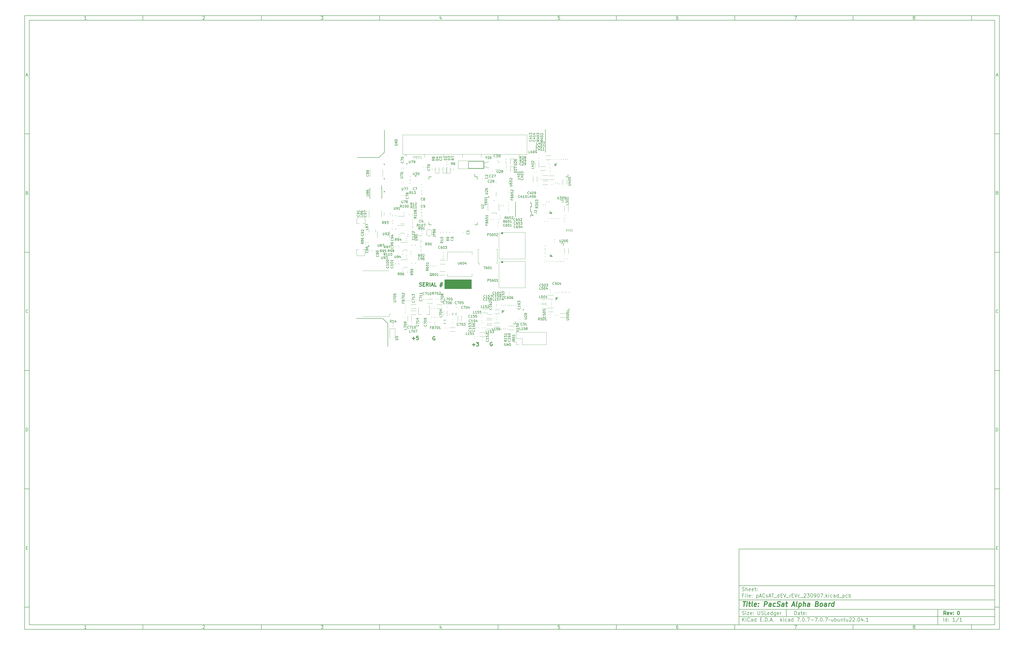
<source format=gbr>
%TF.GenerationSoftware,KiCad,Pcbnew,7.0.7-7.0.7~ubuntu22.04.1*%
%TF.CreationDate,2023-09-07T18:23:03-05:00*%
%TF.ProjectId,pACsAT_dEV_rEVc_230907,70414373-4154-45f6-9445-565f72455663,0*%
%TF.SameCoordinates,Original*%
%TF.FileFunction,Legend,Top*%
%TF.FilePolarity,Positive*%
%FSLAX46Y46*%
G04 Gerber Fmt 4.6, Leading zero omitted, Abs format (unit mm)*
G04 Created by KiCad (PCBNEW 7.0.7-7.0.7~ubuntu22.04.1) date 2023-09-07 18:23:03*
%MOMM*%
%LPD*%
G01*
G04 APERTURE LIST*
%ADD10C,0.100000*%
%ADD11C,0.150000*%
%ADD12C,0.300000*%
%ADD13C,0.400000*%
%ADD14C,0.200000*%
%ADD15C,0.101600*%
%ADD16C,0.120000*%
%ADD17C,0.381175*%
G04 APERTURE END LIST*
D10*
D11*
X311800000Y-235400000D02*
X419800000Y-235400000D01*
X419800000Y-267400000D01*
X311800000Y-267400000D01*
X311800000Y-235400000D01*
D10*
D11*
X10000000Y-10000000D02*
X421800000Y-10000000D01*
X421800000Y-269400000D01*
X10000000Y-269400000D01*
X10000000Y-10000000D01*
D10*
D11*
X12000000Y-12000000D02*
X419800000Y-12000000D01*
X419800000Y-267400000D01*
X12000000Y-267400000D01*
X12000000Y-12000000D01*
D10*
D11*
X60000000Y-12000000D02*
X60000000Y-10000000D01*
D10*
D11*
X110000000Y-12000000D02*
X110000000Y-10000000D01*
D10*
D11*
X160000000Y-12000000D02*
X160000000Y-10000000D01*
D10*
D11*
X210000000Y-12000000D02*
X210000000Y-10000000D01*
D10*
D11*
X260000000Y-12000000D02*
X260000000Y-10000000D01*
D10*
D11*
X310000000Y-12000000D02*
X310000000Y-10000000D01*
D10*
D11*
X360000000Y-12000000D02*
X360000000Y-10000000D01*
D10*
D11*
X410000000Y-12000000D02*
X410000000Y-10000000D01*
D10*
D11*
X36089160Y-11593604D02*
X35346303Y-11593604D01*
X35717731Y-11593604D02*
X35717731Y-10293604D01*
X35717731Y-10293604D02*
X35593922Y-10479319D01*
X35593922Y-10479319D02*
X35470112Y-10603128D01*
X35470112Y-10603128D02*
X35346303Y-10665033D01*
D10*
D11*
X85346303Y-10417414D02*
X85408207Y-10355509D01*
X85408207Y-10355509D02*
X85532017Y-10293604D01*
X85532017Y-10293604D02*
X85841541Y-10293604D01*
X85841541Y-10293604D02*
X85965350Y-10355509D01*
X85965350Y-10355509D02*
X86027255Y-10417414D01*
X86027255Y-10417414D02*
X86089160Y-10541223D01*
X86089160Y-10541223D02*
X86089160Y-10665033D01*
X86089160Y-10665033D02*
X86027255Y-10850747D01*
X86027255Y-10850747D02*
X85284398Y-11593604D01*
X85284398Y-11593604D02*
X86089160Y-11593604D01*
D10*
D11*
X135284398Y-10293604D02*
X136089160Y-10293604D01*
X136089160Y-10293604D02*
X135655826Y-10788842D01*
X135655826Y-10788842D02*
X135841541Y-10788842D01*
X135841541Y-10788842D02*
X135965350Y-10850747D01*
X135965350Y-10850747D02*
X136027255Y-10912652D01*
X136027255Y-10912652D02*
X136089160Y-11036461D01*
X136089160Y-11036461D02*
X136089160Y-11345985D01*
X136089160Y-11345985D02*
X136027255Y-11469795D01*
X136027255Y-11469795D02*
X135965350Y-11531700D01*
X135965350Y-11531700D02*
X135841541Y-11593604D01*
X135841541Y-11593604D02*
X135470112Y-11593604D01*
X135470112Y-11593604D02*
X135346303Y-11531700D01*
X135346303Y-11531700D02*
X135284398Y-11469795D01*
D10*
D11*
X185965350Y-10726938D02*
X185965350Y-11593604D01*
X185655826Y-10231700D02*
X185346303Y-11160271D01*
X185346303Y-11160271D02*
X186151064Y-11160271D01*
D10*
D11*
X236027255Y-10293604D02*
X235408207Y-10293604D01*
X235408207Y-10293604D02*
X235346303Y-10912652D01*
X235346303Y-10912652D02*
X235408207Y-10850747D01*
X235408207Y-10850747D02*
X235532017Y-10788842D01*
X235532017Y-10788842D02*
X235841541Y-10788842D01*
X235841541Y-10788842D02*
X235965350Y-10850747D01*
X235965350Y-10850747D02*
X236027255Y-10912652D01*
X236027255Y-10912652D02*
X236089160Y-11036461D01*
X236089160Y-11036461D02*
X236089160Y-11345985D01*
X236089160Y-11345985D02*
X236027255Y-11469795D01*
X236027255Y-11469795D02*
X235965350Y-11531700D01*
X235965350Y-11531700D02*
X235841541Y-11593604D01*
X235841541Y-11593604D02*
X235532017Y-11593604D01*
X235532017Y-11593604D02*
X235408207Y-11531700D01*
X235408207Y-11531700D02*
X235346303Y-11469795D01*
D10*
D11*
X285965350Y-10293604D02*
X285717731Y-10293604D01*
X285717731Y-10293604D02*
X285593922Y-10355509D01*
X285593922Y-10355509D02*
X285532017Y-10417414D01*
X285532017Y-10417414D02*
X285408207Y-10603128D01*
X285408207Y-10603128D02*
X285346303Y-10850747D01*
X285346303Y-10850747D02*
X285346303Y-11345985D01*
X285346303Y-11345985D02*
X285408207Y-11469795D01*
X285408207Y-11469795D02*
X285470112Y-11531700D01*
X285470112Y-11531700D02*
X285593922Y-11593604D01*
X285593922Y-11593604D02*
X285841541Y-11593604D01*
X285841541Y-11593604D02*
X285965350Y-11531700D01*
X285965350Y-11531700D02*
X286027255Y-11469795D01*
X286027255Y-11469795D02*
X286089160Y-11345985D01*
X286089160Y-11345985D02*
X286089160Y-11036461D01*
X286089160Y-11036461D02*
X286027255Y-10912652D01*
X286027255Y-10912652D02*
X285965350Y-10850747D01*
X285965350Y-10850747D02*
X285841541Y-10788842D01*
X285841541Y-10788842D02*
X285593922Y-10788842D01*
X285593922Y-10788842D02*
X285470112Y-10850747D01*
X285470112Y-10850747D02*
X285408207Y-10912652D01*
X285408207Y-10912652D02*
X285346303Y-11036461D01*
D10*
D11*
X335284398Y-10293604D02*
X336151064Y-10293604D01*
X336151064Y-10293604D02*
X335593922Y-11593604D01*
D10*
D11*
X385593922Y-10850747D02*
X385470112Y-10788842D01*
X385470112Y-10788842D02*
X385408207Y-10726938D01*
X385408207Y-10726938D02*
X385346303Y-10603128D01*
X385346303Y-10603128D02*
X385346303Y-10541223D01*
X385346303Y-10541223D02*
X385408207Y-10417414D01*
X385408207Y-10417414D02*
X385470112Y-10355509D01*
X385470112Y-10355509D02*
X385593922Y-10293604D01*
X385593922Y-10293604D02*
X385841541Y-10293604D01*
X385841541Y-10293604D02*
X385965350Y-10355509D01*
X385965350Y-10355509D02*
X386027255Y-10417414D01*
X386027255Y-10417414D02*
X386089160Y-10541223D01*
X386089160Y-10541223D02*
X386089160Y-10603128D01*
X386089160Y-10603128D02*
X386027255Y-10726938D01*
X386027255Y-10726938D02*
X385965350Y-10788842D01*
X385965350Y-10788842D02*
X385841541Y-10850747D01*
X385841541Y-10850747D02*
X385593922Y-10850747D01*
X385593922Y-10850747D02*
X385470112Y-10912652D01*
X385470112Y-10912652D02*
X385408207Y-10974557D01*
X385408207Y-10974557D02*
X385346303Y-11098366D01*
X385346303Y-11098366D02*
X385346303Y-11345985D01*
X385346303Y-11345985D02*
X385408207Y-11469795D01*
X385408207Y-11469795D02*
X385470112Y-11531700D01*
X385470112Y-11531700D02*
X385593922Y-11593604D01*
X385593922Y-11593604D02*
X385841541Y-11593604D01*
X385841541Y-11593604D02*
X385965350Y-11531700D01*
X385965350Y-11531700D02*
X386027255Y-11469795D01*
X386027255Y-11469795D02*
X386089160Y-11345985D01*
X386089160Y-11345985D02*
X386089160Y-11098366D01*
X386089160Y-11098366D02*
X386027255Y-10974557D01*
X386027255Y-10974557D02*
X385965350Y-10912652D01*
X385965350Y-10912652D02*
X385841541Y-10850747D01*
D10*
D11*
X60000000Y-267400000D02*
X60000000Y-269400000D01*
D10*
D11*
X110000000Y-267400000D02*
X110000000Y-269400000D01*
D10*
D11*
X160000000Y-267400000D02*
X160000000Y-269400000D01*
D10*
D11*
X210000000Y-267400000D02*
X210000000Y-269400000D01*
D10*
D11*
X260000000Y-267400000D02*
X260000000Y-269400000D01*
D10*
D11*
X310000000Y-267400000D02*
X310000000Y-269400000D01*
D10*
D11*
X360000000Y-267400000D02*
X360000000Y-269400000D01*
D10*
D11*
X410000000Y-267400000D02*
X410000000Y-269400000D01*
D10*
D11*
X36089160Y-268993604D02*
X35346303Y-268993604D01*
X35717731Y-268993604D02*
X35717731Y-267693604D01*
X35717731Y-267693604D02*
X35593922Y-267879319D01*
X35593922Y-267879319D02*
X35470112Y-268003128D01*
X35470112Y-268003128D02*
X35346303Y-268065033D01*
D10*
D11*
X85346303Y-267817414D02*
X85408207Y-267755509D01*
X85408207Y-267755509D02*
X85532017Y-267693604D01*
X85532017Y-267693604D02*
X85841541Y-267693604D01*
X85841541Y-267693604D02*
X85965350Y-267755509D01*
X85965350Y-267755509D02*
X86027255Y-267817414D01*
X86027255Y-267817414D02*
X86089160Y-267941223D01*
X86089160Y-267941223D02*
X86089160Y-268065033D01*
X86089160Y-268065033D02*
X86027255Y-268250747D01*
X86027255Y-268250747D02*
X85284398Y-268993604D01*
X85284398Y-268993604D02*
X86089160Y-268993604D01*
D10*
D11*
X135284398Y-267693604D02*
X136089160Y-267693604D01*
X136089160Y-267693604D02*
X135655826Y-268188842D01*
X135655826Y-268188842D02*
X135841541Y-268188842D01*
X135841541Y-268188842D02*
X135965350Y-268250747D01*
X135965350Y-268250747D02*
X136027255Y-268312652D01*
X136027255Y-268312652D02*
X136089160Y-268436461D01*
X136089160Y-268436461D02*
X136089160Y-268745985D01*
X136089160Y-268745985D02*
X136027255Y-268869795D01*
X136027255Y-268869795D02*
X135965350Y-268931700D01*
X135965350Y-268931700D02*
X135841541Y-268993604D01*
X135841541Y-268993604D02*
X135470112Y-268993604D01*
X135470112Y-268993604D02*
X135346303Y-268931700D01*
X135346303Y-268931700D02*
X135284398Y-268869795D01*
D10*
D11*
X185965350Y-268126938D02*
X185965350Y-268993604D01*
X185655826Y-267631700D02*
X185346303Y-268560271D01*
X185346303Y-268560271D02*
X186151064Y-268560271D01*
D10*
D11*
X236027255Y-267693604D02*
X235408207Y-267693604D01*
X235408207Y-267693604D02*
X235346303Y-268312652D01*
X235346303Y-268312652D02*
X235408207Y-268250747D01*
X235408207Y-268250747D02*
X235532017Y-268188842D01*
X235532017Y-268188842D02*
X235841541Y-268188842D01*
X235841541Y-268188842D02*
X235965350Y-268250747D01*
X235965350Y-268250747D02*
X236027255Y-268312652D01*
X236027255Y-268312652D02*
X236089160Y-268436461D01*
X236089160Y-268436461D02*
X236089160Y-268745985D01*
X236089160Y-268745985D02*
X236027255Y-268869795D01*
X236027255Y-268869795D02*
X235965350Y-268931700D01*
X235965350Y-268931700D02*
X235841541Y-268993604D01*
X235841541Y-268993604D02*
X235532017Y-268993604D01*
X235532017Y-268993604D02*
X235408207Y-268931700D01*
X235408207Y-268931700D02*
X235346303Y-268869795D01*
D10*
D11*
X285965350Y-267693604D02*
X285717731Y-267693604D01*
X285717731Y-267693604D02*
X285593922Y-267755509D01*
X285593922Y-267755509D02*
X285532017Y-267817414D01*
X285532017Y-267817414D02*
X285408207Y-268003128D01*
X285408207Y-268003128D02*
X285346303Y-268250747D01*
X285346303Y-268250747D02*
X285346303Y-268745985D01*
X285346303Y-268745985D02*
X285408207Y-268869795D01*
X285408207Y-268869795D02*
X285470112Y-268931700D01*
X285470112Y-268931700D02*
X285593922Y-268993604D01*
X285593922Y-268993604D02*
X285841541Y-268993604D01*
X285841541Y-268993604D02*
X285965350Y-268931700D01*
X285965350Y-268931700D02*
X286027255Y-268869795D01*
X286027255Y-268869795D02*
X286089160Y-268745985D01*
X286089160Y-268745985D02*
X286089160Y-268436461D01*
X286089160Y-268436461D02*
X286027255Y-268312652D01*
X286027255Y-268312652D02*
X285965350Y-268250747D01*
X285965350Y-268250747D02*
X285841541Y-268188842D01*
X285841541Y-268188842D02*
X285593922Y-268188842D01*
X285593922Y-268188842D02*
X285470112Y-268250747D01*
X285470112Y-268250747D02*
X285408207Y-268312652D01*
X285408207Y-268312652D02*
X285346303Y-268436461D01*
D10*
D11*
X335284398Y-267693604D02*
X336151064Y-267693604D01*
X336151064Y-267693604D02*
X335593922Y-268993604D01*
D10*
D11*
X385593922Y-268250747D02*
X385470112Y-268188842D01*
X385470112Y-268188842D02*
X385408207Y-268126938D01*
X385408207Y-268126938D02*
X385346303Y-268003128D01*
X385346303Y-268003128D02*
X385346303Y-267941223D01*
X385346303Y-267941223D02*
X385408207Y-267817414D01*
X385408207Y-267817414D02*
X385470112Y-267755509D01*
X385470112Y-267755509D02*
X385593922Y-267693604D01*
X385593922Y-267693604D02*
X385841541Y-267693604D01*
X385841541Y-267693604D02*
X385965350Y-267755509D01*
X385965350Y-267755509D02*
X386027255Y-267817414D01*
X386027255Y-267817414D02*
X386089160Y-267941223D01*
X386089160Y-267941223D02*
X386089160Y-268003128D01*
X386089160Y-268003128D02*
X386027255Y-268126938D01*
X386027255Y-268126938D02*
X385965350Y-268188842D01*
X385965350Y-268188842D02*
X385841541Y-268250747D01*
X385841541Y-268250747D02*
X385593922Y-268250747D01*
X385593922Y-268250747D02*
X385470112Y-268312652D01*
X385470112Y-268312652D02*
X385408207Y-268374557D01*
X385408207Y-268374557D02*
X385346303Y-268498366D01*
X385346303Y-268498366D02*
X385346303Y-268745985D01*
X385346303Y-268745985D02*
X385408207Y-268869795D01*
X385408207Y-268869795D02*
X385470112Y-268931700D01*
X385470112Y-268931700D02*
X385593922Y-268993604D01*
X385593922Y-268993604D02*
X385841541Y-268993604D01*
X385841541Y-268993604D02*
X385965350Y-268931700D01*
X385965350Y-268931700D02*
X386027255Y-268869795D01*
X386027255Y-268869795D02*
X386089160Y-268745985D01*
X386089160Y-268745985D02*
X386089160Y-268498366D01*
X386089160Y-268498366D02*
X386027255Y-268374557D01*
X386027255Y-268374557D02*
X385965350Y-268312652D01*
X385965350Y-268312652D02*
X385841541Y-268250747D01*
D10*
D11*
X10000000Y-60000000D02*
X12000000Y-60000000D01*
D10*
D11*
X10000000Y-110000000D02*
X12000000Y-110000000D01*
D10*
D11*
X10000000Y-160000000D02*
X12000000Y-160000000D01*
D10*
D11*
X10000000Y-210000000D02*
X12000000Y-210000000D01*
D10*
D11*
X10000000Y-260000000D02*
X12000000Y-260000000D01*
D10*
D11*
X10690476Y-35222176D02*
X11309523Y-35222176D01*
X10566666Y-35593604D02*
X10999999Y-34293604D01*
X10999999Y-34293604D02*
X11433333Y-35593604D01*
D10*
D11*
X11092857Y-84912652D02*
X11278571Y-84974557D01*
X11278571Y-84974557D02*
X11340476Y-85036461D01*
X11340476Y-85036461D02*
X11402380Y-85160271D01*
X11402380Y-85160271D02*
X11402380Y-85345985D01*
X11402380Y-85345985D02*
X11340476Y-85469795D01*
X11340476Y-85469795D02*
X11278571Y-85531700D01*
X11278571Y-85531700D02*
X11154761Y-85593604D01*
X11154761Y-85593604D02*
X10659523Y-85593604D01*
X10659523Y-85593604D02*
X10659523Y-84293604D01*
X10659523Y-84293604D02*
X11092857Y-84293604D01*
X11092857Y-84293604D02*
X11216666Y-84355509D01*
X11216666Y-84355509D02*
X11278571Y-84417414D01*
X11278571Y-84417414D02*
X11340476Y-84541223D01*
X11340476Y-84541223D02*
X11340476Y-84665033D01*
X11340476Y-84665033D02*
X11278571Y-84788842D01*
X11278571Y-84788842D02*
X11216666Y-84850747D01*
X11216666Y-84850747D02*
X11092857Y-84912652D01*
X11092857Y-84912652D02*
X10659523Y-84912652D01*
D10*
D11*
X11402380Y-135469795D02*
X11340476Y-135531700D01*
X11340476Y-135531700D02*
X11154761Y-135593604D01*
X11154761Y-135593604D02*
X11030952Y-135593604D01*
X11030952Y-135593604D02*
X10845238Y-135531700D01*
X10845238Y-135531700D02*
X10721428Y-135407890D01*
X10721428Y-135407890D02*
X10659523Y-135284080D01*
X10659523Y-135284080D02*
X10597619Y-135036461D01*
X10597619Y-135036461D02*
X10597619Y-134850747D01*
X10597619Y-134850747D02*
X10659523Y-134603128D01*
X10659523Y-134603128D02*
X10721428Y-134479319D01*
X10721428Y-134479319D02*
X10845238Y-134355509D01*
X10845238Y-134355509D02*
X11030952Y-134293604D01*
X11030952Y-134293604D02*
X11154761Y-134293604D01*
X11154761Y-134293604D02*
X11340476Y-134355509D01*
X11340476Y-134355509D02*
X11402380Y-134417414D01*
D10*
D11*
X10659523Y-185593604D02*
X10659523Y-184293604D01*
X10659523Y-184293604D02*
X10969047Y-184293604D01*
X10969047Y-184293604D02*
X11154761Y-184355509D01*
X11154761Y-184355509D02*
X11278571Y-184479319D01*
X11278571Y-184479319D02*
X11340476Y-184603128D01*
X11340476Y-184603128D02*
X11402380Y-184850747D01*
X11402380Y-184850747D02*
X11402380Y-185036461D01*
X11402380Y-185036461D02*
X11340476Y-185284080D01*
X11340476Y-185284080D02*
X11278571Y-185407890D01*
X11278571Y-185407890D02*
X11154761Y-185531700D01*
X11154761Y-185531700D02*
X10969047Y-185593604D01*
X10969047Y-185593604D02*
X10659523Y-185593604D01*
D10*
D11*
X10721428Y-234912652D02*
X11154762Y-234912652D01*
X11340476Y-235593604D02*
X10721428Y-235593604D01*
X10721428Y-235593604D02*
X10721428Y-234293604D01*
X10721428Y-234293604D02*
X11340476Y-234293604D01*
D10*
D11*
X421800000Y-60000000D02*
X419800000Y-60000000D01*
D10*
D11*
X421800000Y-110000000D02*
X419800000Y-110000000D01*
D10*
D11*
X421800000Y-160000000D02*
X419800000Y-160000000D01*
D10*
D11*
X421800000Y-210000000D02*
X419800000Y-210000000D01*
D10*
D11*
X421800000Y-260000000D02*
X419800000Y-260000000D01*
D10*
D11*
X420490476Y-35222176D02*
X421109523Y-35222176D01*
X420366666Y-35593604D02*
X420799999Y-34293604D01*
X420799999Y-34293604D02*
X421233333Y-35593604D01*
D10*
D11*
X420892857Y-84912652D02*
X421078571Y-84974557D01*
X421078571Y-84974557D02*
X421140476Y-85036461D01*
X421140476Y-85036461D02*
X421202380Y-85160271D01*
X421202380Y-85160271D02*
X421202380Y-85345985D01*
X421202380Y-85345985D02*
X421140476Y-85469795D01*
X421140476Y-85469795D02*
X421078571Y-85531700D01*
X421078571Y-85531700D02*
X420954761Y-85593604D01*
X420954761Y-85593604D02*
X420459523Y-85593604D01*
X420459523Y-85593604D02*
X420459523Y-84293604D01*
X420459523Y-84293604D02*
X420892857Y-84293604D01*
X420892857Y-84293604D02*
X421016666Y-84355509D01*
X421016666Y-84355509D02*
X421078571Y-84417414D01*
X421078571Y-84417414D02*
X421140476Y-84541223D01*
X421140476Y-84541223D02*
X421140476Y-84665033D01*
X421140476Y-84665033D02*
X421078571Y-84788842D01*
X421078571Y-84788842D02*
X421016666Y-84850747D01*
X421016666Y-84850747D02*
X420892857Y-84912652D01*
X420892857Y-84912652D02*
X420459523Y-84912652D01*
D10*
D11*
X421202380Y-135469795D02*
X421140476Y-135531700D01*
X421140476Y-135531700D02*
X420954761Y-135593604D01*
X420954761Y-135593604D02*
X420830952Y-135593604D01*
X420830952Y-135593604D02*
X420645238Y-135531700D01*
X420645238Y-135531700D02*
X420521428Y-135407890D01*
X420521428Y-135407890D02*
X420459523Y-135284080D01*
X420459523Y-135284080D02*
X420397619Y-135036461D01*
X420397619Y-135036461D02*
X420397619Y-134850747D01*
X420397619Y-134850747D02*
X420459523Y-134603128D01*
X420459523Y-134603128D02*
X420521428Y-134479319D01*
X420521428Y-134479319D02*
X420645238Y-134355509D01*
X420645238Y-134355509D02*
X420830952Y-134293604D01*
X420830952Y-134293604D02*
X420954761Y-134293604D01*
X420954761Y-134293604D02*
X421140476Y-134355509D01*
X421140476Y-134355509D02*
X421202380Y-134417414D01*
D10*
D11*
X420459523Y-185593604D02*
X420459523Y-184293604D01*
X420459523Y-184293604D02*
X420769047Y-184293604D01*
X420769047Y-184293604D02*
X420954761Y-184355509D01*
X420954761Y-184355509D02*
X421078571Y-184479319D01*
X421078571Y-184479319D02*
X421140476Y-184603128D01*
X421140476Y-184603128D02*
X421202380Y-184850747D01*
X421202380Y-184850747D02*
X421202380Y-185036461D01*
X421202380Y-185036461D02*
X421140476Y-185284080D01*
X421140476Y-185284080D02*
X421078571Y-185407890D01*
X421078571Y-185407890D02*
X420954761Y-185531700D01*
X420954761Y-185531700D02*
X420769047Y-185593604D01*
X420769047Y-185593604D02*
X420459523Y-185593604D01*
D10*
D11*
X420521428Y-234912652D02*
X420954762Y-234912652D01*
X421140476Y-235593604D02*
X420521428Y-235593604D01*
X420521428Y-235593604D02*
X420521428Y-234293604D01*
X420521428Y-234293604D02*
X421140476Y-234293604D01*
D10*
D11*
X335255826Y-263186128D02*
X335255826Y-261686128D01*
X335255826Y-261686128D02*
X335612969Y-261686128D01*
X335612969Y-261686128D02*
X335827255Y-261757557D01*
X335827255Y-261757557D02*
X335970112Y-261900414D01*
X335970112Y-261900414D02*
X336041541Y-262043271D01*
X336041541Y-262043271D02*
X336112969Y-262328985D01*
X336112969Y-262328985D02*
X336112969Y-262543271D01*
X336112969Y-262543271D02*
X336041541Y-262828985D01*
X336041541Y-262828985D02*
X335970112Y-262971842D01*
X335970112Y-262971842D02*
X335827255Y-263114700D01*
X335827255Y-263114700D02*
X335612969Y-263186128D01*
X335612969Y-263186128D02*
X335255826Y-263186128D01*
X337398684Y-263186128D02*
X337398684Y-262400414D01*
X337398684Y-262400414D02*
X337327255Y-262257557D01*
X337327255Y-262257557D02*
X337184398Y-262186128D01*
X337184398Y-262186128D02*
X336898684Y-262186128D01*
X336898684Y-262186128D02*
X336755826Y-262257557D01*
X337398684Y-263114700D02*
X337255826Y-263186128D01*
X337255826Y-263186128D02*
X336898684Y-263186128D01*
X336898684Y-263186128D02*
X336755826Y-263114700D01*
X336755826Y-263114700D02*
X336684398Y-262971842D01*
X336684398Y-262971842D02*
X336684398Y-262828985D01*
X336684398Y-262828985D02*
X336755826Y-262686128D01*
X336755826Y-262686128D02*
X336898684Y-262614700D01*
X336898684Y-262614700D02*
X337255826Y-262614700D01*
X337255826Y-262614700D02*
X337398684Y-262543271D01*
X337898684Y-262186128D02*
X338470112Y-262186128D01*
X338112969Y-261686128D02*
X338112969Y-262971842D01*
X338112969Y-262971842D02*
X338184398Y-263114700D01*
X338184398Y-263114700D02*
X338327255Y-263186128D01*
X338327255Y-263186128D02*
X338470112Y-263186128D01*
X339541541Y-263114700D02*
X339398684Y-263186128D01*
X339398684Y-263186128D02*
X339112970Y-263186128D01*
X339112970Y-263186128D02*
X338970112Y-263114700D01*
X338970112Y-263114700D02*
X338898684Y-262971842D01*
X338898684Y-262971842D02*
X338898684Y-262400414D01*
X338898684Y-262400414D02*
X338970112Y-262257557D01*
X338970112Y-262257557D02*
X339112970Y-262186128D01*
X339112970Y-262186128D02*
X339398684Y-262186128D01*
X339398684Y-262186128D02*
X339541541Y-262257557D01*
X339541541Y-262257557D02*
X339612970Y-262400414D01*
X339612970Y-262400414D02*
X339612970Y-262543271D01*
X339612970Y-262543271D02*
X338898684Y-262686128D01*
X340255826Y-263043271D02*
X340327255Y-263114700D01*
X340327255Y-263114700D02*
X340255826Y-263186128D01*
X340255826Y-263186128D02*
X340184398Y-263114700D01*
X340184398Y-263114700D02*
X340255826Y-263043271D01*
X340255826Y-263043271D02*
X340255826Y-263186128D01*
X340255826Y-262257557D02*
X340327255Y-262328985D01*
X340327255Y-262328985D02*
X340255826Y-262400414D01*
X340255826Y-262400414D02*
X340184398Y-262328985D01*
X340184398Y-262328985D02*
X340255826Y-262257557D01*
X340255826Y-262257557D02*
X340255826Y-262400414D01*
D10*
D11*
X311800000Y-263900000D02*
X419800000Y-263900000D01*
D10*
D11*
X313255826Y-265986128D02*
X313255826Y-264486128D01*
X314112969Y-265986128D02*
X313470112Y-265128985D01*
X314112969Y-264486128D02*
X313255826Y-265343271D01*
X314755826Y-265986128D02*
X314755826Y-264986128D01*
X314755826Y-264486128D02*
X314684398Y-264557557D01*
X314684398Y-264557557D02*
X314755826Y-264628985D01*
X314755826Y-264628985D02*
X314827255Y-264557557D01*
X314827255Y-264557557D02*
X314755826Y-264486128D01*
X314755826Y-264486128D02*
X314755826Y-264628985D01*
X316327255Y-265843271D02*
X316255827Y-265914700D01*
X316255827Y-265914700D02*
X316041541Y-265986128D01*
X316041541Y-265986128D02*
X315898684Y-265986128D01*
X315898684Y-265986128D02*
X315684398Y-265914700D01*
X315684398Y-265914700D02*
X315541541Y-265771842D01*
X315541541Y-265771842D02*
X315470112Y-265628985D01*
X315470112Y-265628985D02*
X315398684Y-265343271D01*
X315398684Y-265343271D02*
X315398684Y-265128985D01*
X315398684Y-265128985D02*
X315470112Y-264843271D01*
X315470112Y-264843271D02*
X315541541Y-264700414D01*
X315541541Y-264700414D02*
X315684398Y-264557557D01*
X315684398Y-264557557D02*
X315898684Y-264486128D01*
X315898684Y-264486128D02*
X316041541Y-264486128D01*
X316041541Y-264486128D02*
X316255827Y-264557557D01*
X316255827Y-264557557D02*
X316327255Y-264628985D01*
X317612970Y-265986128D02*
X317612970Y-265200414D01*
X317612970Y-265200414D02*
X317541541Y-265057557D01*
X317541541Y-265057557D02*
X317398684Y-264986128D01*
X317398684Y-264986128D02*
X317112970Y-264986128D01*
X317112970Y-264986128D02*
X316970112Y-265057557D01*
X317612970Y-265914700D02*
X317470112Y-265986128D01*
X317470112Y-265986128D02*
X317112970Y-265986128D01*
X317112970Y-265986128D02*
X316970112Y-265914700D01*
X316970112Y-265914700D02*
X316898684Y-265771842D01*
X316898684Y-265771842D02*
X316898684Y-265628985D01*
X316898684Y-265628985D02*
X316970112Y-265486128D01*
X316970112Y-265486128D02*
X317112970Y-265414700D01*
X317112970Y-265414700D02*
X317470112Y-265414700D01*
X317470112Y-265414700D02*
X317612970Y-265343271D01*
X318970113Y-265986128D02*
X318970113Y-264486128D01*
X318970113Y-265914700D02*
X318827255Y-265986128D01*
X318827255Y-265986128D02*
X318541541Y-265986128D01*
X318541541Y-265986128D02*
X318398684Y-265914700D01*
X318398684Y-265914700D02*
X318327255Y-265843271D01*
X318327255Y-265843271D02*
X318255827Y-265700414D01*
X318255827Y-265700414D02*
X318255827Y-265271842D01*
X318255827Y-265271842D02*
X318327255Y-265128985D01*
X318327255Y-265128985D02*
X318398684Y-265057557D01*
X318398684Y-265057557D02*
X318541541Y-264986128D01*
X318541541Y-264986128D02*
X318827255Y-264986128D01*
X318827255Y-264986128D02*
X318970113Y-265057557D01*
X320827255Y-265200414D02*
X321327255Y-265200414D01*
X321541541Y-265986128D02*
X320827255Y-265986128D01*
X320827255Y-265986128D02*
X320827255Y-264486128D01*
X320827255Y-264486128D02*
X321541541Y-264486128D01*
X322184398Y-265843271D02*
X322255827Y-265914700D01*
X322255827Y-265914700D02*
X322184398Y-265986128D01*
X322184398Y-265986128D02*
X322112970Y-265914700D01*
X322112970Y-265914700D02*
X322184398Y-265843271D01*
X322184398Y-265843271D02*
X322184398Y-265986128D01*
X322898684Y-265986128D02*
X322898684Y-264486128D01*
X322898684Y-264486128D02*
X323255827Y-264486128D01*
X323255827Y-264486128D02*
X323470113Y-264557557D01*
X323470113Y-264557557D02*
X323612970Y-264700414D01*
X323612970Y-264700414D02*
X323684399Y-264843271D01*
X323684399Y-264843271D02*
X323755827Y-265128985D01*
X323755827Y-265128985D02*
X323755827Y-265343271D01*
X323755827Y-265343271D02*
X323684399Y-265628985D01*
X323684399Y-265628985D02*
X323612970Y-265771842D01*
X323612970Y-265771842D02*
X323470113Y-265914700D01*
X323470113Y-265914700D02*
X323255827Y-265986128D01*
X323255827Y-265986128D02*
X322898684Y-265986128D01*
X324398684Y-265843271D02*
X324470113Y-265914700D01*
X324470113Y-265914700D02*
X324398684Y-265986128D01*
X324398684Y-265986128D02*
X324327256Y-265914700D01*
X324327256Y-265914700D02*
X324398684Y-265843271D01*
X324398684Y-265843271D02*
X324398684Y-265986128D01*
X325041542Y-265557557D02*
X325755828Y-265557557D01*
X324898685Y-265986128D02*
X325398685Y-264486128D01*
X325398685Y-264486128D02*
X325898685Y-265986128D01*
X326398684Y-265843271D02*
X326470113Y-265914700D01*
X326470113Y-265914700D02*
X326398684Y-265986128D01*
X326398684Y-265986128D02*
X326327256Y-265914700D01*
X326327256Y-265914700D02*
X326398684Y-265843271D01*
X326398684Y-265843271D02*
X326398684Y-265986128D01*
X329398684Y-265986128D02*
X329398684Y-264486128D01*
X329541542Y-265414700D02*
X329970113Y-265986128D01*
X329970113Y-264986128D02*
X329398684Y-265557557D01*
X330612970Y-265986128D02*
X330612970Y-264986128D01*
X330612970Y-264486128D02*
X330541542Y-264557557D01*
X330541542Y-264557557D02*
X330612970Y-264628985D01*
X330612970Y-264628985D02*
X330684399Y-264557557D01*
X330684399Y-264557557D02*
X330612970Y-264486128D01*
X330612970Y-264486128D02*
X330612970Y-264628985D01*
X331970114Y-265914700D02*
X331827256Y-265986128D01*
X331827256Y-265986128D02*
X331541542Y-265986128D01*
X331541542Y-265986128D02*
X331398685Y-265914700D01*
X331398685Y-265914700D02*
X331327256Y-265843271D01*
X331327256Y-265843271D02*
X331255828Y-265700414D01*
X331255828Y-265700414D02*
X331255828Y-265271842D01*
X331255828Y-265271842D02*
X331327256Y-265128985D01*
X331327256Y-265128985D02*
X331398685Y-265057557D01*
X331398685Y-265057557D02*
X331541542Y-264986128D01*
X331541542Y-264986128D02*
X331827256Y-264986128D01*
X331827256Y-264986128D02*
X331970114Y-265057557D01*
X333255828Y-265986128D02*
X333255828Y-265200414D01*
X333255828Y-265200414D02*
X333184399Y-265057557D01*
X333184399Y-265057557D02*
X333041542Y-264986128D01*
X333041542Y-264986128D02*
X332755828Y-264986128D01*
X332755828Y-264986128D02*
X332612970Y-265057557D01*
X333255828Y-265914700D02*
X333112970Y-265986128D01*
X333112970Y-265986128D02*
X332755828Y-265986128D01*
X332755828Y-265986128D02*
X332612970Y-265914700D01*
X332612970Y-265914700D02*
X332541542Y-265771842D01*
X332541542Y-265771842D02*
X332541542Y-265628985D01*
X332541542Y-265628985D02*
X332612970Y-265486128D01*
X332612970Y-265486128D02*
X332755828Y-265414700D01*
X332755828Y-265414700D02*
X333112970Y-265414700D01*
X333112970Y-265414700D02*
X333255828Y-265343271D01*
X334612971Y-265986128D02*
X334612971Y-264486128D01*
X334612971Y-265914700D02*
X334470113Y-265986128D01*
X334470113Y-265986128D02*
X334184399Y-265986128D01*
X334184399Y-265986128D02*
X334041542Y-265914700D01*
X334041542Y-265914700D02*
X333970113Y-265843271D01*
X333970113Y-265843271D02*
X333898685Y-265700414D01*
X333898685Y-265700414D02*
X333898685Y-265271842D01*
X333898685Y-265271842D02*
X333970113Y-265128985D01*
X333970113Y-265128985D02*
X334041542Y-265057557D01*
X334041542Y-265057557D02*
X334184399Y-264986128D01*
X334184399Y-264986128D02*
X334470113Y-264986128D01*
X334470113Y-264986128D02*
X334612971Y-265057557D01*
X336327256Y-264486128D02*
X337327256Y-264486128D01*
X337327256Y-264486128D02*
X336684399Y-265986128D01*
X337898684Y-265843271D02*
X337970113Y-265914700D01*
X337970113Y-265914700D02*
X337898684Y-265986128D01*
X337898684Y-265986128D02*
X337827256Y-265914700D01*
X337827256Y-265914700D02*
X337898684Y-265843271D01*
X337898684Y-265843271D02*
X337898684Y-265986128D01*
X338898685Y-264486128D02*
X339041542Y-264486128D01*
X339041542Y-264486128D02*
X339184399Y-264557557D01*
X339184399Y-264557557D02*
X339255828Y-264628985D01*
X339255828Y-264628985D02*
X339327256Y-264771842D01*
X339327256Y-264771842D02*
X339398685Y-265057557D01*
X339398685Y-265057557D02*
X339398685Y-265414700D01*
X339398685Y-265414700D02*
X339327256Y-265700414D01*
X339327256Y-265700414D02*
X339255828Y-265843271D01*
X339255828Y-265843271D02*
X339184399Y-265914700D01*
X339184399Y-265914700D02*
X339041542Y-265986128D01*
X339041542Y-265986128D02*
X338898685Y-265986128D01*
X338898685Y-265986128D02*
X338755828Y-265914700D01*
X338755828Y-265914700D02*
X338684399Y-265843271D01*
X338684399Y-265843271D02*
X338612970Y-265700414D01*
X338612970Y-265700414D02*
X338541542Y-265414700D01*
X338541542Y-265414700D02*
X338541542Y-265057557D01*
X338541542Y-265057557D02*
X338612970Y-264771842D01*
X338612970Y-264771842D02*
X338684399Y-264628985D01*
X338684399Y-264628985D02*
X338755828Y-264557557D01*
X338755828Y-264557557D02*
X338898685Y-264486128D01*
X340041541Y-265843271D02*
X340112970Y-265914700D01*
X340112970Y-265914700D02*
X340041541Y-265986128D01*
X340041541Y-265986128D02*
X339970113Y-265914700D01*
X339970113Y-265914700D02*
X340041541Y-265843271D01*
X340041541Y-265843271D02*
X340041541Y-265986128D01*
X340612970Y-264486128D02*
X341612970Y-264486128D01*
X341612970Y-264486128D02*
X340970113Y-265986128D01*
X342184398Y-265414700D02*
X343327256Y-265414700D01*
X343898684Y-264486128D02*
X344898684Y-264486128D01*
X344898684Y-264486128D02*
X344255827Y-265986128D01*
X345470112Y-265843271D02*
X345541541Y-265914700D01*
X345541541Y-265914700D02*
X345470112Y-265986128D01*
X345470112Y-265986128D02*
X345398684Y-265914700D01*
X345398684Y-265914700D02*
X345470112Y-265843271D01*
X345470112Y-265843271D02*
X345470112Y-265986128D01*
X346470113Y-264486128D02*
X346612970Y-264486128D01*
X346612970Y-264486128D02*
X346755827Y-264557557D01*
X346755827Y-264557557D02*
X346827256Y-264628985D01*
X346827256Y-264628985D02*
X346898684Y-264771842D01*
X346898684Y-264771842D02*
X346970113Y-265057557D01*
X346970113Y-265057557D02*
X346970113Y-265414700D01*
X346970113Y-265414700D02*
X346898684Y-265700414D01*
X346898684Y-265700414D02*
X346827256Y-265843271D01*
X346827256Y-265843271D02*
X346755827Y-265914700D01*
X346755827Y-265914700D02*
X346612970Y-265986128D01*
X346612970Y-265986128D02*
X346470113Y-265986128D01*
X346470113Y-265986128D02*
X346327256Y-265914700D01*
X346327256Y-265914700D02*
X346255827Y-265843271D01*
X346255827Y-265843271D02*
X346184398Y-265700414D01*
X346184398Y-265700414D02*
X346112970Y-265414700D01*
X346112970Y-265414700D02*
X346112970Y-265057557D01*
X346112970Y-265057557D02*
X346184398Y-264771842D01*
X346184398Y-264771842D02*
X346255827Y-264628985D01*
X346255827Y-264628985D02*
X346327256Y-264557557D01*
X346327256Y-264557557D02*
X346470113Y-264486128D01*
X347612969Y-265843271D02*
X347684398Y-265914700D01*
X347684398Y-265914700D02*
X347612969Y-265986128D01*
X347612969Y-265986128D02*
X347541541Y-265914700D01*
X347541541Y-265914700D02*
X347612969Y-265843271D01*
X347612969Y-265843271D02*
X347612969Y-265986128D01*
X348184398Y-264486128D02*
X349184398Y-264486128D01*
X349184398Y-264486128D02*
X348541541Y-265986128D01*
X349541541Y-265414700D02*
X349612969Y-265343271D01*
X349612969Y-265343271D02*
X349755826Y-265271842D01*
X349755826Y-265271842D02*
X350041541Y-265414700D01*
X350041541Y-265414700D02*
X350184398Y-265343271D01*
X350184398Y-265343271D02*
X350255826Y-265271842D01*
X351470113Y-264986128D02*
X351470113Y-265986128D01*
X350827255Y-264986128D02*
X350827255Y-265771842D01*
X350827255Y-265771842D02*
X350898684Y-265914700D01*
X350898684Y-265914700D02*
X351041541Y-265986128D01*
X351041541Y-265986128D02*
X351255827Y-265986128D01*
X351255827Y-265986128D02*
X351398684Y-265914700D01*
X351398684Y-265914700D02*
X351470113Y-265843271D01*
X352184398Y-265986128D02*
X352184398Y-264486128D01*
X352184398Y-265057557D02*
X352327256Y-264986128D01*
X352327256Y-264986128D02*
X352612970Y-264986128D01*
X352612970Y-264986128D02*
X352755827Y-265057557D01*
X352755827Y-265057557D02*
X352827256Y-265128985D01*
X352827256Y-265128985D02*
X352898684Y-265271842D01*
X352898684Y-265271842D02*
X352898684Y-265700414D01*
X352898684Y-265700414D02*
X352827256Y-265843271D01*
X352827256Y-265843271D02*
X352755827Y-265914700D01*
X352755827Y-265914700D02*
X352612970Y-265986128D01*
X352612970Y-265986128D02*
X352327256Y-265986128D01*
X352327256Y-265986128D02*
X352184398Y-265914700D01*
X354184399Y-264986128D02*
X354184399Y-265986128D01*
X353541541Y-264986128D02*
X353541541Y-265771842D01*
X353541541Y-265771842D02*
X353612970Y-265914700D01*
X353612970Y-265914700D02*
X353755827Y-265986128D01*
X353755827Y-265986128D02*
X353970113Y-265986128D01*
X353970113Y-265986128D02*
X354112970Y-265914700D01*
X354112970Y-265914700D02*
X354184399Y-265843271D01*
X354898684Y-264986128D02*
X354898684Y-265986128D01*
X354898684Y-265128985D02*
X354970113Y-265057557D01*
X354970113Y-265057557D02*
X355112970Y-264986128D01*
X355112970Y-264986128D02*
X355327256Y-264986128D01*
X355327256Y-264986128D02*
X355470113Y-265057557D01*
X355470113Y-265057557D02*
X355541542Y-265200414D01*
X355541542Y-265200414D02*
X355541542Y-265986128D01*
X356041542Y-264986128D02*
X356612970Y-264986128D01*
X356255827Y-264486128D02*
X356255827Y-265771842D01*
X356255827Y-265771842D02*
X356327256Y-265914700D01*
X356327256Y-265914700D02*
X356470113Y-265986128D01*
X356470113Y-265986128D02*
X356612970Y-265986128D01*
X357755828Y-264986128D02*
X357755828Y-265986128D01*
X357112970Y-264986128D02*
X357112970Y-265771842D01*
X357112970Y-265771842D02*
X357184399Y-265914700D01*
X357184399Y-265914700D02*
X357327256Y-265986128D01*
X357327256Y-265986128D02*
X357541542Y-265986128D01*
X357541542Y-265986128D02*
X357684399Y-265914700D01*
X357684399Y-265914700D02*
X357755828Y-265843271D01*
X358398685Y-264628985D02*
X358470113Y-264557557D01*
X358470113Y-264557557D02*
X358612971Y-264486128D01*
X358612971Y-264486128D02*
X358970113Y-264486128D01*
X358970113Y-264486128D02*
X359112971Y-264557557D01*
X359112971Y-264557557D02*
X359184399Y-264628985D01*
X359184399Y-264628985D02*
X359255828Y-264771842D01*
X359255828Y-264771842D02*
X359255828Y-264914700D01*
X359255828Y-264914700D02*
X359184399Y-265128985D01*
X359184399Y-265128985D02*
X358327256Y-265986128D01*
X358327256Y-265986128D02*
X359255828Y-265986128D01*
X359827256Y-264628985D02*
X359898684Y-264557557D01*
X359898684Y-264557557D02*
X360041542Y-264486128D01*
X360041542Y-264486128D02*
X360398684Y-264486128D01*
X360398684Y-264486128D02*
X360541542Y-264557557D01*
X360541542Y-264557557D02*
X360612970Y-264628985D01*
X360612970Y-264628985D02*
X360684399Y-264771842D01*
X360684399Y-264771842D02*
X360684399Y-264914700D01*
X360684399Y-264914700D02*
X360612970Y-265128985D01*
X360612970Y-265128985D02*
X359755827Y-265986128D01*
X359755827Y-265986128D02*
X360684399Y-265986128D01*
X361327255Y-265843271D02*
X361398684Y-265914700D01*
X361398684Y-265914700D02*
X361327255Y-265986128D01*
X361327255Y-265986128D02*
X361255827Y-265914700D01*
X361255827Y-265914700D02*
X361327255Y-265843271D01*
X361327255Y-265843271D02*
X361327255Y-265986128D01*
X362327256Y-264486128D02*
X362470113Y-264486128D01*
X362470113Y-264486128D02*
X362612970Y-264557557D01*
X362612970Y-264557557D02*
X362684399Y-264628985D01*
X362684399Y-264628985D02*
X362755827Y-264771842D01*
X362755827Y-264771842D02*
X362827256Y-265057557D01*
X362827256Y-265057557D02*
X362827256Y-265414700D01*
X362827256Y-265414700D02*
X362755827Y-265700414D01*
X362755827Y-265700414D02*
X362684399Y-265843271D01*
X362684399Y-265843271D02*
X362612970Y-265914700D01*
X362612970Y-265914700D02*
X362470113Y-265986128D01*
X362470113Y-265986128D02*
X362327256Y-265986128D01*
X362327256Y-265986128D02*
X362184399Y-265914700D01*
X362184399Y-265914700D02*
X362112970Y-265843271D01*
X362112970Y-265843271D02*
X362041541Y-265700414D01*
X362041541Y-265700414D02*
X361970113Y-265414700D01*
X361970113Y-265414700D02*
X361970113Y-265057557D01*
X361970113Y-265057557D02*
X362041541Y-264771842D01*
X362041541Y-264771842D02*
X362112970Y-264628985D01*
X362112970Y-264628985D02*
X362184399Y-264557557D01*
X362184399Y-264557557D02*
X362327256Y-264486128D01*
X364112970Y-264986128D02*
X364112970Y-265986128D01*
X363755827Y-264414700D02*
X363398684Y-265486128D01*
X363398684Y-265486128D02*
X364327255Y-265486128D01*
X364898683Y-265843271D02*
X364970112Y-265914700D01*
X364970112Y-265914700D02*
X364898683Y-265986128D01*
X364898683Y-265986128D02*
X364827255Y-265914700D01*
X364827255Y-265914700D02*
X364898683Y-265843271D01*
X364898683Y-265843271D02*
X364898683Y-265986128D01*
X366398684Y-265986128D02*
X365541541Y-265986128D01*
X365970112Y-265986128D02*
X365970112Y-264486128D01*
X365970112Y-264486128D02*
X365827255Y-264700414D01*
X365827255Y-264700414D02*
X365684398Y-264843271D01*
X365684398Y-264843271D02*
X365541541Y-264914700D01*
D10*
D11*
X311800000Y-260900000D02*
X419800000Y-260900000D01*
D10*
D12*
X399211653Y-263178328D02*
X398711653Y-262464042D01*
X398354510Y-263178328D02*
X398354510Y-261678328D01*
X398354510Y-261678328D02*
X398925939Y-261678328D01*
X398925939Y-261678328D02*
X399068796Y-261749757D01*
X399068796Y-261749757D02*
X399140225Y-261821185D01*
X399140225Y-261821185D02*
X399211653Y-261964042D01*
X399211653Y-261964042D02*
X399211653Y-262178328D01*
X399211653Y-262178328D02*
X399140225Y-262321185D01*
X399140225Y-262321185D02*
X399068796Y-262392614D01*
X399068796Y-262392614D02*
X398925939Y-262464042D01*
X398925939Y-262464042D02*
X398354510Y-262464042D01*
X400425939Y-263106900D02*
X400283082Y-263178328D01*
X400283082Y-263178328D02*
X399997368Y-263178328D01*
X399997368Y-263178328D02*
X399854510Y-263106900D01*
X399854510Y-263106900D02*
X399783082Y-262964042D01*
X399783082Y-262964042D02*
X399783082Y-262392614D01*
X399783082Y-262392614D02*
X399854510Y-262249757D01*
X399854510Y-262249757D02*
X399997368Y-262178328D01*
X399997368Y-262178328D02*
X400283082Y-262178328D01*
X400283082Y-262178328D02*
X400425939Y-262249757D01*
X400425939Y-262249757D02*
X400497368Y-262392614D01*
X400497368Y-262392614D02*
X400497368Y-262535471D01*
X400497368Y-262535471D02*
X399783082Y-262678328D01*
X400997367Y-262178328D02*
X401354510Y-263178328D01*
X401354510Y-263178328D02*
X401711653Y-262178328D01*
X402283081Y-263035471D02*
X402354510Y-263106900D01*
X402354510Y-263106900D02*
X402283081Y-263178328D01*
X402283081Y-263178328D02*
X402211653Y-263106900D01*
X402211653Y-263106900D02*
X402283081Y-263035471D01*
X402283081Y-263035471D02*
X402283081Y-263178328D01*
X402283081Y-262249757D02*
X402354510Y-262321185D01*
X402354510Y-262321185D02*
X402283081Y-262392614D01*
X402283081Y-262392614D02*
X402211653Y-262321185D01*
X402211653Y-262321185D02*
X402283081Y-262249757D01*
X402283081Y-262249757D02*
X402283081Y-262392614D01*
X404425939Y-261678328D02*
X404568796Y-261678328D01*
X404568796Y-261678328D02*
X404711653Y-261749757D01*
X404711653Y-261749757D02*
X404783082Y-261821185D01*
X404783082Y-261821185D02*
X404854510Y-261964042D01*
X404854510Y-261964042D02*
X404925939Y-262249757D01*
X404925939Y-262249757D02*
X404925939Y-262606900D01*
X404925939Y-262606900D02*
X404854510Y-262892614D01*
X404854510Y-262892614D02*
X404783082Y-263035471D01*
X404783082Y-263035471D02*
X404711653Y-263106900D01*
X404711653Y-263106900D02*
X404568796Y-263178328D01*
X404568796Y-263178328D02*
X404425939Y-263178328D01*
X404425939Y-263178328D02*
X404283082Y-263106900D01*
X404283082Y-263106900D02*
X404211653Y-263035471D01*
X404211653Y-263035471D02*
X404140224Y-262892614D01*
X404140224Y-262892614D02*
X404068796Y-262606900D01*
X404068796Y-262606900D02*
X404068796Y-262249757D01*
X404068796Y-262249757D02*
X404140224Y-261964042D01*
X404140224Y-261964042D02*
X404211653Y-261821185D01*
X404211653Y-261821185D02*
X404283082Y-261749757D01*
X404283082Y-261749757D02*
X404425939Y-261678328D01*
D10*
D11*
X313184398Y-263114700D02*
X313398684Y-263186128D01*
X313398684Y-263186128D02*
X313755826Y-263186128D01*
X313755826Y-263186128D02*
X313898684Y-263114700D01*
X313898684Y-263114700D02*
X313970112Y-263043271D01*
X313970112Y-263043271D02*
X314041541Y-262900414D01*
X314041541Y-262900414D02*
X314041541Y-262757557D01*
X314041541Y-262757557D02*
X313970112Y-262614700D01*
X313970112Y-262614700D02*
X313898684Y-262543271D01*
X313898684Y-262543271D02*
X313755826Y-262471842D01*
X313755826Y-262471842D02*
X313470112Y-262400414D01*
X313470112Y-262400414D02*
X313327255Y-262328985D01*
X313327255Y-262328985D02*
X313255826Y-262257557D01*
X313255826Y-262257557D02*
X313184398Y-262114700D01*
X313184398Y-262114700D02*
X313184398Y-261971842D01*
X313184398Y-261971842D02*
X313255826Y-261828985D01*
X313255826Y-261828985D02*
X313327255Y-261757557D01*
X313327255Y-261757557D02*
X313470112Y-261686128D01*
X313470112Y-261686128D02*
X313827255Y-261686128D01*
X313827255Y-261686128D02*
X314041541Y-261757557D01*
X314684397Y-263186128D02*
X314684397Y-262186128D01*
X314684397Y-261686128D02*
X314612969Y-261757557D01*
X314612969Y-261757557D02*
X314684397Y-261828985D01*
X314684397Y-261828985D02*
X314755826Y-261757557D01*
X314755826Y-261757557D02*
X314684397Y-261686128D01*
X314684397Y-261686128D02*
X314684397Y-261828985D01*
X315255826Y-262186128D02*
X316041541Y-262186128D01*
X316041541Y-262186128D02*
X315255826Y-263186128D01*
X315255826Y-263186128D02*
X316041541Y-263186128D01*
X317184398Y-263114700D02*
X317041541Y-263186128D01*
X317041541Y-263186128D02*
X316755827Y-263186128D01*
X316755827Y-263186128D02*
X316612969Y-263114700D01*
X316612969Y-263114700D02*
X316541541Y-262971842D01*
X316541541Y-262971842D02*
X316541541Y-262400414D01*
X316541541Y-262400414D02*
X316612969Y-262257557D01*
X316612969Y-262257557D02*
X316755827Y-262186128D01*
X316755827Y-262186128D02*
X317041541Y-262186128D01*
X317041541Y-262186128D02*
X317184398Y-262257557D01*
X317184398Y-262257557D02*
X317255827Y-262400414D01*
X317255827Y-262400414D02*
X317255827Y-262543271D01*
X317255827Y-262543271D02*
X316541541Y-262686128D01*
X317898683Y-263043271D02*
X317970112Y-263114700D01*
X317970112Y-263114700D02*
X317898683Y-263186128D01*
X317898683Y-263186128D02*
X317827255Y-263114700D01*
X317827255Y-263114700D02*
X317898683Y-263043271D01*
X317898683Y-263043271D02*
X317898683Y-263186128D01*
X317898683Y-262257557D02*
X317970112Y-262328985D01*
X317970112Y-262328985D02*
X317898683Y-262400414D01*
X317898683Y-262400414D02*
X317827255Y-262328985D01*
X317827255Y-262328985D02*
X317898683Y-262257557D01*
X317898683Y-262257557D02*
X317898683Y-262400414D01*
X319755826Y-261686128D02*
X319755826Y-262900414D01*
X319755826Y-262900414D02*
X319827255Y-263043271D01*
X319827255Y-263043271D02*
X319898684Y-263114700D01*
X319898684Y-263114700D02*
X320041541Y-263186128D01*
X320041541Y-263186128D02*
X320327255Y-263186128D01*
X320327255Y-263186128D02*
X320470112Y-263114700D01*
X320470112Y-263114700D02*
X320541541Y-263043271D01*
X320541541Y-263043271D02*
X320612969Y-262900414D01*
X320612969Y-262900414D02*
X320612969Y-261686128D01*
X321255827Y-263114700D02*
X321470113Y-263186128D01*
X321470113Y-263186128D02*
X321827255Y-263186128D01*
X321827255Y-263186128D02*
X321970113Y-263114700D01*
X321970113Y-263114700D02*
X322041541Y-263043271D01*
X322041541Y-263043271D02*
X322112970Y-262900414D01*
X322112970Y-262900414D02*
X322112970Y-262757557D01*
X322112970Y-262757557D02*
X322041541Y-262614700D01*
X322041541Y-262614700D02*
X321970113Y-262543271D01*
X321970113Y-262543271D02*
X321827255Y-262471842D01*
X321827255Y-262471842D02*
X321541541Y-262400414D01*
X321541541Y-262400414D02*
X321398684Y-262328985D01*
X321398684Y-262328985D02*
X321327255Y-262257557D01*
X321327255Y-262257557D02*
X321255827Y-262114700D01*
X321255827Y-262114700D02*
X321255827Y-261971842D01*
X321255827Y-261971842D02*
X321327255Y-261828985D01*
X321327255Y-261828985D02*
X321398684Y-261757557D01*
X321398684Y-261757557D02*
X321541541Y-261686128D01*
X321541541Y-261686128D02*
X321898684Y-261686128D01*
X321898684Y-261686128D02*
X322112970Y-261757557D01*
X323470112Y-263186128D02*
X322755826Y-263186128D01*
X322755826Y-263186128D02*
X322755826Y-261686128D01*
X324541541Y-263114700D02*
X324398684Y-263186128D01*
X324398684Y-263186128D02*
X324112970Y-263186128D01*
X324112970Y-263186128D02*
X323970112Y-263114700D01*
X323970112Y-263114700D02*
X323898684Y-262971842D01*
X323898684Y-262971842D02*
X323898684Y-262400414D01*
X323898684Y-262400414D02*
X323970112Y-262257557D01*
X323970112Y-262257557D02*
X324112970Y-262186128D01*
X324112970Y-262186128D02*
X324398684Y-262186128D01*
X324398684Y-262186128D02*
X324541541Y-262257557D01*
X324541541Y-262257557D02*
X324612970Y-262400414D01*
X324612970Y-262400414D02*
X324612970Y-262543271D01*
X324612970Y-262543271D02*
X323898684Y-262686128D01*
X325898684Y-263186128D02*
X325898684Y-261686128D01*
X325898684Y-263114700D02*
X325755826Y-263186128D01*
X325755826Y-263186128D02*
X325470112Y-263186128D01*
X325470112Y-263186128D02*
X325327255Y-263114700D01*
X325327255Y-263114700D02*
X325255826Y-263043271D01*
X325255826Y-263043271D02*
X325184398Y-262900414D01*
X325184398Y-262900414D02*
X325184398Y-262471842D01*
X325184398Y-262471842D02*
X325255826Y-262328985D01*
X325255826Y-262328985D02*
X325327255Y-262257557D01*
X325327255Y-262257557D02*
X325470112Y-262186128D01*
X325470112Y-262186128D02*
X325755826Y-262186128D01*
X325755826Y-262186128D02*
X325898684Y-262257557D01*
X327255827Y-262186128D02*
X327255827Y-263400414D01*
X327255827Y-263400414D02*
X327184398Y-263543271D01*
X327184398Y-263543271D02*
X327112969Y-263614700D01*
X327112969Y-263614700D02*
X326970112Y-263686128D01*
X326970112Y-263686128D02*
X326755827Y-263686128D01*
X326755827Y-263686128D02*
X326612969Y-263614700D01*
X327255827Y-263114700D02*
X327112969Y-263186128D01*
X327112969Y-263186128D02*
X326827255Y-263186128D01*
X326827255Y-263186128D02*
X326684398Y-263114700D01*
X326684398Y-263114700D02*
X326612969Y-263043271D01*
X326612969Y-263043271D02*
X326541541Y-262900414D01*
X326541541Y-262900414D02*
X326541541Y-262471842D01*
X326541541Y-262471842D02*
X326612969Y-262328985D01*
X326612969Y-262328985D02*
X326684398Y-262257557D01*
X326684398Y-262257557D02*
X326827255Y-262186128D01*
X326827255Y-262186128D02*
X327112969Y-262186128D01*
X327112969Y-262186128D02*
X327255827Y-262257557D01*
X328541541Y-263114700D02*
X328398684Y-263186128D01*
X328398684Y-263186128D02*
X328112970Y-263186128D01*
X328112970Y-263186128D02*
X327970112Y-263114700D01*
X327970112Y-263114700D02*
X327898684Y-262971842D01*
X327898684Y-262971842D02*
X327898684Y-262400414D01*
X327898684Y-262400414D02*
X327970112Y-262257557D01*
X327970112Y-262257557D02*
X328112970Y-262186128D01*
X328112970Y-262186128D02*
X328398684Y-262186128D01*
X328398684Y-262186128D02*
X328541541Y-262257557D01*
X328541541Y-262257557D02*
X328612970Y-262400414D01*
X328612970Y-262400414D02*
X328612970Y-262543271D01*
X328612970Y-262543271D02*
X327898684Y-262686128D01*
X329255826Y-263186128D02*
X329255826Y-262186128D01*
X329255826Y-262471842D02*
X329327255Y-262328985D01*
X329327255Y-262328985D02*
X329398684Y-262257557D01*
X329398684Y-262257557D02*
X329541541Y-262186128D01*
X329541541Y-262186128D02*
X329684398Y-262186128D01*
D10*
D11*
X398255826Y-265986128D02*
X398255826Y-264486128D01*
X399612970Y-265986128D02*
X399612970Y-264486128D01*
X399612970Y-265914700D02*
X399470112Y-265986128D01*
X399470112Y-265986128D02*
X399184398Y-265986128D01*
X399184398Y-265986128D02*
X399041541Y-265914700D01*
X399041541Y-265914700D02*
X398970112Y-265843271D01*
X398970112Y-265843271D02*
X398898684Y-265700414D01*
X398898684Y-265700414D02*
X398898684Y-265271842D01*
X398898684Y-265271842D02*
X398970112Y-265128985D01*
X398970112Y-265128985D02*
X399041541Y-265057557D01*
X399041541Y-265057557D02*
X399184398Y-264986128D01*
X399184398Y-264986128D02*
X399470112Y-264986128D01*
X399470112Y-264986128D02*
X399612970Y-265057557D01*
X400327255Y-265843271D02*
X400398684Y-265914700D01*
X400398684Y-265914700D02*
X400327255Y-265986128D01*
X400327255Y-265986128D02*
X400255827Y-265914700D01*
X400255827Y-265914700D02*
X400327255Y-265843271D01*
X400327255Y-265843271D02*
X400327255Y-265986128D01*
X400327255Y-265057557D02*
X400398684Y-265128985D01*
X400398684Y-265128985D02*
X400327255Y-265200414D01*
X400327255Y-265200414D02*
X400255827Y-265128985D01*
X400255827Y-265128985D02*
X400327255Y-265057557D01*
X400327255Y-265057557D02*
X400327255Y-265200414D01*
X402970113Y-265986128D02*
X402112970Y-265986128D01*
X402541541Y-265986128D02*
X402541541Y-264486128D01*
X402541541Y-264486128D02*
X402398684Y-264700414D01*
X402398684Y-264700414D02*
X402255827Y-264843271D01*
X402255827Y-264843271D02*
X402112970Y-264914700D01*
X404684398Y-264414700D02*
X403398684Y-266343271D01*
X405970113Y-265986128D02*
X405112970Y-265986128D01*
X405541541Y-265986128D02*
X405541541Y-264486128D01*
X405541541Y-264486128D02*
X405398684Y-264700414D01*
X405398684Y-264700414D02*
X405255827Y-264843271D01*
X405255827Y-264843271D02*
X405112970Y-264914700D01*
D10*
D11*
X311800000Y-256900000D02*
X419800000Y-256900000D01*
D10*
D13*
X313491728Y-257604438D02*
X314634585Y-257604438D01*
X313813157Y-259604438D02*
X314063157Y-257604438D01*
X315051252Y-259604438D02*
X315217919Y-258271104D01*
X315301252Y-257604438D02*
X315194109Y-257699676D01*
X315194109Y-257699676D02*
X315277443Y-257794914D01*
X315277443Y-257794914D02*
X315384586Y-257699676D01*
X315384586Y-257699676D02*
X315301252Y-257604438D01*
X315301252Y-257604438D02*
X315277443Y-257794914D01*
X315884586Y-258271104D02*
X316646490Y-258271104D01*
X316253633Y-257604438D02*
X316039348Y-259318723D01*
X316039348Y-259318723D02*
X316110776Y-259509200D01*
X316110776Y-259509200D02*
X316289348Y-259604438D01*
X316289348Y-259604438D02*
X316479824Y-259604438D01*
X317432205Y-259604438D02*
X317253633Y-259509200D01*
X317253633Y-259509200D02*
X317182205Y-259318723D01*
X317182205Y-259318723D02*
X317396490Y-257604438D01*
X318967919Y-259509200D02*
X318765538Y-259604438D01*
X318765538Y-259604438D02*
X318384585Y-259604438D01*
X318384585Y-259604438D02*
X318206014Y-259509200D01*
X318206014Y-259509200D02*
X318134585Y-259318723D01*
X318134585Y-259318723D02*
X318229824Y-258556819D01*
X318229824Y-258556819D02*
X318348871Y-258366342D01*
X318348871Y-258366342D02*
X318551252Y-258271104D01*
X318551252Y-258271104D02*
X318932204Y-258271104D01*
X318932204Y-258271104D02*
X319110776Y-258366342D01*
X319110776Y-258366342D02*
X319182204Y-258556819D01*
X319182204Y-258556819D02*
X319158395Y-258747295D01*
X319158395Y-258747295D02*
X318182204Y-258937771D01*
X319932205Y-259413961D02*
X320015538Y-259509200D01*
X320015538Y-259509200D02*
X319908395Y-259604438D01*
X319908395Y-259604438D02*
X319825062Y-259509200D01*
X319825062Y-259509200D02*
X319932205Y-259413961D01*
X319932205Y-259413961D02*
X319908395Y-259604438D01*
X320063157Y-258366342D02*
X320146490Y-258461580D01*
X320146490Y-258461580D02*
X320039348Y-258556819D01*
X320039348Y-258556819D02*
X319956014Y-258461580D01*
X319956014Y-258461580D02*
X320063157Y-258366342D01*
X320063157Y-258366342D02*
X320039348Y-258556819D01*
X322384586Y-259604438D02*
X322634586Y-257604438D01*
X322634586Y-257604438D02*
X323396491Y-257604438D01*
X323396491Y-257604438D02*
X323575062Y-257699676D01*
X323575062Y-257699676D02*
X323658396Y-257794914D01*
X323658396Y-257794914D02*
X323729824Y-257985390D01*
X323729824Y-257985390D02*
X323694110Y-258271104D01*
X323694110Y-258271104D02*
X323575062Y-258461580D01*
X323575062Y-258461580D02*
X323467920Y-258556819D01*
X323467920Y-258556819D02*
X323265539Y-258652057D01*
X323265539Y-258652057D02*
X322503634Y-258652057D01*
X325241729Y-259604438D02*
X325372681Y-258556819D01*
X325372681Y-258556819D02*
X325301253Y-258366342D01*
X325301253Y-258366342D02*
X325122681Y-258271104D01*
X325122681Y-258271104D02*
X324741729Y-258271104D01*
X324741729Y-258271104D02*
X324539348Y-258366342D01*
X325253634Y-259509200D02*
X325051253Y-259604438D01*
X325051253Y-259604438D02*
X324575062Y-259604438D01*
X324575062Y-259604438D02*
X324396491Y-259509200D01*
X324396491Y-259509200D02*
X324325062Y-259318723D01*
X324325062Y-259318723D02*
X324348872Y-259128247D01*
X324348872Y-259128247D02*
X324467920Y-258937771D01*
X324467920Y-258937771D02*
X324670301Y-258842533D01*
X324670301Y-258842533D02*
X325146491Y-258842533D01*
X325146491Y-258842533D02*
X325348872Y-258747295D01*
X327063158Y-259509200D02*
X326860777Y-259604438D01*
X326860777Y-259604438D02*
X326479825Y-259604438D01*
X326479825Y-259604438D02*
X326301253Y-259509200D01*
X326301253Y-259509200D02*
X326217920Y-259413961D01*
X326217920Y-259413961D02*
X326146491Y-259223485D01*
X326146491Y-259223485D02*
X326217920Y-258652057D01*
X326217920Y-258652057D02*
X326336967Y-258461580D01*
X326336967Y-258461580D02*
X326444110Y-258366342D01*
X326444110Y-258366342D02*
X326646491Y-258271104D01*
X326646491Y-258271104D02*
X327027444Y-258271104D01*
X327027444Y-258271104D02*
X327206015Y-258366342D01*
X327825063Y-259509200D02*
X328098872Y-259604438D01*
X328098872Y-259604438D02*
X328575063Y-259604438D01*
X328575063Y-259604438D02*
X328777444Y-259509200D01*
X328777444Y-259509200D02*
X328884587Y-259413961D01*
X328884587Y-259413961D02*
X329003634Y-259223485D01*
X329003634Y-259223485D02*
X329027444Y-259033009D01*
X329027444Y-259033009D02*
X328956015Y-258842533D01*
X328956015Y-258842533D02*
X328872682Y-258747295D01*
X328872682Y-258747295D02*
X328694111Y-258652057D01*
X328694111Y-258652057D02*
X328325063Y-258556819D01*
X328325063Y-258556819D02*
X328146491Y-258461580D01*
X328146491Y-258461580D02*
X328063158Y-258366342D01*
X328063158Y-258366342D02*
X327991730Y-258175866D01*
X327991730Y-258175866D02*
X328015539Y-257985390D01*
X328015539Y-257985390D02*
X328134587Y-257794914D01*
X328134587Y-257794914D02*
X328241730Y-257699676D01*
X328241730Y-257699676D02*
X328444111Y-257604438D01*
X328444111Y-257604438D02*
X328920301Y-257604438D01*
X328920301Y-257604438D02*
X329194111Y-257699676D01*
X330670301Y-259604438D02*
X330801253Y-258556819D01*
X330801253Y-258556819D02*
X330729825Y-258366342D01*
X330729825Y-258366342D02*
X330551253Y-258271104D01*
X330551253Y-258271104D02*
X330170301Y-258271104D01*
X330170301Y-258271104D02*
X329967920Y-258366342D01*
X330682206Y-259509200D02*
X330479825Y-259604438D01*
X330479825Y-259604438D02*
X330003634Y-259604438D01*
X330003634Y-259604438D02*
X329825063Y-259509200D01*
X329825063Y-259509200D02*
X329753634Y-259318723D01*
X329753634Y-259318723D02*
X329777444Y-259128247D01*
X329777444Y-259128247D02*
X329896492Y-258937771D01*
X329896492Y-258937771D02*
X330098873Y-258842533D01*
X330098873Y-258842533D02*
X330575063Y-258842533D01*
X330575063Y-258842533D02*
X330777444Y-258747295D01*
X331503635Y-258271104D02*
X332265539Y-258271104D01*
X331872682Y-257604438D02*
X331658397Y-259318723D01*
X331658397Y-259318723D02*
X331729825Y-259509200D01*
X331729825Y-259509200D02*
X331908397Y-259604438D01*
X331908397Y-259604438D02*
X332098873Y-259604438D01*
X334265540Y-259033009D02*
X335217921Y-259033009D01*
X334003635Y-259604438D02*
X334920302Y-257604438D01*
X334920302Y-257604438D02*
X335336968Y-259604438D01*
X336289350Y-259604438D02*
X336110778Y-259509200D01*
X336110778Y-259509200D02*
X336039350Y-259318723D01*
X336039350Y-259318723D02*
X336253635Y-257604438D01*
X337217921Y-258271104D02*
X336967921Y-260271104D01*
X337206016Y-258366342D02*
X337408397Y-258271104D01*
X337408397Y-258271104D02*
X337789349Y-258271104D01*
X337789349Y-258271104D02*
X337967921Y-258366342D01*
X337967921Y-258366342D02*
X338051254Y-258461580D01*
X338051254Y-258461580D02*
X338122683Y-258652057D01*
X338122683Y-258652057D02*
X338051254Y-259223485D01*
X338051254Y-259223485D02*
X337932207Y-259413961D01*
X337932207Y-259413961D02*
X337825064Y-259509200D01*
X337825064Y-259509200D02*
X337622683Y-259604438D01*
X337622683Y-259604438D02*
X337241730Y-259604438D01*
X337241730Y-259604438D02*
X337063159Y-259509200D01*
X338860778Y-259604438D02*
X339110778Y-257604438D01*
X339717921Y-259604438D02*
X339848873Y-258556819D01*
X339848873Y-258556819D02*
X339777445Y-258366342D01*
X339777445Y-258366342D02*
X339598873Y-258271104D01*
X339598873Y-258271104D02*
X339313159Y-258271104D01*
X339313159Y-258271104D02*
X339110778Y-258366342D01*
X339110778Y-258366342D02*
X339003635Y-258461580D01*
X341527445Y-259604438D02*
X341658397Y-258556819D01*
X341658397Y-258556819D02*
X341586969Y-258366342D01*
X341586969Y-258366342D02*
X341408397Y-258271104D01*
X341408397Y-258271104D02*
X341027445Y-258271104D01*
X341027445Y-258271104D02*
X340825064Y-258366342D01*
X341539350Y-259509200D02*
X341336969Y-259604438D01*
X341336969Y-259604438D02*
X340860778Y-259604438D01*
X340860778Y-259604438D02*
X340682207Y-259509200D01*
X340682207Y-259509200D02*
X340610778Y-259318723D01*
X340610778Y-259318723D02*
X340634588Y-259128247D01*
X340634588Y-259128247D02*
X340753636Y-258937771D01*
X340753636Y-258937771D02*
X340956017Y-258842533D01*
X340956017Y-258842533D02*
X341432207Y-258842533D01*
X341432207Y-258842533D02*
X341634588Y-258747295D01*
X344801255Y-258556819D02*
X345075065Y-258652057D01*
X345075065Y-258652057D02*
X345158398Y-258747295D01*
X345158398Y-258747295D02*
X345229827Y-258937771D01*
X345229827Y-258937771D02*
X345194112Y-259223485D01*
X345194112Y-259223485D02*
X345075065Y-259413961D01*
X345075065Y-259413961D02*
X344967922Y-259509200D01*
X344967922Y-259509200D02*
X344765541Y-259604438D01*
X344765541Y-259604438D02*
X344003636Y-259604438D01*
X344003636Y-259604438D02*
X344253636Y-257604438D01*
X344253636Y-257604438D02*
X344920303Y-257604438D01*
X344920303Y-257604438D02*
X345098874Y-257699676D01*
X345098874Y-257699676D02*
X345182208Y-257794914D01*
X345182208Y-257794914D02*
X345253636Y-257985390D01*
X345253636Y-257985390D02*
X345229827Y-258175866D01*
X345229827Y-258175866D02*
X345110779Y-258366342D01*
X345110779Y-258366342D02*
X345003636Y-258461580D01*
X345003636Y-258461580D02*
X344801255Y-258556819D01*
X344801255Y-258556819D02*
X344134589Y-258556819D01*
X346289351Y-259604438D02*
X346110779Y-259509200D01*
X346110779Y-259509200D02*
X346027446Y-259413961D01*
X346027446Y-259413961D02*
X345956017Y-259223485D01*
X345956017Y-259223485D02*
X346027446Y-258652057D01*
X346027446Y-258652057D02*
X346146493Y-258461580D01*
X346146493Y-258461580D02*
X346253636Y-258366342D01*
X346253636Y-258366342D02*
X346456017Y-258271104D01*
X346456017Y-258271104D02*
X346741731Y-258271104D01*
X346741731Y-258271104D02*
X346920303Y-258366342D01*
X346920303Y-258366342D02*
X347003636Y-258461580D01*
X347003636Y-258461580D02*
X347075065Y-258652057D01*
X347075065Y-258652057D02*
X347003636Y-259223485D01*
X347003636Y-259223485D02*
X346884589Y-259413961D01*
X346884589Y-259413961D02*
X346777446Y-259509200D01*
X346777446Y-259509200D02*
X346575065Y-259604438D01*
X346575065Y-259604438D02*
X346289351Y-259604438D01*
X348670303Y-259604438D02*
X348801255Y-258556819D01*
X348801255Y-258556819D02*
X348729827Y-258366342D01*
X348729827Y-258366342D02*
X348551255Y-258271104D01*
X348551255Y-258271104D02*
X348170303Y-258271104D01*
X348170303Y-258271104D02*
X347967922Y-258366342D01*
X348682208Y-259509200D02*
X348479827Y-259604438D01*
X348479827Y-259604438D02*
X348003636Y-259604438D01*
X348003636Y-259604438D02*
X347825065Y-259509200D01*
X347825065Y-259509200D02*
X347753636Y-259318723D01*
X347753636Y-259318723D02*
X347777446Y-259128247D01*
X347777446Y-259128247D02*
X347896494Y-258937771D01*
X347896494Y-258937771D02*
X348098875Y-258842533D01*
X348098875Y-258842533D02*
X348575065Y-258842533D01*
X348575065Y-258842533D02*
X348777446Y-258747295D01*
X349622684Y-259604438D02*
X349789351Y-258271104D01*
X349741732Y-258652057D02*
X349860779Y-258461580D01*
X349860779Y-258461580D02*
X349967922Y-258366342D01*
X349967922Y-258366342D02*
X350170303Y-258271104D01*
X350170303Y-258271104D02*
X350360779Y-258271104D01*
X351717922Y-259604438D02*
X351967922Y-257604438D01*
X351729827Y-259509200D02*
X351527446Y-259604438D01*
X351527446Y-259604438D02*
X351146494Y-259604438D01*
X351146494Y-259604438D02*
X350967922Y-259509200D01*
X350967922Y-259509200D02*
X350884589Y-259413961D01*
X350884589Y-259413961D02*
X350813160Y-259223485D01*
X350813160Y-259223485D02*
X350884589Y-258652057D01*
X350884589Y-258652057D02*
X351003636Y-258461580D01*
X351003636Y-258461580D02*
X351110779Y-258366342D01*
X351110779Y-258366342D02*
X351313160Y-258271104D01*
X351313160Y-258271104D02*
X351694113Y-258271104D01*
X351694113Y-258271104D02*
X351872684Y-258366342D01*
D10*
D11*
X313755826Y-255000414D02*
X313255826Y-255000414D01*
X313255826Y-255786128D02*
X313255826Y-254286128D01*
X313255826Y-254286128D02*
X313970112Y-254286128D01*
X314541540Y-255786128D02*
X314541540Y-254786128D01*
X314541540Y-254286128D02*
X314470112Y-254357557D01*
X314470112Y-254357557D02*
X314541540Y-254428985D01*
X314541540Y-254428985D02*
X314612969Y-254357557D01*
X314612969Y-254357557D02*
X314541540Y-254286128D01*
X314541540Y-254286128D02*
X314541540Y-254428985D01*
X315470112Y-255786128D02*
X315327255Y-255714700D01*
X315327255Y-255714700D02*
X315255826Y-255571842D01*
X315255826Y-255571842D02*
X315255826Y-254286128D01*
X316612969Y-255714700D02*
X316470112Y-255786128D01*
X316470112Y-255786128D02*
X316184398Y-255786128D01*
X316184398Y-255786128D02*
X316041540Y-255714700D01*
X316041540Y-255714700D02*
X315970112Y-255571842D01*
X315970112Y-255571842D02*
X315970112Y-255000414D01*
X315970112Y-255000414D02*
X316041540Y-254857557D01*
X316041540Y-254857557D02*
X316184398Y-254786128D01*
X316184398Y-254786128D02*
X316470112Y-254786128D01*
X316470112Y-254786128D02*
X316612969Y-254857557D01*
X316612969Y-254857557D02*
X316684398Y-255000414D01*
X316684398Y-255000414D02*
X316684398Y-255143271D01*
X316684398Y-255143271D02*
X315970112Y-255286128D01*
X317327254Y-255643271D02*
X317398683Y-255714700D01*
X317398683Y-255714700D02*
X317327254Y-255786128D01*
X317327254Y-255786128D02*
X317255826Y-255714700D01*
X317255826Y-255714700D02*
X317327254Y-255643271D01*
X317327254Y-255643271D02*
X317327254Y-255786128D01*
X317327254Y-254857557D02*
X317398683Y-254928985D01*
X317398683Y-254928985D02*
X317327254Y-255000414D01*
X317327254Y-255000414D02*
X317255826Y-254928985D01*
X317255826Y-254928985D02*
X317327254Y-254857557D01*
X317327254Y-254857557D02*
X317327254Y-255000414D01*
X319184397Y-254786128D02*
X319184397Y-256286128D01*
X319184397Y-254857557D02*
X319327255Y-254786128D01*
X319327255Y-254786128D02*
X319612969Y-254786128D01*
X319612969Y-254786128D02*
X319755826Y-254857557D01*
X319755826Y-254857557D02*
X319827255Y-254928985D01*
X319827255Y-254928985D02*
X319898683Y-255071842D01*
X319898683Y-255071842D02*
X319898683Y-255500414D01*
X319898683Y-255500414D02*
X319827255Y-255643271D01*
X319827255Y-255643271D02*
X319755826Y-255714700D01*
X319755826Y-255714700D02*
X319612969Y-255786128D01*
X319612969Y-255786128D02*
X319327255Y-255786128D01*
X319327255Y-255786128D02*
X319184397Y-255714700D01*
X320470112Y-255357557D02*
X321184398Y-255357557D01*
X320327255Y-255786128D02*
X320827255Y-254286128D01*
X320827255Y-254286128D02*
X321327255Y-255786128D01*
X322684397Y-255643271D02*
X322612969Y-255714700D01*
X322612969Y-255714700D02*
X322398683Y-255786128D01*
X322398683Y-255786128D02*
X322255826Y-255786128D01*
X322255826Y-255786128D02*
X322041540Y-255714700D01*
X322041540Y-255714700D02*
X321898683Y-255571842D01*
X321898683Y-255571842D02*
X321827254Y-255428985D01*
X321827254Y-255428985D02*
X321755826Y-255143271D01*
X321755826Y-255143271D02*
X321755826Y-254928985D01*
X321755826Y-254928985D02*
X321827254Y-254643271D01*
X321827254Y-254643271D02*
X321898683Y-254500414D01*
X321898683Y-254500414D02*
X322041540Y-254357557D01*
X322041540Y-254357557D02*
X322255826Y-254286128D01*
X322255826Y-254286128D02*
X322398683Y-254286128D01*
X322398683Y-254286128D02*
X322612969Y-254357557D01*
X322612969Y-254357557D02*
X322684397Y-254428985D01*
X323255826Y-255714700D02*
X323398683Y-255786128D01*
X323398683Y-255786128D02*
X323684397Y-255786128D01*
X323684397Y-255786128D02*
X323827254Y-255714700D01*
X323827254Y-255714700D02*
X323898683Y-255571842D01*
X323898683Y-255571842D02*
X323898683Y-255500414D01*
X323898683Y-255500414D02*
X323827254Y-255357557D01*
X323827254Y-255357557D02*
X323684397Y-255286128D01*
X323684397Y-255286128D02*
X323470112Y-255286128D01*
X323470112Y-255286128D02*
X323327254Y-255214700D01*
X323327254Y-255214700D02*
X323255826Y-255071842D01*
X323255826Y-255071842D02*
X323255826Y-255000414D01*
X323255826Y-255000414D02*
X323327254Y-254857557D01*
X323327254Y-254857557D02*
X323470112Y-254786128D01*
X323470112Y-254786128D02*
X323684397Y-254786128D01*
X323684397Y-254786128D02*
X323827254Y-254857557D01*
X324470112Y-255357557D02*
X325184398Y-255357557D01*
X324327255Y-255786128D02*
X324827255Y-254286128D01*
X324827255Y-254286128D02*
X325327255Y-255786128D01*
X325612969Y-254286128D02*
X326470112Y-254286128D01*
X326041540Y-255786128D02*
X326041540Y-254286128D01*
X326612969Y-255928985D02*
X327755826Y-255928985D01*
X328755826Y-255786128D02*
X328755826Y-254286128D01*
X328755826Y-255714700D02*
X328612968Y-255786128D01*
X328612968Y-255786128D02*
X328327254Y-255786128D01*
X328327254Y-255786128D02*
X328184397Y-255714700D01*
X328184397Y-255714700D02*
X328112968Y-255643271D01*
X328112968Y-255643271D02*
X328041540Y-255500414D01*
X328041540Y-255500414D02*
X328041540Y-255071842D01*
X328041540Y-255071842D02*
X328112968Y-254928985D01*
X328112968Y-254928985D02*
X328184397Y-254857557D01*
X328184397Y-254857557D02*
X328327254Y-254786128D01*
X328327254Y-254786128D02*
X328612968Y-254786128D01*
X328612968Y-254786128D02*
X328755826Y-254857557D01*
X329470111Y-255000414D02*
X329970111Y-255000414D01*
X330184397Y-255786128D02*
X329470111Y-255786128D01*
X329470111Y-255786128D02*
X329470111Y-254286128D01*
X329470111Y-254286128D02*
X330184397Y-254286128D01*
X330612969Y-254286128D02*
X331112969Y-255786128D01*
X331112969Y-255786128D02*
X331612969Y-254286128D01*
X331755826Y-255928985D02*
X332898683Y-255928985D01*
X333255825Y-255786128D02*
X333255825Y-254786128D01*
X333255825Y-255071842D02*
X333327254Y-254928985D01*
X333327254Y-254928985D02*
X333398683Y-254857557D01*
X333398683Y-254857557D02*
X333541540Y-254786128D01*
X333541540Y-254786128D02*
X333684397Y-254786128D01*
X334184396Y-255000414D02*
X334684396Y-255000414D01*
X334898682Y-255786128D02*
X334184396Y-255786128D01*
X334184396Y-255786128D02*
X334184396Y-254286128D01*
X334184396Y-254286128D02*
X334898682Y-254286128D01*
X335327254Y-254286128D02*
X335827254Y-255786128D01*
X335827254Y-255786128D02*
X336327254Y-254286128D01*
X337470111Y-255714700D02*
X337327253Y-255786128D01*
X337327253Y-255786128D02*
X337041539Y-255786128D01*
X337041539Y-255786128D02*
X336898682Y-255714700D01*
X336898682Y-255714700D02*
X336827253Y-255643271D01*
X336827253Y-255643271D02*
X336755825Y-255500414D01*
X336755825Y-255500414D02*
X336755825Y-255071842D01*
X336755825Y-255071842D02*
X336827253Y-254928985D01*
X336827253Y-254928985D02*
X336898682Y-254857557D01*
X336898682Y-254857557D02*
X337041539Y-254786128D01*
X337041539Y-254786128D02*
X337327253Y-254786128D01*
X337327253Y-254786128D02*
X337470111Y-254857557D01*
X337755825Y-255928985D02*
X338898682Y-255928985D01*
X339184396Y-254428985D02*
X339255824Y-254357557D01*
X339255824Y-254357557D02*
X339398682Y-254286128D01*
X339398682Y-254286128D02*
X339755824Y-254286128D01*
X339755824Y-254286128D02*
X339898682Y-254357557D01*
X339898682Y-254357557D02*
X339970110Y-254428985D01*
X339970110Y-254428985D02*
X340041539Y-254571842D01*
X340041539Y-254571842D02*
X340041539Y-254714700D01*
X340041539Y-254714700D02*
X339970110Y-254928985D01*
X339970110Y-254928985D02*
X339112967Y-255786128D01*
X339112967Y-255786128D02*
X340041539Y-255786128D01*
X340541538Y-254286128D02*
X341470110Y-254286128D01*
X341470110Y-254286128D02*
X340970110Y-254857557D01*
X340970110Y-254857557D02*
X341184395Y-254857557D01*
X341184395Y-254857557D02*
X341327253Y-254928985D01*
X341327253Y-254928985D02*
X341398681Y-255000414D01*
X341398681Y-255000414D02*
X341470110Y-255143271D01*
X341470110Y-255143271D02*
X341470110Y-255500414D01*
X341470110Y-255500414D02*
X341398681Y-255643271D01*
X341398681Y-255643271D02*
X341327253Y-255714700D01*
X341327253Y-255714700D02*
X341184395Y-255786128D01*
X341184395Y-255786128D02*
X340755824Y-255786128D01*
X340755824Y-255786128D02*
X340612967Y-255714700D01*
X340612967Y-255714700D02*
X340541538Y-255643271D01*
X342398681Y-254286128D02*
X342541538Y-254286128D01*
X342541538Y-254286128D02*
X342684395Y-254357557D01*
X342684395Y-254357557D02*
X342755824Y-254428985D01*
X342755824Y-254428985D02*
X342827252Y-254571842D01*
X342827252Y-254571842D02*
X342898681Y-254857557D01*
X342898681Y-254857557D02*
X342898681Y-255214700D01*
X342898681Y-255214700D02*
X342827252Y-255500414D01*
X342827252Y-255500414D02*
X342755824Y-255643271D01*
X342755824Y-255643271D02*
X342684395Y-255714700D01*
X342684395Y-255714700D02*
X342541538Y-255786128D01*
X342541538Y-255786128D02*
X342398681Y-255786128D01*
X342398681Y-255786128D02*
X342255824Y-255714700D01*
X342255824Y-255714700D02*
X342184395Y-255643271D01*
X342184395Y-255643271D02*
X342112966Y-255500414D01*
X342112966Y-255500414D02*
X342041538Y-255214700D01*
X342041538Y-255214700D02*
X342041538Y-254857557D01*
X342041538Y-254857557D02*
X342112966Y-254571842D01*
X342112966Y-254571842D02*
X342184395Y-254428985D01*
X342184395Y-254428985D02*
X342255824Y-254357557D01*
X342255824Y-254357557D02*
X342398681Y-254286128D01*
X343612966Y-255786128D02*
X343898680Y-255786128D01*
X343898680Y-255786128D02*
X344041537Y-255714700D01*
X344041537Y-255714700D02*
X344112966Y-255643271D01*
X344112966Y-255643271D02*
X344255823Y-255428985D01*
X344255823Y-255428985D02*
X344327252Y-255143271D01*
X344327252Y-255143271D02*
X344327252Y-254571842D01*
X344327252Y-254571842D02*
X344255823Y-254428985D01*
X344255823Y-254428985D02*
X344184395Y-254357557D01*
X344184395Y-254357557D02*
X344041537Y-254286128D01*
X344041537Y-254286128D02*
X343755823Y-254286128D01*
X343755823Y-254286128D02*
X343612966Y-254357557D01*
X343612966Y-254357557D02*
X343541537Y-254428985D01*
X343541537Y-254428985D02*
X343470109Y-254571842D01*
X343470109Y-254571842D02*
X343470109Y-254928985D01*
X343470109Y-254928985D02*
X343541537Y-255071842D01*
X343541537Y-255071842D02*
X343612966Y-255143271D01*
X343612966Y-255143271D02*
X343755823Y-255214700D01*
X343755823Y-255214700D02*
X344041537Y-255214700D01*
X344041537Y-255214700D02*
X344184395Y-255143271D01*
X344184395Y-255143271D02*
X344255823Y-255071842D01*
X344255823Y-255071842D02*
X344327252Y-254928985D01*
X345255823Y-254286128D02*
X345398680Y-254286128D01*
X345398680Y-254286128D02*
X345541537Y-254357557D01*
X345541537Y-254357557D02*
X345612966Y-254428985D01*
X345612966Y-254428985D02*
X345684394Y-254571842D01*
X345684394Y-254571842D02*
X345755823Y-254857557D01*
X345755823Y-254857557D02*
X345755823Y-255214700D01*
X345755823Y-255214700D02*
X345684394Y-255500414D01*
X345684394Y-255500414D02*
X345612966Y-255643271D01*
X345612966Y-255643271D02*
X345541537Y-255714700D01*
X345541537Y-255714700D02*
X345398680Y-255786128D01*
X345398680Y-255786128D02*
X345255823Y-255786128D01*
X345255823Y-255786128D02*
X345112966Y-255714700D01*
X345112966Y-255714700D02*
X345041537Y-255643271D01*
X345041537Y-255643271D02*
X344970108Y-255500414D01*
X344970108Y-255500414D02*
X344898680Y-255214700D01*
X344898680Y-255214700D02*
X344898680Y-254857557D01*
X344898680Y-254857557D02*
X344970108Y-254571842D01*
X344970108Y-254571842D02*
X345041537Y-254428985D01*
X345041537Y-254428985D02*
X345112966Y-254357557D01*
X345112966Y-254357557D02*
X345255823Y-254286128D01*
X346255822Y-254286128D02*
X347255822Y-254286128D01*
X347255822Y-254286128D02*
X346612965Y-255786128D01*
X347827250Y-255643271D02*
X347898679Y-255714700D01*
X347898679Y-255714700D02*
X347827250Y-255786128D01*
X347827250Y-255786128D02*
X347755822Y-255714700D01*
X347755822Y-255714700D02*
X347827250Y-255643271D01*
X347827250Y-255643271D02*
X347827250Y-255786128D01*
X348541536Y-255786128D02*
X348541536Y-254286128D01*
X348684394Y-255214700D02*
X349112965Y-255786128D01*
X349112965Y-254786128D02*
X348541536Y-255357557D01*
X349755822Y-255786128D02*
X349755822Y-254786128D01*
X349755822Y-254286128D02*
X349684394Y-254357557D01*
X349684394Y-254357557D02*
X349755822Y-254428985D01*
X349755822Y-254428985D02*
X349827251Y-254357557D01*
X349827251Y-254357557D02*
X349755822Y-254286128D01*
X349755822Y-254286128D02*
X349755822Y-254428985D01*
X351112966Y-255714700D02*
X350970108Y-255786128D01*
X350970108Y-255786128D02*
X350684394Y-255786128D01*
X350684394Y-255786128D02*
X350541537Y-255714700D01*
X350541537Y-255714700D02*
X350470108Y-255643271D01*
X350470108Y-255643271D02*
X350398680Y-255500414D01*
X350398680Y-255500414D02*
X350398680Y-255071842D01*
X350398680Y-255071842D02*
X350470108Y-254928985D01*
X350470108Y-254928985D02*
X350541537Y-254857557D01*
X350541537Y-254857557D02*
X350684394Y-254786128D01*
X350684394Y-254786128D02*
X350970108Y-254786128D01*
X350970108Y-254786128D02*
X351112966Y-254857557D01*
X352398680Y-255786128D02*
X352398680Y-255000414D01*
X352398680Y-255000414D02*
X352327251Y-254857557D01*
X352327251Y-254857557D02*
X352184394Y-254786128D01*
X352184394Y-254786128D02*
X351898680Y-254786128D01*
X351898680Y-254786128D02*
X351755822Y-254857557D01*
X352398680Y-255714700D02*
X352255822Y-255786128D01*
X352255822Y-255786128D02*
X351898680Y-255786128D01*
X351898680Y-255786128D02*
X351755822Y-255714700D01*
X351755822Y-255714700D02*
X351684394Y-255571842D01*
X351684394Y-255571842D02*
X351684394Y-255428985D01*
X351684394Y-255428985D02*
X351755822Y-255286128D01*
X351755822Y-255286128D02*
X351898680Y-255214700D01*
X351898680Y-255214700D02*
X352255822Y-255214700D01*
X352255822Y-255214700D02*
X352398680Y-255143271D01*
X353755823Y-255786128D02*
X353755823Y-254286128D01*
X353755823Y-255714700D02*
X353612965Y-255786128D01*
X353612965Y-255786128D02*
X353327251Y-255786128D01*
X353327251Y-255786128D02*
X353184394Y-255714700D01*
X353184394Y-255714700D02*
X353112965Y-255643271D01*
X353112965Y-255643271D02*
X353041537Y-255500414D01*
X353041537Y-255500414D02*
X353041537Y-255071842D01*
X353041537Y-255071842D02*
X353112965Y-254928985D01*
X353112965Y-254928985D02*
X353184394Y-254857557D01*
X353184394Y-254857557D02*
X353327251Y-254786128D01*
X353327251Y-254786128D02*
X353612965Y-254786128D01*
X353612965Y-254786128D02*
X353755823Y-254857557D01*
X354112966Y-255928985D02*
X355255823Y-255928985D01*
X355612965Y-254786128D02*
X355612965Y-256286128D01*
X355612965Y-254857557D02*
X355755823Y-254786128D01*
X355755823Y-254786128D02*
X356041537Y-254786128D01*
X356041537Y-254786128D02*
X356184394Y-254857557D01*
X356184394Y-254857557D02*
X356255823Y-254928985D01*
X356255823Y-254928985D02*
X356327251Y-255071842D01*
X356327251Y-255071842D02*
X356327251Y-255500414D01*
X356327251Y-255500414D02*
X356255823Y-255643271D01*
X356255823Y-255643271D02*
X356184394Y-255714700D01*
X356184394Y-255714700D02*
X356041537Y-255786128D01*
X356041537Y-255786128D02*
X355755823Y-255786128D01*
X355755823Y-255786128D02*
X355612965Y-255714700D01*
X357612966Y-255714700D02*
X357470108Y-255786128D01*
X357470108Y-255786128D02*
X357184394Y-255786128D01*
X357184394Y-255786128D02*
X357041537Y-255714700D01*
X357041537Y-255714700D02*
X356970108Y-255643271D01*
X356970108Y-255643271D02*
X356898680Y-255500414D01*
X356898680Y-255500414D02*
X356898680Y-255071842D01*
X356898680Y-255071842D02*
X356970108Y-254928985D01*
X356970108Y-254928985D02*
X357041537Y-254857557D01*
X357041537Y-254857557D02*
X357184394Y-254786128D01*
X357184394Y-254786128D02*
X357470108Y-254786128D01*
X357470108Y-254786128D02*
X357612966Y-254857557D01*
X358255822Y-255786128D02*
X358255822Y-254286128D01*
X358255822Y-254857557D02*
X358398680Y-254786128D01*
X358398680Y-254786128D02*
X358684394Y-254786128D01*
X358684394Y-254786128D02*
X358827251Y-254857557D01*
X358827251Y-254857557D02*
X358898680Y-254928985D01*
X358898680Y-254928985D02*
X358970108Y-255071842D01*
X358970108Y-255071842D02*
X358970108Y-255500414D01*
X358970108Y-255500414D02*
X358898680Y-255643271D01*
X358898680Y-255643271D02*
X358827251Y-255714700D01*
X358827251Y-255714700D02*
X358684394Y-255786128D01*
X358684394Y-255786128D02*
X358398680Y-255786128D01*
X358398680Y-255786128D02*
X358255822Y-255714700D01*
D10*
D11*
X311800000Y-250900000D02*
X419800000Y-250900000D01*
D10*
D11*
X313184398Y-253014700D02*
X313398684Y-253086128D01*
X313398684Y-253086128D02*
X313755826Y-253086128D01*
X313755826Y-253086128D02*
X313898684Y-253014700D01*
X313898684Y-253014700D02*
X313970112Y-252943271D01*
X313970112Y-252943271D02*
X314041541Y-252800414D01*
X314041541Y-252800414D02*
X314041541Y-252657557D01*
X314041541Y-252657557D02*
X313970112Y-252514700D01*
X313970112Y-252514700D02*
X313898684Y-252443271D01*
X313898684Y-252443271D02*
X313755826Y-252371842D01*
X313755826Y-252371842D02*
X313470112Y-252300414D01*
X313470112Y-252300414D02*
X313327255Y-252228985D01*
X313327255Y-252228985D02*
X313255826Y-252157557D01*
X313255826Y-252157557D02*
X313184398Y-252014700D01*
X313184398Y-252014700D02*
X313184398Y-251871842D01*
X313184398Y-251871842D02*
X313255826Y-251728985D01*
X313255826Y-251728985D02*
X313327255Y-251657557D01*
X313327255Y-251657557D02*
X313470112Y-251586128D01*
X313470112Y-251586128D02*
X313827255Y-251586128D01*
X313827255Y-251586128D02*
X314041541Y-251657557D01*
X314684397Y-253086128D02*
X314684397Y-251586128D01*
X315327255Y-253086128D02*
X315327255Y-252300414D01*
X315327255Y-252300414D02*
X315255826Y-252157557D01*
X315255826Y-252157557D02*
X315112969Y-252086128D01*
X315112969Y-252086128D02*
X314898683Y-252086128D01*
X314898683Y-252086128D02*
X314755826Y-252157557D01*
X314755826Y-252157557D02*
X314684397Y-252228985D01*
X316612969Y-253014700D02*
X316470112Y-253086128D01*
X316470112Y-253086128D02*
X316184398Y-253086128D01*
X316184398Y-253086128D02*
X316041540Y-253014700D01*
X316041540Y-253014700D02*
X315970112Y-252871842D01*
X315970112Y-252871842D02*
X315970112Y-252300414D01*
X315970112Y-252300414D02*
X316041540Y-252157557D01*
X316041540Y-252157557D02*
X316184398Y-252086128D01*
X316184398Y-252086128D02*
X316470112Y-252086128D01*
X316470112Y-252086128D02*
X316612969Y-252157557D01*
X316612969Y-252157557D02*
X316684398Y-252300414D01*
X316684398Y-252300414D02*
X316684398Y-252443271D01*
X316684398Y-252443271D02*
X315970112Y-252586128D01*
X317898683Y-253014700D02*
X317755826Y-253086128D01*
X317755826Y-253086128D02*
X317470112Y-253086128D01*
X317470112Y-253086128D02*
X317327254Y-253014700D01*
X317327254Y-253014700D02*
X317255826Y-252871842D01*
X317255826Y-252871842D02*
X317255826Y-252300414D01*
X317255826Y-252300414D02*
X317327254Y-252157557D01*
X317327254Y-252157557D02*
X317470112Y-252086128D01*
X317470112Y-252086128D02*
X317755826Y-252086128D01*
X317755826Y-252086128D02*
X317898683Y-252157557D01*
X317898683Y-252157557D02*
X317970112Y-252300414D01*
X317970112Y-252300414D02*
X317970112Y-252443271D01*
X317970112Y-252443271D02*
X317255826Y-252586128D01*
X318398683Y-252086128D02*
X318970111Y-252086128D01*
X318612968Y-251586128D02*
X318612968Y-252871842D01*
X318612968Y-252871842D02*
X318684397Y-253014700D01*
X318684397Y-253014700D02*
X318827254Y-253086128D01*
X318827254Y-253086128D02*
X318970111Y-253086128D01*
X319470111Y-252943271D02*
X319541540Y-253014700D01*
X319541540Y-253014700D02*
X319470111Y-253086128D01*
X319470111Y-253086128D02*
X319398683Y-253014700D01*
X319398683Y-253014700D02*
X319470111Y-252943271D01*
X319470111Y-252943271D02*
X319470111Y-253086128D01*
X319470111Y-252157557D02*
X319541540Y-252228985D01*
X319541540Y-252228985D02*
X319470111Y-252300414D01*
X319470111Y-252300414D02*
X319398683Y-252228985D01*
X319398683Y-252228985D02*
X319470111Y-252157557D01*
X319470111Y-252157557D02*
X319470111Y-252300414D01*
D10*
D12*
D10*
D11*
D10*
D11*
D10*
D11*
D10*
D11*
D10*
D11*
X331800000Y-260900000D02*
X331800000Y-263900000D01*
D10*
D11*
X395800000Y-260900000D02*
X395800000Y-267400000D01*
D14*
X159750000Y-70000000D02*
X150469600Y-70002400D01*
X159750000Y-70000000D02*
X162000000Y-67750000D01*
X197485000Y-71628000D02*
X203885800Y-71628000D01*
X203885800Y-74549000D01*
X197485000Y-74549000D01*
X197485000Y-71628000D01*
X163474400Y-140182600D02*
X161224400Y-137932600D01*
X163474400Y-140182600D02*
X163474400Y-149832600D01*
X162010729Y-67690232D02*
X162010729Y-58369200D01*
X161100525Y-137930883D02*
X150165525Y-137930883D01*
X230000000Y-58100000D02*
X230000000Y-67750000D01*
D12*
X176871328Y-124300475D02*
X177085614Y-124371903D01*
X177085614Y-124371903D02*
X177442756Y-124371903D01*
X177442756Y-124371903D02*
X177585614Y-124300475D01*
X177585614Y-124300475D02*
X177657042Y-124229046D01*
X177657042Y-124229046D02*
X177728471Y-124086189D01*
X177728471Y-124086189D02*
X177728471Y-123943332D01*
X177728471Y-123943332D02*
X177657042Y-123800475D01*
X177657042Y-123800475D02*
X177585614Y-123729046D01*
X177585614Y-123729046D02*
X177442756Y-123657617D01*
X177442756Y-123657617D02*
X177157042Y-123586189D01*
X177157042Y-123586189D02*
X177014185Y-123514760D01*
X177014185Y-123514760D02*
X176942756Y-123443332D01*
X176942756Y-123443332D02*
X176871328Y-123300475D01*
X176871328Y-123300475D02*
X176871328Y-123157617D01*
X176871328Y-123157617D02*
X176942756Y-123014760D01*
X176942756Y-123014760D02*
X177014185Y-122943332D01*
X177014185Y-122943332D02*
X177157042Y-122871903D01*
X177157042Y-122871903D02*
X177514185Y-122871903D01*
X177514185Y-122871903D02*
X177728471Y-122943332D01*
X178371327Y-123586189D02*
X178871327Y-123586189D01*
X179085613Y-124371903D02*
X178371327Y-124371903D01*
X178371327Y-124371903D02*
X178371327Y-122871903D01*
X178371327Y-122871903D02*
X179085613Y-122871903D01*
X180585613Y-124371903D02*
X180085613Y-123657617D01*
X179728470Y-124371903D02*
X179728470Y-122871903D01*
X179728470Y-122871903D02*
X180299899Y-122871903D01*
X180299899Y-122871903D02*
X180442756Y-122943332D01*
X180442756Y-122943332D02*
X180514185Y-123014760D01*
X180514185Y-123014760D02*
X180585613Y-123157617D01*
X180585613Y-123157617D02*
X180585613Y-123371903D01*
X180585613Y-123371903D02*
X180514185Y-123514760D01*
X180514185Y-123514760D02*
X180442756Y-123586189D01*
X180442756Y-123586189D02*
X180299899Y-123657617D01*
X180299899Y-123657617D02*
X179728470Y-123657617D01*
X181228470Y-124371903D02*
X181228470Y-122871903D01*
X181871328Y-123943332D02*
X182585614Y-123943332D01*
X181728471Y-124371903D02*
X182228471Y-122871903D01*
X182228471Y-122871903D02*
X182728471Y-124371903D01*
X183942756Y-124371903D02*
X183228470Y-124371903D01*
X183228470Y-124371903D02*
X183228470Y-122871903D01*
X185514185Y-123371903D02*
X186585613Y-123371903D01*
X185942756Y-122729046D02*
X185514185Y-124657617D01*
X186442756Y-124014760D02*
X185371328Y-124014760D01*
X186014185Y-124657617D02*
X186442756Y-122729046D01*
X207512025Y-148130657D02*
X207369168Y-148059228D01*
X207369168Y-148059228D02*
X207154882Y-148059228D01*
X207154882Y-148059228D02*
X206940596Y-148130657D01*
X206940596Y-148130657D02*
X206797739Y-148273514D01*
X206797739Y-148273514D02*
X206726310Y-148416371D01*
X206726310Y-148416371D02*
X206654882Y-148702085D01*
X206654882Y-148702085D02*
X206654882Y-148916371D01*
X206654882Y-148916371D02*
X206726310Y-149202085D01*
X206726310Y-149202085D02*
X206797739Y-149344942D01*
X206797739Y-149344942D02*
X206940596Y-149487800D01*
X206940596Y-149487800D02*
X207154882Y-149559228D01*
X207154882Y-149559228D02*
X207297739Y-149559228D01*
X207297739Y-149559228D02*
X207512025Y-149487800D01*
X207512025Y-149487800D02*
X207583453Y-149416371D01*
X207583453Y-149416371D02*
X207583453Y-148916371D01*
X207583453Y-148916371D02*
X207297739Y-148916371D01*
D11*
X166506638Y-64366611D02*
X166459019Y-64461849D01*
X166459019Y-64461849D02*
X166459019Y-64604706D01*
X166459019Y-64604706D02*
X166506638Y-64747563D01*
X166506638Y-64747563D02*
X166601876Y-64842801D01*
X166601876Y-64842801D02*
X166697114Y-64890420D01*
X166697114Y-64890420D02*
X166887590Y-64938039D01*
X166887590Y-64938039D02*
X167030447Y-64938039D01*
X167030447Y-64938039D02*
X167220923Y-64890420D01*
X167220923Y-64890420D02*
X167316161Y-64842801D01*
X167316161Y-64842801D02*
X167411400Y-64747563D01*
X167411400Y-64747563D02*
X167459019Y-64604706D01*
X167459019Y-64604706D02*
X167459019Y-64509468D01*
X167459019Y-64509468D02*
X167411400Y-64366611D01*
X167411400Y-64366611D02*
X167363780Y-64318992D01*
X167363780Y-64318992D02*
X167030447Y-64318992D01*
X167030447Y-64318992D02*
X167030447Y-64509468D01*
X167459019Y-63890420D02*
X166459019Y-63890420D01*
X166459019Y-63890420D02*
X167459019Y-63318992D01*
X167459019Y-63318992D02*
X166459019Y-63318992D01*
X167459019Y-62842801D02*
X166459019Y-62842801D01*
X166459019Y-62842801D02*
X166459019Y-62604706D01*
X166459019Y-62604706D02*
X166506638Y-62461849D01*
X166506638Y-62461849D02*
X166601876Y-62366611D01*
X166601876Y-62366611D02*
X166697114Y-62318992D01*
X166697114Y-62318992D02*
X166887590Y-62271373D01*
X166887590Y-62271373D02*
X167030447Y-62271373D01*
X167030447Y-62271373D02*
X167220923Y-62318992D01*
X167220923Y-62318992D02*
X167316161Y-62366611D01*
X167316161Y-62366611D02*
X167411400Y-62461849D01*
X167411400Y-62461849D02*
X167459019Y-62604706D01*
X167459019Y-62604706D02*
X167459019Y-62842801D01*
D12*
X173782510Y-146422400D02*
X174925368Y-146422400D01*
X174353939Y-146993828D02*
X174353939Y-145850971D01*
X176353939Y-145493828D02*
X175639653Y-145493828D01*
X175639653Y-145493828D02*
X175568225Y-146208114D01*
X175568225Y-146208114D02*
X175639653Y-146136685D01*
X175639653Y-146136685D02*
X175782511Y-146065257D01*
X175782511Y-146065257D02*
X176139653Y-146065257D01*
X176139653Y-146065257D02*
X176282511Y-146136685D01*
X176282511Y-146136685D02*
X176353939Y-146208114D01*
X176353939Y-146208114D02*
X176425368Y-146350971D01*
X176425368Y-146350971D02*
X176425368Y-146708114D01*
X176425368Y-146708114D02*
X176353939Y-146850971D01*
X176353939Y-146850971D02*
X176282511Y-146922400D01*
X176282511Y-146922400D02*
X176139653Y-146993828D01*
X176139653Y-146993828D02*
X175782511Y-146993828D01*
X175782511Y-146993828D02*
X175639653Y-146922400D01*
X175639653Y-146922400D02*
X175568225Y-146850971D01*
D11*
X213255388Y-148548838D02*
X213160150Y-148501219D01*
X213160150Y-148501219D02*
X213017293Y-148501219D01*
X213017293Y-148501219D02*
X212874436Y-148548838D01*
X212874436Y-148548838D02*
X212779198Y-148644076D01*
X212779198Y-148644076D02*
X212731579Y-148739314D01*
X212731579Y-148739314D02*
X212683960Y-148929790D01*
X212683960Y-148929790D02*
X212683960Y-149072647D01*
X212683960Y-149072647D02*
X212731579Y-149263123D01*
X212731579Y-149263123D02*
X212779198Y-149358361D01*
X212779198Y-149358361D02*
X212874436Y-149453600D01*
X212874436Y-149453600D02*
X213017293Y-149501219D01*
X213017293Y-149501219D02*
X213112531Y-149501219D01*
X213112531Y-149501219D02*
X213255388Y-149453600D01*
X213255388Y-149453600D02*
X213303007Y-149405980D01*
X213303007Y-149405980D02*
X213303007Y-149072647D01*
X213303007Y-149072647D02*
X213112531Y-149072647D01*
X213731579Y-149501219D02*
X213731579Y-148501219D01*
X213731579Y-148501219D02*
X214303007Y-149501219D01*
X214303007Y-149501219D02*
X214303007Y-148501219D01*
X214779198Y-149501219D02*
X214779198Y-148501219D01*
X214779198Y-148501219D02*
X215017293Y-148501219D01*
X215017293Y-148501219D02*
X215160150Y-148548838D01*
X215160150Y-148548838D02*
X215255388Y-148644076D01*
X215255388Y-148644076D02*
X215303007Y-148739314D01*
X215303007Y-148739314D02*
X215350626Y-148929790D01*
X215350626Y-148929790D02*
X215350626Y-149072647D01*
X215350626Y-149072647D02*
X215303007Y-149263123D01*
X215303007Y-149263123D02*
X215255388Y-149358361D01*
X215255388Y-149358361D02*
X215160150Y-149453600D01*
X215160150Y-149453600D02*
X215017293Y-149501219D01*
X215017293Y-149501219D02*
X214779198Y-149501219D01*
D12*
X183305825Y-145692257D02*
X183162968Y-145620828D01*
X183162968Y-145620828D02*
X182948682Y-145620828D01*
X182948682Y-145620828D02*
X182734396Y-145692257D01*
X182734396Y-145692257D02*
X182591539Y-145835114D01*
X182591539Y-145835114D02*
X182520110Y-145977971D01*
X182520110Y-145977971D02*
X182448682Y-146263685D01*
X182448682Y-146263685D02*
X182448682Y-146477971D01*
X182448682Y-146477971D02*
X182520110Y-146763685D01*
X182520110Y-146763685D02*
X182591539Y-146906542D01*
X182591539Y-146906542D02*
X182734396Y-147049400D01*
X182734396Y-147049400D02*
X182948682Y-147120828D01*
X182948682Y-147120828D02*
X183091539Y-147120828D01*
X183091539Y-147120828D02*
X183305825Y-147049400D01*
X183305825Y-147049400D02*
X183377253Y-146977971D01*
X183377253Y-146977971D02*
X183377253Y-146477971D01*
X183377253Y-146477971D02*
X183091539Y-146477971D01*
X199182510Y-149089400D02*
X200325368Y-149089400D01*
X199753939Y-149660828D02*
X199753939Y-148517971D01*
X200896796Y-148160828D02*
X201825368Y-148160828D01*
X201825368Y-148160828D02*
X201325368Y-148732257D01*
X201325368Y-148732257D02*
X201539653Y-148732257D01*
X201539653Y-148732257D02*
X201682511Y-148803685D01*
X201682511Y-148803685D02*
X201753939Y-148875114D01*
X201753939Y-148875114D02*
X201825368Y-149017971D01*
X201825368Y-149017971D02*
X201825368Y-149375114D01*
X201825368Y-149375114D02*
X201753939Y-149517971D01*
X201753939Y-149517971D02*
X201682511Y-149589400D01*
X201682511Y-149589400D02*
X201539653Y-149660828D01*
X201539653Y-149660828D02*
X201111082Y-149660828D01*
X201111082Y-149660828D02*
X200968225Y-149589400D01*
X200968225Y-149589400D02*
X200896796Y-149517971D01*
D11*
X205616980Y-78246266D02*
X205664600Y-78293885D01*
X205664600Y-78293885D02*
X205712219Y-78436742D01*
X205712219Y-78436742D02*
X205712219Y-78531980D01*
X205712219Y-78531980D02*
X205664600Y-78674837D01*
X205664600Y-78674837D02*
X205569361Y-78770075D01*
X205569361Y-78770075D02*
X205474123Y-78817694D01*
X205474123Y-78817694D02*
X205283647Y-78865313D01*
X205283647Y-78865313D02*
X205140790Y-78865313D01*
X205140790Y-78865313D02*
X204950314Y-78817694D01*
X204950314Y-78817694D02*
X204855076Y-78770075D01*
X204855076Y-78770075D02*
X204759838Y-78674837D01*
X204759838Y-78674837D02*
X204712219Y-78531980D01*
X204712219Y-78531980D02*
X204712219Y-78436742D01*
X204712219Y-78436742D02*
X204759838Y-78293885D01*
X204759838Y-78293885D02*
X204807457Y-78246266D01*
X204807457Y-77865313D02*
X204759838Y-77817694D01*
X204759838Y-77817694D02*
X204712219Y-77722456D01*
X204712219Y-77722456D02*
X204712219Y-77484361D01*
X204712219Y-77484361D02*
X204759838Y-77389123D01*
X204759838Y-77389123D02*
X204807457Y-77341504D01*
X204807457Y-77341504D02*
X204902695Y-77293885D01*
X204902695Y-77293885D02*
X204997933Y-77293885D01*
X204997933Y-77293885D02*
X205140790Y-77341504D01*
X205140790Y-77341504D02*
X205712219Y-77912932D01*
X205712219Y-77912932D02*
X205712219Y-77293885D01*
X186160580Y-70626266D02*
X186208200Y-70673885D01*
X186208200Y-70673885D02*
X186255819Y-70816742D01*
X186255819Y-70816742D02*
X186255819Y-70911980D01*
X186255819Y-70911980D02*
X186208200Y-71054837D01*
X186208200Y-71054837D02*
X186112961Y-71150075D01*
X186112961Y-71150075D02*
X186017723Y-71197694D01*
X186017723Y-71197694D02*
X185827247Y-71245313D01*
X185827247Y-71245313D02*
X185684390Y-71245313D01*
X185684390Y-71245313D02*
X185493914Y-71197694D01*
X185493914Y-71197694D02*
X185398676Y-71150075D01*
X185398676Y-71150075D02*
X185303438Y-71054837D01*
X185303438Y-71054837D02*
X185255819Y-70911980D01*
X185255819Y-70911980D02*
X185255819Y-70816742D01*
X185255819Y-70816742D02*
X185303438Y-70673885D01*
X185303438Y-70673885D02*
X185351057Y-70626266D01*
X185255819Y-70292932D02*
X185255819Y-69673885D01*
X185255819Y-69673885D02*
X185636771Y-70007218D01*
X185636771Y-70007218D02*
X185636771Y-69864361D01*
X185636771Y-69864361D02*
X185684390Y-69769123D01*
X185684390Y-69769123D02*
X185732009Y-69721504D01*
X185732009Y-69721504D02*
X185827247Y-69673885D01*
X185827247Y-69673885D02*
X186065342Y-69673885D01*
X186065342Y-69673885D02*
X186160580Y-69721504D01*
X186160580Y-69721504D02*
X186208200Y-69769123D01*
X186208200Y-69769123D02*
X186255819Y-69864361D01*
X186255819Y-69864361D02*
X186255819Y-70150075D01*
X186255819Y-70150075D02*
X186208200Y-70245313D01*
X186208200Y-70245313D02*
X186160580Y-70292932D01*
X177404733Y-97285980D02*
X177357114Y-97333600D01*
X177357114Y-97333600D02*
X177214257Y-97381219D01*
X177214257Y-97381219D02*
X177119019Y-97381219D01*
X177119019Y-97381219D02*
X176976162Y-97333600D01*
X176976162Y-97333600D02*
X176880924Y-97238361D01*
X176880924Y-97238361D02*
X176833305Y-97143123D01*
X176833305Y-97143123D02*
X176785686Y-96952647D01*
X176785686Y-96952647D02*
X176785686Y-96809790D01*
X176785686Y-96809790D02*
X176833305Y-96619314D01*
X176833305Y-96619314D02*
X176880924Y-96524076D01*
X176880924Y-96524076D02*
X176976162Y-96428838D01*
X176976162Y-96428838D02*
X177119019Y-96381219D01*
X177119019Y-96381219D02*
X177214257Y-96381219D01*
X177214257Y-96381219D02*
X177357114Y-96428838D01*
X177357114Y-96428838D02*
X177404733Y-96476457D01*
X178261876Y-96714552D02*
X178261876Y-97381219D01*
X178023781Y-96333600D02*
X177785686Y-97047885D01*
X177785686Y-97047885D02*
X178404733Y-97047885D01*
X197750580Y-101766666D02*
X197798200Y-101814285D01*
X197798200Y-101814285D02*
X197845819Y-101957142D01*
X197845819Y-101957142D02*
X197845819Y-102052380D01*
X197845819Y-102052380D02*
X197798200Y-102195237D01*
X197798200Y-102195237D02*
X197702961Y-102290475D01*
X197702961Y-102290475D02*
X197607723Y-102338094D01*
X197607723Y-102338094D02*
X197417247Y-102385713D01*
X197417247Y-102385713D02*
X197274390Y-102385713D01*
X197274390Y-102385713D02*
X197083914Y-102338094D01*
X197083914Y-102338094D02*
X196988676Y-102290475D01*
X196988676Y-102290475D02*
X196893438Y-102195237D01*
X196893438Y-102195237D02*
X196845819Y-102052380D01*
X196845819Y-102052380D02*
X196845819Y-101957142D01*
X196845819Y-101957142D02*
X196893438Y-101814285D01*
X196893438Y-101814285D02*
X196941057Y-101766666D01*
X196845819Y-100861904D02*
X196845819Y-101338094D01*
X196845819Y-101338094D02*
X197322009Y-101385713D01*
X197322009Y-101385713D02*
X197274390Y-101338094D01*
X197274390Y-101338094D02*
X197226771Y-101242856D01*
X197226771Y-101242856D02*
X197226771Y-101004761D01*
X197226771Y-101004761D02*
X197274390Y-100909523D01*
X197274390Y-100909523D02*
X197322009Y-100861904D01*
X197322009Y-100861904D02*
X197417247Y-100814285D01*
X197417247Y-100814285D02*
X197655342Y-100814285D01*
X197655342Y-100814285D02*
X197750580Y-100861904D01*
X197750580Y-100861904D02*
X197798200Y-100909523D01*
X197798200Y-100909523D02*
X197845819Y-101004761D01*
X197845819Y-101004761D02*
X197845819Y-101242856D01*
X197845819Y-101242856D02*
X197798200Y-101338094D01*
X197798200Y-101338094D02*
X197750580Y-101385713D01*
X190961180Y-104484466D02*
X191008800Y-104532085D01*
X191008800Y-104532085D02*
X191056419Y-104674942D01*
X191056419Y-104674942D02*
X191056419Y-104770180D01*
X191056419Y-104770180D02*
X191008800Y-104913037D01*
X191008800Y-104913037D02*
X190913561Y-105008275D01*
X190913561Y-105008275D02*
X190818323Y-105055894D01*
X190818323Y-105055894D02*
X190627847Y-105103513D01*
X190627847Y-105103513D02*
X190484990Y-105103513D01*
X190484990Y-105103513D02*
X190294514Y-105055894D01*
X190294514Y-105055894D02*
X190199276Y-105008275D01*
X190199276Y-105008275D02*
X190104038Y-104913037D01*
X190104038Y-104913037D02*
X190056419Y-104770180D01*
X190056419Y-104770180D02*
X190056419Y-104674942D01*
X190056419Y-104674942D02*
X190104038Y-104532085D01*
X190104038Y-104532085D02*
X190151657Y-104484466D01*
X190056419Y-103627323D02*
X190056419Y-103817799D01*
X190056419Y-103817799D02*
X190104038Y-103913037D01*
X190104038Y-103913037D02*
X190151657Y-103960656D01*
X190151657Y-103960656D02*
X190294514Y-104055894D01*
X190294514Y-104055894D02*
X190484990Y-104103513D01*
X190484990Y-104103513D02*
X190865942Y-104103513D01*
X190865942Y-104103513D02*
X190961180Y-104055894D01*
X190961180Y-104055894D02*
X191008800Y-104008275D01*
X191008800Y-104008275D02*
X191056419Y-103913037D01*
X191056419Y-103913037D02*
X191056419Y-103722561D01*
X191056419Y-103722561D02*
X191008800Y-103627323D01*
X191008800Y-103627323D02*
X190961180Y-103579704D01*
X190961180Y-103579704D02*
X190865942Y-103532085D01*
X190865942Y-103532085D02*
X190627847Y-103532085D01*
X190627847Y-103532085D02*
X190532609Y-103579704D01*
X190532609Y-103579704D02*
X190484990Y-103627323D01*
X190484990Y-103627323D02*
X190437371Y-103722561D01*
X190437371Y-103722561D02*
X190437371Y-103913037D01*
X190437371Y-103913037D02*
X190484990Y-104008275D01*
X190484990Y-104008275D02*
X190532609Y-104055894D01*
X190532609Y-104055894D02*
X190627847Y-104103513D01*
X174763133Y-83569980D02*
X174715514Y-83617600D01*
X174715514Y-83617600D02*
X174572657Y-83665219D01*
X174572657Y-83665219D02*
X174477419Y-83665219D01*
X174477419Y-83665219D02*
X174334562Y-83617600D01*
X174334562Y-83617600D02*
X174239324Y-83522361D01*
X174239324Y-83522361D02*
X174191705Y-83427123D01*
X174191705Y-83427123D02*
X174144086Y-83236647D01*
X174144086Y-83236647D02*
X174144086Y-83093790D01*
X174144086Y-83093790D02*
X174191705Y-82903314D01*
X174191705Y-82903314D02*
X174239324Y-82808076D01*
X174239324Y-82808076D02*
X174334562Y-82712838D01*
X174334562Y-82712838D02*
X174477419Y-82665219D01*
X174477419Y-82665219D02*
X174572657Y-82665219D01*
X174572657Y-82665219D02*
X174715514Y-82712838D01*
X174715514Y-82712838D02*
X174763133Y-82760457D01*
X175096467Y-82665219D02*
X175763133Y-82665219D01*
X175763133Y-82665219D02*
X175334562Y-83665219D01*
X178115933Y-87964180D02*
X178068314Y-88011800D01*
X178068314Y-88011800D02*
X177925457Y-88059419D01*
X177925457Y-88059419D02*
X177830219Y-88059419D01*
X177830219Y-88059419D02*
X177687362Y-88011800D01*
X177687362Y-88011800D02*
X177592124Y-87916561D01*
X177592124Y-87916561D02*
X177544505Y-87821323D01*
X177544505Y-87821323D02*
X177496886Y-87630847D01*
X177496886Y-87630847D02*
X177496886Y-87487990D01*
X177496886Y-87487990D02*
X177544505Y-87297514D01*
X177544505Y-87297514D02*
X177592124Y-87202276D01*
X177592124Y-87202276D02*
X177687362Y-87107038D01*
X177687362Y-87107038D02*
X177830219Y-87059419D01*
X177830219Y-87059419D02*
X177925457Y-87059419D01*
X177925457Y-87059419D02*
X178068314Y-87107038D01*
X178068314Y-87107038D02*
X178115933Y-87154657D01*
X178687362Y-87487990D02*
X178592124Y-87440371D01*
X178592124Y-87440371D02*
X178544505Y-87392752D01*
X178544505Y-87392752D02*
X178496886Y-87297514D01*
X178496886Y-87297514D02*
X178496886Y-87249895D01*
X178496886Y-87249895D02*
X178544505Y-87154657D01*
X178544505Y-87154657D02*
X178592124Y-87107038D01*
X178592124Y-87107038D02*
X178687362Y-87059419D01*
X178687362Y-87059419D02*
X178877838Y-87059419D01*
X178877838Y-87059419D02*
X178973076Y-87107038D01*
X178973076Y-87107038D02*
X179020695Y-87154657D01*
X179020695Y-87154657D02*
X179068314Y-87249895D01*
X179068314Y-87249895D02*
X179068314Y-87297514D01*
X179068314Y-87297514D02*
X179020695Y-87392752D01*
X179020695Y-87392752D02*
X178973076Y-87440371D01*
X178973076Y-87440371D02*
X178877838Y-87487990D01*
X178877838Y-87487990D02*
X178687362Y-87487990D01*
X178687362Y-87487990D02*
X178592124Y-87535609D01*
X178592124Y-87535609D02*
X178544505Y-87583228D01*
X178544505Y-87583228D02*
X178496886Y-87678466D01*
X178496886Y-87678466D02*
X178496886Y-87868942D01*
X178496886Y-87868942D02*
X178544505Y-87964180D01*
X178544505Y-87964180D02*
X178592124Y-88011800D01*
X178592124Y-88011800D02*
X178687362Y-88059419D01*
X178687362Y-88059419D02*
X178877838Y-88059419D01*
X178877838Y-88059419D02*
X178973076Y-88011800D01*
X178973076Y-88011800D02*
X179020695Y-87964180D01*
X179020695Y-87964180D02*
X179068314Y-87868942D01*
X179068314Y-87868942D02*
X179068314Y-87678466D01*
X179068314Y-87678466D02*
X179020695Y-87583228D01*
X179020695Y-87583228D02*
X178973076Y-87535609D01*
X178973076Y-87535609D02*
X178877838Y-87487990D01*
X178166733Y-90986780D02*
X178119114Y-91034400D01*
X178119114Y-91034400D02*
X177976257Y-91082019D01*
X177976257Y-91082019D02*
X177881019Y-91082019D01*
X177881019Y-91082019D02*
X177738162Y-91034400D01*
X177738162Y-91034400D02*
X177642924Y-90939161D01*
X177642924Y-90939161D02*
X177595305Y-90843923D01*
X177595305Y-90843923D02*
X177547686Y-90653447D01*
X177547686Y-90653447D02*
X177547686Y-90510590D01*
X177547686Y-90510590D02*
X177595305Y-90320114D01*
X177595305Y-90320114D02*
X177642924Y-90224876D01*
X177642924Y-90224876D02*
X177738162Y-90129638D01*
X177738162Y-90129638D02*
X177881019Y-90082019D01*
X177881019Y-90082019D02*
X177976257Y-90082019D01*
X177976257Y-90082019D02*
X178119114Y-90129638D01*
X178119114Y-90129638D02*
X178166733Y-90177257D01*
X178642924Y-91082019D02*
X178833400Y-91082019D01*
X178833400Y-91082019D02*
X178928638Y-91034400D01*
X178928638Y-91034400D02*
X178976257Y-90986780D01*
X178976257Y-90986780D02*
X179071495Y-90843923D01*
X179071495Y-90843923D02*
X179119114Y-90653447D01*
X179119114Y-90653447D02*
X179119114Y-90272495D01*
X179119114Y-90272495D02*
X179071495Y-90177257D01*
X179071495Y-90177257D02*
X179023876Y-90129638D01*
X179023876Y-90129638D02*
X178928638Y-90082019D01*
X178928638Y-90082019D02*
X178738162Y-90082019D01*
X178738162Y-90082019D02*
X178642924Y-90129638D01*
X178642924Y-90129638D02*
X178595305Y-90177257D01*
X178595305Y-90177257D02*
X178547686Y-90272495D01*
X178547686Y-90272495D02*
X178547686Y-90510590D01*
X178547686Y-90510590D02*
X178595305Y-90605828D01*
X178595305Y-90605828D02*
X178642924Y-90653447D01*
X178642924Y-90653447D02*
X178738162Y-90701066D01*
X178738162Y-90701066D02*
X178928638Y-90701066D01*
X178928638Y-90701066D02*
X179023876Y-90653447D01*
X179023876Y-90653447D02*
X179071495Y-90605828D01*
X179071495Y-90605828D02*
X179119114Y-90510590D01*
X188237019Y-71019894D02*
X187237019Y-71019894D01*
X187237019Y-71019894D02*
X187237019Y-70781799D01*
X187237019Y-70781799D02*
X187284638Y-70638942D01*
X187284638Y-70638942D02*
X187379876Y-70543704D01*
X187379876Y-70543704D02*
X187475114Y-70496085D01*
X187475114Y-70496085D02*
X187665590Y-70448466D01*
X187665590Y-70448466D02*
X187808447Y-70448466D01*
X187808447Y-70448466D02*
X187998923Y-70496085D01*
X187998923Y-70496085D02*
X188094161Y-70543704D01*
X188094161Y-70543704D02*
X188189400Y-70638942D01*
X188189400Y-70638942D02*
X188237019Y-70781799D01*
X188237019Y-70781799D02*
X188237019Y-71019894D01*
X187332257Y-70067513D02*
X187284638Y-70019894D01*
X187284638Y-70019894D02*
X187237019Y-69924656D01*
X187237019Y-69924656D02*
X187237019Y-69686561D01*
X187237019Y-69686561D02*
X187284638Y-69591323D01*
X187284638Y-69591323D02*
X187332257Y-69543704D01*
X187332257Y-69543704D02*
X187427495Y-69496085D01*
X187427495Y-69496085D02*
X187522733Y-69496085D01*
X187522733Y-69496085D02*
X187665590Y-69543704D01*
X187665590Y-69543704D02*
X188237019Y-70115132D01*
X188237019Y-70115132D02*
X188237019Y-69496085D01*
X189786419Y-70994494D02*
X188786419Y-70994494D01*
X188786419Y-70994494D02*
X188786419Y-70756399D01*
X188786419Y-70756399D02*
X188834038Y-70613542D01*
X188834038Y-70613542D02*
X188929276Y-70518304D01*
X188929276Y-70518304D02*
X189024514Y-70470685D01*
X189024514Y-70470685D02*
X189214990Y-70423066D01*
X189214990Y-70423066D02*
X189357847Y-70423066D01*
X189357847Y-70423066D02*
X189548323Y-70470685D01*
X189548323Y-70470685D02*
X189643561Y-70518304D01*
X189643561Y-70518304D02*
X189738800Y-70613542D01*
X189738800Y-70613542D02*
X189786419Y-70756399D01*
X189786419Y-70756399D02*
X189786419Y-70994494D01*
X188786419Y-70089732D02*
X188786419Y-69470685D01*
X188786419Y-69470685D02*
X189167371Y-69804018D01*
X189167371Y-69804018D02*
X189167371Y-69661161D01*
X189167371Y-69661161D02*
X189214990Y-69565923D01*
X189214990Y-69565923D02*
X189262609Y-69518304D01*
X189262609Y-69518304D02*
X189357847Y-69470685D01*
X189357847Y-69470685D02*
X189595942Y-69470685D01*
X189595942Y-69470685D02*
X189691180Y-69518304D01*
X189691180Y-69518304D02*
X189738800Y-69565923D01*
X189738800Y-69565923D02*
X189786419Y-69661161D01*
X189786419Y-69661161D02*
X189786419Y-69946875D01*
X189786419Y-69946875D02*
X189738800Y-70042113D01*
X189738800Y-70042113D02*
X189691180Y-70089732D01*
X202908819Y-91439904D02*
X203718342Y-91439904D01*
X203718342Y-91439904D02*
X203813580Y-91392285D01*
X203813580Y-91392285D02*
X203861200Y-91344666D01*
X203861200Y-91344666D02*
X203908819Y-91249428D01*
X203908819Y-91249428D02*
X203908819Y-91058952D01*
X203908819Y-91058952D02*
X203861200Y-90963714D01*
X203861200Y-90963714D02*
X203813580Y-90916095D01*
X203813580Y-90916095D02*
X203718342Y-90868476D01*
X203718342Y-90868476D02*
X202908819Y-90868476D01*
X203004057Y-90439904D02*
X202956438Y-90392285D01*
X202956438Y-90392285D02*
X202908819Y-90297047D01*
X202908819Y-90297047D02*
X202908819Y-90058952D01*
X202908819Y-90058952D02*
X202956438Y-89963714D01*
X202956438Y-89963714D02*
X203004057Y-89916095D01*
X203004057Y-89916095D02*
X203099295Y-89868476D01*
X203099295Y-89868476D02*
X203194533Y-89868476D01*
X203194533Y-89868476D02*
X203337390Y-89916095D01*
X203337390Y-89916095D02*
X203908819Y-90487523D01*
X203908819Y-90487523D02*
X203908819Y-89868476D01*
X165637380Y-107780057D02*
X165685000Y-107827676D01*
X165685000Y-107827676D02*
X165732619Y-107970533D01*
X165732619Y-107970533D02*
X165732619Y-108065771D01*
X165732619Y-108065771D02*
X165685000Y-108208628D01*
X165685000Y-108208628D02*
X165589761Y-108303866D01*
X165589761Y-108303866D02*
X165494523Y-108351485D01*
X165494523Y-108351485D02*
X165304047Y-108399104D01*
X165304047Y-108399104D02*
X165161190Y-108399104D01*
X165161190Y-108399104D02*
X164970714Y-108351485D01*
X164970714Y-108351485D02*
X164875476Y-108303866D01*
X164875476Y-108303866D02*
X164780238Y-108208628D01*
X164780238Y-108208628D02*
X164732619Y-108065771D01*
X164732619Y-108065771D02*
X164732619Y-107970533D01*
X164732619Y-107970533D02*
X164780238Y-107827676D01*
X164780238Y-107827676D02*
X164827857Y-107780057D01*
X165732619Y-107303866D02*
X165732619Y-107113390D01*
X165732619Y-107113390D02*
X165685000Y-107018152D01*
X165685000Y-107018152D02*
X165637380Y-106970533D01*
X165637380Y-106970533D02*
X165494523Y-106875295D01*
X165494523Y-106875295D02*
X165304047Y-106827676D01*
X165304047Y-106827676D02*
X164923095Y-106827676D01*
X164923095Y-106827676D02*
X164827857Y-106875295D01*
X164827857Y-106875295D02*
X164780238Y-106922914D01*
X164780238Y-106922914D02*
X164732619Y-107018152D01*
X164732619Y-107018152D02*
X164732619Y-107208628D01*
X164732619Y-107208628D02*
X164780238Y-107303866D01*
X164780238Y-107303866D02*
X164827857Y-107351485D01*
X164827857Y-107351485D02*
X164923095Y-107399104D01*
X164923095Y-107399104D02*
X165161190Y-107399104D01*
X165161190Y-107399104D02*
X165256428Y-107351485D01*
X165256428Y-107351485D02*
X165304047Y-107303866D01*
X165304047Y-107303866D02*
X165351666Y-107208628D01*
X165351666Y-107208628D02*
X165351666Y-107018152D01*
X165351666Y-107018152D02*
X165304047Y-106922914D01*
X165304047Y-106922914D02*
X165256428Y-106875295D01*
X165256428Y-106875295D02*
X165161190Y-106827676D01*
X165732619Y-106351485D02*
X165732619Y-106161009D01*
X165732619Y-106161009D02*
X165685000Y-106065771D01*
X165685000Y-106065771D02*
X165637380Y-106018152D01*
X165637380Y-106018152D02*
X165494523Y-105922914D01*
X165494523Y-105922914D02*
X165304047Y-105875295D01*
X165304047Y-105875295D02*
X164923095Y-105875295D01*
X164923095Y-105875295D02*
X164827857Y-105922914D01*
X164827857Y-105922914D02*
X164780238Y-105970533D01*
X164780238Y-105970533D02*
X164732619Y-106065771D01*
X164732619Y-106065771D02*
X164732619Y-106256247D01*
X164732619Y-106256247D02*
X164780238Y-106351485D01*
X164780238Y-106351485D02*
X164827857Y-106399104D01*
X164827857Y-106399104D02*
X164923095Y-106446723D01*
X164923095Y-106446723D02*
X165161190Y-106446723D01*
X165161190Y-106446723D02*
X165256428Y-106399104D01*
X165256428Y-106399104D02*
X165304047Y-106351485D01*
X165304047Y-106351485D02*
X165351666Y-106256247D01*
X165351666Y-106256247D02*
X165351666Y-106065771D01*
X165351666Y-106065771D02*
X165304047Y-105970533D01*
X165304047Y-105970533D02*
X165256428Y-105922914D01*
X165256428Y-105922914D02*
X165161190Y-105875295D01*
X228953219Y-62612447D02*
X228477028Y-62945780D01*
X228953219Y-63183875D02*
X227953219Y-63183875D01*
X227953219Y-63183875D02*
X227953219Y-62802923D01*
X227953219Y-62802923D02*
X228000838Y-62707685D01*
X228000838Y-62707685D02*
X228048457Y-62660066D01*
X228048457Y-62660066D02*
X228143695Y-62612447D01*
X228143695Y-62612447D02*
X228286552Y-62612447D01*
X228286552Y-62612447D02*
X228381790Y-62660066D01*
X228381790Y-62660066D02*
X228429409Y-62707685D01*
X228429409Y-62707685D02*
X228477028Y-62802923D01*
X228477028Y-62802923D02*
X228477028Y-63183875D01*
X228286552Y-61755304D02*
X228953219Y-61755304D01*
X227905600Y-61993399D02*
X228619885Y-62231494D01*
X228619885Y-62231494D02*
X228619885Y-61612447D01*
X227953219Y-61041018D02*
X227953219Y-60945780D01*
X227953219Y-60945780D02*
X228000838Y-60850542D01*
X228000838Y-60850542D02*
X228048457Y-60802923D01*
X228048457Y-60802923D02*
X228143695Y-60755304D01*
X228143695Y-60755304D02*
X228334171Y-60707685D01*
X228334171Y-60707685D02*
X228572266Y-60707685D01*
X228572266Y-60707685D02*
X228762742Y-60755304D01*
X228762742Y-60755304D02*
X228857980Y-60802923D01*
X228857980Y-60802923D02*
X228905600Y-60850542D01*
X228905600Y-60850542D02*
X228953219Y-60945780D01*
X228953219Y-60945780D02*
X228953219Y-61041018D01*
X228953219Y-61041018D02*
X228905600Y-61136256D01*
X228905600Y-61136256D02*
X228857980Y-61183875D01*
X228857980Y-61183875D02*
X228762742Y-61231494D01*
X228762742Y-61231494D02*
X228572266Y-61279113D01*
X228572266Y-61279113D02*
X228334171Y-61279113D01*
X228334171Y-61279113D02*
X228143695Y-61231494D01*
X228143695Y-61231494D02*
X228048457Y-61183875D01*
X228048457Y-61183875D02*
X228000838Y-61136256D01*
X228000838Y-61136256D02*
X227953219Y-61041018D01*
X228048457Y-60326732D02*
X228000838Y-60279113D01*
X228000838Y-60279113D02*
X227953219Y-60183875D01*
X227953219Y-60183875D02*
X227953219Y-59945780D01*
X227953219Y-59945780D02*
X228000838Y-59850542D01*
X228000838Y-59850542D02*
X228048457Y-59802923D01*
X228048457Y-59802923D02*
X228143695Y-59755304D01*
X228143695Y-59755304D02*
X228238933Y-59755304D01*
X228238933Y-59755304D02*
X228381790Y-59802923D01*
X228381790Y-59802923D02*
X228953219Y-60374351D01*
X228953219Y-60374351D02*
X228953219Y-59755304D01*
X179675980Y-140693147D02*
X179723600Y-140740766D01*
X179723600Y-140740766D02*
X179771219Y-140883623D01*
X179771219Y-140883623D02*
X179771219Y-140978861D01*
X179771219Y-140978861D02*
X179723600Y-141121718D01*
X179723600Y-141121718D02*
X179628361Y-141216956D01*
X179628361Y-141216956D02*
X179533123Y-141264575D01*
X179533123Y-141264575D02*
X179342647Y-141312194D01*
X179342647Y-141312194D02*
X179199790Y-141312194D01*
X179199790Y-141312194D02*
X179009314Y-141264575D01*
X179009314Y-141264575D02*
X178914076Y-141216956D01*
X178914076Y-141216956D02*
X178818838Y-141121718D01*
X178818838Y-141121718D02*
X178771219Y-140978861D01*
X178771219Y-140978861D02*
X178771219Y-140883623D01*
X178771219Y-140883623D02*
X178818838Y-140740766D01*
X178818838Y-140740766D02*
X178866457Y-140693147D01*
X178771219Y-140359813D02*
X178771219Y-139693147D01*
X178771219Y-139693147D02*
X179771219Y-140121718D01*
X178771219Y-139121718D02*
X178771219Y-139026480D01*
X178771219Y-139026480D02*
X178818838Y-138931242D01*
X178818838Y-138931242D02*
X178866457Y-138883623D01*
X178866457Y-138883623D02*
X178961695Y-138836004D01*
X178961695Y-138836004D02*
X179152171Y-138788385D01*
X179152171Y-138788385D02*
X179390266Y-138788385D01*
X179390266Y-138788385D02*
X179580742Y-138836004D01*
X179580742Y-138836004D02*
X179675980Y-138883623D01*
X179675980Y-138883623D02*
X179723600Y-138931242D01*
X179723600Y-138931242D02*
X179771219Y-139026480D01*
X179771219Y-139026480D02*
X179771219Y-139121718D01*
X179771219Y-139121718D02*
X179723600Y-139216956D01*
X179723600Y-139216956D02*
X179675980Y-139264575D01*
X179675980Y-139264575D02*
X179580742Y-139312194D01*
X179580742Y-139312194D02*
X179390266Y-139359813D01*
X179390266Y-139359813D02*
X179152171Y-139359813D01*
X179152171Y-139359813D02*
X178961695Y-139312194D01*
X178961695Y-139312194D02*
X178866457Y-139264575D01*
X178866457Y-139264575D02*
X178818838Y-139216956D01*
X178818838Y-139216956D02*
X178771219Y-139121718D01*
X179771219Y-138312194D02*
X179771219Y-138121718D01*
X179771219Y-138121718D02*
X179723600Y-138026480D01*
X179723600Y-138026480D02*
X179675980Y-137978861D01*
X179675980Y-137978861D02*
X179533123Y-137883623D01*
X179533123Y-137883623D02*
X179342647Y-137836004D01*
X179342647Y-137836004D02*
X178961695Y-137836004D01*
X178961695Y-137836004D02*
X178866457Y-137883623D01*
X178866457Y-137883623D02*
X178818838Y-137931242D01*
X178818838Y-137931242D02*
X178771219Y-138026480D01*
X178771219Y-138026480D02*
X178771219Y-138216956D01*
X178771219Y-138216956D02*
X178818838Y-138312194D01*
X178818838Y-138312194D02*
X178866457Y-138359813D01*
X178866457Y-138359813D02*
X178961695Y-138407432D01*
X178961695Y-138407432D02*
X179199790Y-138407432D01*
X179199790Y-138407432D02*
X179295028Y-138359813D01*
X179295028Y-138359813D02*
X179342647Y-138312194D01*
X179342647Y-138312194D02*
X179390266Y-138216956D01*
X179390266Y-138216956D02*
X179390266Y-138026480D01*
X179390266Y-138026480D02*
X179342647Y-137931242D01*
X179342647Y-137931242D02*
X179295028Y-137883623D01*
X179295028Y-137883623D02*
X179199790Y-137836004D01*
X177778580Y-129973247D02*
X177826200Y-130020866D01*
X177826200Y-130020866D02*
X177873819Y-130163723D01*
X177873819Y-130163723D02*
X177873819Y-130258961D01*
X177873819Y-130258961D02*
X177826200Y-130401818D01*
X177826200Y-130401818D02*
X177730961Y-130497056D01*
X177730961Y-130497056D02*
X177635723Y-130544675D01*
X177635723Y-130544675D02*
X177445247Y-130592294D01*
X177445247Y-130592294D02*
X177302390Y-130592294D01*
X177302390Y-130592294D02*
X177111914Y-130544675D01*
X177111914Y-130544675D02*
X177016676Y-130497056D01*
X177016676Y-130497056D02*
X176921438Y-130401818D01*
X176921438Y-130401818D02*
X176873819Y-130258961D01*
X176873819Y-130258961D02*
X176873819Y-130163723D01*
X176873819Y-130163723D02*
X176921438Y-130020866D01*
X176921438Y-130020866D02*
X176969057Y-129973247D01*
X176873819Y-129639913D02*
X176873819Y-128973247D01*
X176873819Y-128973247D02*
X177873819Y-129401818D01*
X177873819Y-128068485D02*
X177873819Y-128639913D01*
X177873819Y-128354199D02*
X176873819Y-128354199D01*
X176873819Y-128354199D02*
X177016676Y-128449437D01*
X177016676Y-128449437D02*
X177111914Y-128544675D01*
X177111914Y-128544675D02*
X177159533Y-128639913D01*
X177873819Y-127116104D02*
X177873819Y-127687532D01*
X177873819Y-127401818D02*
X176873819Y-127401818D01*
X176873819Y-127401818D02*
X177016676Y-127497056D01*
X177016676Y-127497056D02*
X177111914Y-127592294D01*
X177111914Y-127592294D02*
X177159533Y-127687532D01*
X176953942Y-111859219D02*
X176620609Y-111383028D01*
X176382514Y-111859219D02*
X176382514Y-110859219D01*
X176382514Y-110859219D02*
X176763466Y-110859219D01*
X176763466Y-110859219D02*
X176858704Y-110906838D01*
X176858704Y-110906838D02*
X176906323Y-110954457D01*
X176906323Y-110954457D02*
X176953942Y-111049695D01*
X176953942Y-111049695D02*
X176953942Y-111192552D01*
X176953942Y-111192552D02*
X176906323Y-111287790D01*
X176906323Y-111287790D02*
X176858704Y-111335409D01*
X176858704Y-111335409D02*
X176763466Y-111383028D01*
X176763466Y-111383028D02*
X176382514Y-111383028D01*
X177430133Y-111859219D02*
X177620609Y-111859219D01*
X177620609Y-111859219D02*
X177715847Y-111811600D01*
X177715847Y-111811600D02*
X177763466Y-111763980D01*
X177763466Y-111763980D02*
X177858704Y-111621123D01*
X177858704Y-111621123D02*
X177906323Y-111430647D01*
X177906323Y-111430647D02*
X177906323Y-111049695D01*
X177906323Y-111049695D02*
X177858704Y-110954457D01*
X177858704Y-110954457D02*
X177811085Y-110906838D01*
X177811085Y-110906838D02*
X177715847Y-110859219D01*
X177715847Y-110859219D02*
X177525371Y-110859219D01*
X177525371Y-110859219D02*
X177430133Y-110906838D01*
X177430133Y-110906838D02*
X177382514Y-110954457D01*
X177382514Y-110954457D02*
X177334895Y-111049695D01*
X177334895Y-111049695D02*
X177334895Y-111287790D01*
X177334895Y-111287790D02*
X177382514Y-111383028D01*
X177382514Y-111383028D02*
X177430133Y-111430647D01*
X177430133Y-111430647D02*
X177525371Y-111478266D01*
X177525371Y-111478266D02*
X177715847Y-111478266D01*
X177715847Y-111478266D02*
X177811085Y-111430647D01*
X177811085Y-111430647D02*
X177858704Y-111383028D01*
X177858704Y-111383028D02*
X177906323Y-111287790D01*
X178287276Y-110954457D02*
X178334895Y-110906838D01*
X178334895Y-110906838D02*
X178430133Y-110859219D01*
X178430133Y-110859219D02*
X178668228Y-110859219D01*
X178668228Y-110859219D02*
X178763466Y-110906838D01*
X178763466Y-110906838D02*
X178811085Y-110954457D01*
X178811085Y-110954457D02*
X178858704Y-111049695D01*
X178858704Y-111049695D02*
X178858704Y-111144933D01*
X178858704Y-111144933D02*
X178811085Y-111287790D01*
X178811085Y-111287790D02*
X178239657Y-111859219D01*
X178239657Y-111859219D02*
X178858704Y-111859219D01*
X207217180Y-133630847D02*
X207264800Y-133678466D01*
X207264800Y-133678466D02*
X207312419Y-133821323D01*
X207312419Y-133821323D02*
X207312419Y-133916561D01*
X207312419Y-133916561D02*
X207264800Y-134059418D01*
X207264800Y-134059418D02*
X207169561Y-134154656D01*
X207169561Y-134154656D02*
X207074323Y-134202275D01*
X207074323Y-134202275D02*
X206883847Y-134249894D01*
X206883847Y-134249894D02*
X206740990Y-134249894D01*
X206740990Y-134249894D02*
X206550514Y-134202275D01*
X206550514Y-134202275D02*
X206455276Y-134154656D01*
X206455276Y-134154656D02*
X206360038Y-134059418D01*
X206360038Y-134059418D02*
X206312419Y-133916561D01*
X206312419Y-133916561D02*
X206312419Y-133821323D01*
X206312419Y-133821323D02*
X206360038Y-133678466D01*
X206360038Y-133678466D02*
X206407657Y-133630847D01*
X207312419Y-132678466D02*
X207312419Y-133249894D01*
X207312419Y-132964180D02*
X206312419Y-132964180D01*
X206312419Y-132964180D02*
X206455276Y-133059418D01*
X206455276Y-133059418D02*
X206550514Y-133154656D01*
X206550514Y-133154656D02*
X206598133Y-133249894D01*
X206312419Y-131821323D02*
X206312419Y-132011799D01*
X206312419Y-132011799D02*
X206360038Y-132107037D01*
X206360038Y-132107037D02*
X206407657Y-132154656D01*
X206407657Y-132154656D02*
X206550514Y-132249894D01*
X206550514Y-132249894D02*
X206740990Y-132297513D01*
X206740990Y-132297513D02*
X207121942Y-132297513D01*
X207121942Y-132297513D02*
X207217180Y-132249894D01*
X207217180Y-132249894D02*
X207264800Y-132202275D01*
X207264800Y-132202275D02*
X207312419Y-132107037D01*
X207312419Y-132107037D02*
X207312419Y-131916561D01*
X207312419Y-131916561D02*
X207264800Y-131821323D01*
X207264800Y-131821323D02*
X207217180Y-131773704D01*
X207217180Y-131773704D02*
X207121942Y-131726085D01*
X207121942Y-131726085D02*
X206883847Y-131726085D01*
X206883847Y-131726085D02*
X206788609Y-131773704D01*
X206788609Y-131773704D02*
X206740990Y-131821323D01*
X206740990Y-131821323D02*
X206693371Y-131916561D01*
X206693371Y-131916561D02*
X206693371Y-132107037D01*
X206693371Y-132107037D02*
X206740990Y-132202275D01*
X206740990Y-132202275D02*
X206788609Y-132249894D01*
X206788609Y-132249894D02*
X206883847Y-132297513D01*
X206407657Y-131345132D02*
X206360038Y-131297513D01*
X206360038Y-131297513D02*
X206312419Y-131202275D01*
X206312419Y-131202275D02*
X206312419Y-130964180D01*
X206312419Y-130964180D02*
X206360038Y-130868942D01*
X206360038Y-130868942D02*
X206407657Y-130821323D01*
X206407657Y-130821323D02*
X206502895Y-130773704D01*
X206502895Y-130773704D02*
X206598133Y-130773704D01*
X206598133Y-130773704D02*
X206740990Y-130821323D01*
X206740990Y-130821323D02*
X207312419Y-131392751D01*
X207312419Y-131392751D02*
X207312419Y-130773704D01*
X151362580Y-94267257D02*
X151410200Y-94314876D01*
X151410200Y-94314876D02*
X151457819Y-94457733D01*
X151457819Y-94457733D02*
X151457819Y-94552971D01*
X151457819Y-94552971D02*
X151410200Y-94695828D01*
X151410200Y-94695828D02*
X151314961Y-94791066D01*
X151314961Y-94791066D02*
X151219723Y-94838685D01*
X151219723Y-94838685D02*
X151029247Y-94886304D01*
X151029247Y-94886304D02*
X150886390Y-94886304D01*
X150886390Y-94886304D02*
X150695914Y-94838685D01*
X150695914Y-94838685D02*
X150600676Y-94791066D01*
X150600676Y-94791066D02*
X150505438Y-94695828D01*
X150505438Y-94695828D02*
X150457819Y-94552971D01*
X150457819Y-94552971D02*
X150457819Y-94457733D01*
X150457819Y-94457733D02*
X150505438Y-94314876D01*
X150505438Y-94314876D02*
X150553057Y-94267257D01*
X151457819Y-93791066D02*
X151457819Y-93600590D01*
X151457819Y-93600590D02*
X151410200Y-93505352D01*
X151410200Y-93505352D02*
X151362580Y-93457733D01*
X151362580Y-93457733D02*
X151219723Y-93362495D01*
X151219723Y-93362495D02*
X151029247Y-93314876D01*
X151029247Y-93314876D02*
X150648295Y-93314876D01*
X150648295Y-93314876D02*
X150553057Y-93362495D01*
X150553057Y-93362495D02*
X150505438Y-93410114D01*
X150505438Y-93410114D02*
X150457819Y-93505352D01*
X150457819Y-93505352D02*
X150457819Y-93695828D01*
X150457819Y-93695828D02*
X150505438Y-93791066D01*
X150505438Y-93791066D02*
X150553057Y-93838685D01*
X150553057Y-93838685D02*
X150648295Y-93886304D01*
X150648295Y-93886304D02*
X150886390Y-93886304D01*
X150886390Y-93886304D02*
X150981628Y-93838685D01*
X150981628Y-93838685D02*
X151029247Y-93791066D01*
X151029247Y-93791066D02*
X151076866Y-93695828D01*
X151076866Y-93695828D02*
X151076866Y-93505352D01*
X151076866Y-93505352D02*
X151029247Y-93410114D01*
X151029247Y-93410114D02*
X150981628Y-93362495D01*
X150981628Y-93362495D02*
X150886390Y-93314876D01*
X151457819Y-92362495D02*
X151457819Y-92933923D01*
X151457819Y-92648209D02*
X150457819Y-92648209D01*
X150457819Y-92648209D02*
X150600676Y-92743447D01*
X150600676Y-92743447D02*
X150695914Y-92838685D01*
X150695914Y-92838685D02*
X150743533Y-92933923D01*
X174628980Y-130582847D02*
X174676600Y-130630466D01*
X174676600Y-130630466D02*
X174724219Y-130773323D01*
X174724219Y-130773323D02*
X174724219Y-130868561D01*
X174724219Y-130868561D02*
X174676600Y-131011418D01*
X174676600Y-131011418D02*
X174581361Y-131106656D01*
X174581361Y-131106656D02*
X174486123Y-131154275D01*
X174486123Y-131154275D02*
X174295647Y-131201894D01*
X174295647Y-131201894D02*
X174152790Y-131201894D01*
X174152790Y-131201894D02*
X173962314Y-131154275D01*
X173962314Y-131154275D02*
X173867076Y-131106656D01*
X173867076Y-131106656D02*
X173771838Y-131011418D01*
X173771838Y-131011418D02*
X173724219Y-130868561D01*
X173724219Y-130868561D02*
X173724219Y-130773323D01*
X173724219Y-130773323D02*
X173771838Y-130630466D01*
X173771838Y-130630466D02*
X173819457Y-130582847D01*
X173724219Y-130249513D02*
X173724219Y-129582847D01*
X173724219Y-129582847D02*
X174724219Y-130011418D01*
X174724219Y-128678085D02*
X174724219Y-129249513D01*
X174724219Y-128963799D02*
X173724219Y-128963799D01*
X173724219Y-128963799D02*
X173867076Y-129059037D01*
X173867076Y-129059037D02*
X173962314Y-129154275D01*
X173962314Y-129154275D02*
X174009933Y-129249513D01*
X173724219Y-128344751D02*
X173724219Y-127725704D01*
X173724219Y-127725704D02*
X174105171Y-128059037D01*
X174105171Y-128059037D02*
X174105171Y-127916180D01*
X174105171Y-127916180D02*
X174152790Y-127820942D01*
X174152790Y-127820942D02*
X174200409Y-127773323D01*
X174200409Y-127773323D02*
X174295647Y-127725704D01*
X174295647Y-127725704D02*
X174533742Y-127725704D01*
X174533742Y-127725704D02*
X174628980Y-127773323D01*
X174628980Y-127773323D02*
X174676600Y-127820942D01*
X174676600Y-127820942D02*
X174724219Y-127916180D01*
X174724219Y-127916180D02*
X174724219Y-128201894D01*
X174724219Y-128201894D02*
X174676600Y-128297132D01*
X174676600Y-128297132D02*
X174628980Y-128344751D01*
X169348305Y-82766819D02*
X169348305Y-83576342D01*
X169348305Y-83576342D02*
X169395924Y-83671580D01*
X169395924Y-83671580D02*
X169443543Y-83719200D01*
X169443543Y-83719200D02*
X169538781Y-83766819D01*
X169538781Y-83766819D02*
X169729257Y-83766819D01*
X169729257Y-83766819D02*
X169824495Y-83719200D01*
X169824495Y-83719200D02*
X169872114Y-83671580D01*
X169872114Y-83671580D02*
X169919733Y-83576342D01*
X169919733Y-83576342D02*
X169919733Y-82766819D01*
X170300686Y-82766819D02*
X170967352Y-82766819D01*
X170967352Y-82766819D02*
X170538781Y-83766819D01*
X171253067Y-82766819D02*
X171919733Y-82766819D01*
X171919733Y-82766819D02*
X171491162Y-83766819D01*
X212875952Y-98987780D02*
X212828333Y-99035400D01*
X212828333Y-99035400D02*
X212685476Y-99083019D01*
X212685476Y-99083019D02*
X212590238Y-99083019D01*
X212590238Y-99083019D02*
X212447381Y-99035400D01*
X212447381Y-99035400D02*
X212352143Y-98940161D01*
X212352143Y-98940161D02*
X212304524Y-98844923D01*
X212304524Y-98844923D02*
X212256905Y-98654447D01*
X212256905Y-98654447D02*
X212256905Y-98511590D01*
X212256905Y-98511590D02*
X212304524Y-98321114D01*
X212304524Y-98321114D02*
X212352143Y-98225876D01*
X212352143Y-98225876D02*
X212447381Y-98130638D01*
X212447381Y-98130638D02*
X212590238Y-98083019D01*
X212590238Y-98083019D02*
X212685476Y-98083019D01*
X212685476Y-98083019D02*
X212828333Y-98130638D01*
X212828333Y-98130638D02*
X212875952Y-98178257D01*
X213733095Y-98083019D02*
X213542619Y-98083019D01*
X213542619Y-98083019D02*
X213447381Y-98130638D01*
X213447381Y-98130638D02*
X213399762Y-98178257D01*
X213399762Y-98178257D02*
X213304524Y-98321114D01*
X213304524Y-98321114D02*
X213256905Y-98511590D01*
X213256905Y-98511590D02*
X213256905Y-98892542D01*
X213256905Y-98892542D02*
X213304524Y-98987780D01*
X213304524Y-98987780D02*
X213352143Y-99035400D01*
X213352143Y-99035400D02*
X213447381Y-99083019D01*
X213447381Y-99083019D02*
X213637857Y-99083019D01*
X213637857Y-99083019D02*
X213733095Y-99035400D01*
X213733095Y-99035400D02*
X213780714Y-98987780D01*
X213780714Y-98987780D02*
X213828333Y-98892542D01*
X213828333Y-98892542D02*
X213828333Y-98654447D01*
X213828333Y-98654447D02*
X213780714Y-98559209D01*
X213780714Y-98559209D02*
X213733095Y-98511590D01*
X213733095Y-98511590D02*
X213637857Y-98463971D01*
X213637857Y-98463971D02*
X213447381Y-98463971D01*
X213447381Y-98463971D02*
X213352143Y-98511590D01*
X213352143Y-98511590D02*
X213304524Y-98559209D01*
X213304524Y-98559209D02*
X213256905Y-98654447D01*
X214733095Y-98083019D02*
X214256905Y-98083019D01*
X214256905Y-98083019D02*
X214209286Y-98559209D01*
X214209286Y-98559209D02*
X214256905Y-98511590D01*
X214256905Y-98511590D02*
X214352143Y-98463971D01*
X214352143Y-98463971D02*
X214590238Y-98463971D01*
X214590238Y-98463971D02*
X214685476Y-98511590D01*
X214685476Y-98511590D02*
X214733095Y-98559209D01*
X214733095Y-98559209D02*
X214780714Y-98654447D01*
X214780714Y-98654447D02*
X214780714Y-98892542D01*
X214780714Y-98892542D02*
X214733095Y-98987780D01*
X214733095Y-98987780D02*
X214685476Y-99035400D01*
X214685476Y-99035400D02*
X214590238Y-99083019D01*
X214590238Y-99083019D02*
X214352143Y-99083019D01*
X214352143Y-99083019D02*
X214256905Y-99035400D01*
X214256905Y-99035400D02*
X214209286Y-98987780D01*
X215733095Y-99083019D02*
X215161667Y-99083019D01*
X215447381Y-99083019D02*
X215447381Y-98083019D01*
X215447381Y-98083019D02*
X215352143Y-98225876D01*
X215352143Y-98225876D02*
X215256905Y-98321114D01*
X215256905Y-98321114D02*
X215161667Y-98368733D01*
X161739342Y-97965419D02*
X161406009Y-97489228D01*
X161167914Y-97965419D02*
X161167914Y-96965419D01*
X161167914Y-96965419D02*
X161548866Y-96965419D01*
X161548866Y-96965419D02*
X161644104Y-97013038D01*
X161644104Y-97013038D02*
X161691723Y-97060657D01*
X161691723Y-97060657D02*
X161739342Y-97155895D01*
X161739342Y-97155895D02*
X161739342Y-97298752D01*
X161739342Y-97298752D02*
X161691723Y-97393990D01*
X161691723Y-97393990D02*
X161644104Y-97441609D01*
X161644104Y-97441609D02*
X161548866Y-97489228D01*
X161548866Y-97489228D02*
X161167914Y-97489228D01*
X162215533Y-97965419D02*
X162406009Y-97965419D01*
X162406009Y-97965419D02*
X162501247Y-97917800D01*
X162501247Y-97917800D02*
X162548866Y-97870180D01*
X162548866Y-97870180D02*
X162644104Y-97727323D01*
X162644104Y-97727323D02*
X162691723Y-97536847D01*
X162691723Y-97536847D02*
X162691723Y-97155895D01*
X162691723Y-97155895D02*
X162644104Y-97060657D01*
X162644104Y-97060657D02*
X162596485Y-97013038D01*
X162596485Y-97013038D02*
X162501247Y-96965419D01*
X162501247Y-96965419D02*
X162310771Y-96965419D01*
X162310771Y-96965419D02*
X162215533Y-97013038D01*
X162215533Y-97013038D02*
X162167914Y-97060657D01*
X162167914Y-97060657D02*
X162120295Y-97155895D01*
X162120295Y-97155895D02*
X162120295Y-97393990D01*
X162120295Y-97393990D02*
X162167914Y-97489228D01*
X162167914Y-97489228D02*
X162215533Y-97536847D01*
X162215533Y-97536847D02*
X162310771Y-97584466D01*
X162310771Y-97584466D02*
X162501247Y-97584466D01*
X162501247Y-97584466D02*
X162596485Y-97536847D01*
X162596485Y-97536847D02*
X162644104Y-97489228D01*
X162644104Y-97489228D02*
X162691723Y-97393990D01*
X163025057Y-96965419D02*
X163644104Y-96965419D01*
X163644104Y-96965419D02*
X163310771Y-97346371D01*
X163310771Y-97346371D02*
X163453628Y-97346371D01*
X163453628Y-97346371D02*
X163548866Y-97393990D01*
X163548866Y-97393990D02*
X163596485Y-97441609D01*
X163596485Y-97441609D02*
X163644104Y-97536847D01*
X163644104Y-97536847D02*
X163644104Y-97774942D01*
X163644104Y-97774942D02*
X163596485Y-97870180D01*
X163596485Y-97870180D02*
X163548866Y-97917800D01*
X163548866Y-97917800D02*
X163453628Y-97965419D01*
X163453628Y-97965419D02*
X163167914Y-97965419D01*
X163167914Y-97965419D02*
X163072676Y-97917800D01*
X163072676Y-97917800D02*
X163025057Y-97870180D01*
X183207819Y-70651666D02*
X182731628Y-70984999D01*
X183207819Y-71223094D02*
X182207819Y-71223094D01*
X182207819Y-71223094D02*
X182207819Y-70842142D01*
X182207819Y-70842142D02*
X182255438Y-70746904D01*
X182255438Y-70746904D02*
X182303057Y-70699285D01*
X182303057Y-70699285D02*
X182398295Y-70651666D01*
X182398295Y-70651666D02*
X182541152Y-70651666D01*
X182541152Y-70651666D02*
X182636390Y-70699285D01*
X182636390Y-70699285D02*
X182684009Y-70746904D01*
X182684009Y-70746904D02*
X182731628Y-70842142D01*
X182731628Y-70842142D02*
X182731628Y-71223094D01*
X182636390Y-70080237D02*
X182588771Y-70175475D01*
X182588771Y-70175475D02*
X182541152Y-70223094D01*
X182541152Y-70223094D02*
X182445914Y-70270713D01*
X182445914Y-70270713D02*
X182398295Y-70270713D01*
X182398295Y-70270713D02*
X182303057Y-70223094D01*
X182303057Y-70223094D02*
X182255438Y-70175475D01*
X182255438Y-70175475D02*
X182207819Y-70080237D01*
X182207819Y-70080237D02*
X182207819Y-69889761D01*
X182207819Y-69889761D02*
X182255438Y-69794523D01*
X182255438Y-69794523D02*
X182303057Y-69746904D01*
X182303057Y-69746904D02*
X182398295Y-69699285D01*
X182398295Y-69699285D02*
X182445914Y-69699285D01*
X182445914Y-69699285D02*
X182541152Y-69746904D01*
X182541152Y-69746904D02*
X182588771Y-69794523D01*
X182588771Y-69794523D02*
X182636390Y-69889761D01*
X182636390Y-69889761D02*
X182636390Y-70080237D01*
X182636390Y-70080237D02*
X182684009Y-70175475D01*
X182684009Y-70175475D02*
X182731628Y-70223094D01*
X182731628Y-70223094D02*
X182826866Y-70270713D01*
X182826866Y-70270713D02*
X183017342Y-70270713D01*
X183017342Y-70270713D02*
X183112580Y-70223094D01*
X183112580Y-70223094D02*
X183160200Y-70175475D01*
X183160200Y-70175475D02*
X183207819Y-70080237D01*
X183207819Y-70080237D02*
X183207819Y-69889761D01*
X183207819Y-69889761D02*
X183160200Y-69794523D01*
X183160200Y-69794523D02*
X183112580Y-69746904D01*
X183112580Y-69746904D02*
X183017342Y-69699285D01*
X183017342Y-69699285D02*
X182826866Y-69699285D01*
X182826866Y-69699285D02*
X182731628Y-69746904D01*
X182731628Y-69746904D02*
X182684009Y-69794523D01*
X182684009Y-69794523D02*
X182636390Y-69889761D01*
X167764619Y-146991294D02*
X166764619Y-146991294D01*
X166764619Y-146991294D02*
X166764619Y-146753199D01*
X166764619Y-146753199D02*
X166812238Y-146610342D01*
X166812238Y-146610342D02*
X166907476Y-146515104D01*
X166907476Y-146515104D02*
X167002714Y-146467485D01*
X167002714Y-146467485D02*
X167193190Y-146419866D01*
X167193190Y-146419866D02*
X167336047Y-146419866D01*
X167336047Y-146419866D02*
X167526523Y-146467485D01*
X167526523Y-146467485D02*
X167621761Y-146515104D01*
X167621761Y-146515104D02*
X167717000Y-146610342D01*
X167717000Y-146610342D02*
X167764619Y-146753199D01*
X167764619Y-146753199D02*
X167764619Y-146991294D01*
X166764619Y-145515104D02*
X166764619Y-145991294D01*
X166764619Y-145991294D02*
X167240809Y-146038913D01*
X167240809Y-146038913D02*
X167193190Y-145991294D01*
X167193190Y-145991294D02*
X167145571Y-145896056D01*
X167145571Y-145896056D02*
X167145571Y-145657961D01*
X167145571Y-145657961D02*
X167193190Y-145562723D01*
X167193190Y-145562723D02*
X167240809Y-145515104D01*
X167240809Y-145515104D02*
X167336047Y-145467485D01*
X167336047Y-145467485D02*
X167574142Y-145467485D01*
X167574142Y-145467485D02*
X167669380Y-145515104D01*
X167669380Y-145515104D02*
X167717000Y-145562723D01*
X167717000Y-145562723D02*
X167764619Y-145657961D01*
X167764619Y-145657961D02*
X167764619Y-145896056D01*
X167764619Y-145896056D02*
X167717000Y-145991294D01*
X167717000Y-145991294D02*
X167669380Y-146038913D01*
X217244752Y-96650980D02*
X217197133Y-96698600D01*
X217197133Y-96698600D02*
X217054276Y-96746219D01*
X217054276Y-96746219D02*
X216959038Y-96746219D01*
X216959038Y-96746219D02*
X216816181Y-96698600D01*
X216816181Y-96698600D02*
X216720943Y-96603361D01*
X216720943Y-96603361D02*
X216673324Y-96508123D01*
X216673324Y-96508123D02*
X216625705Y-96317647D01*
X216625705Y-96317647D02*
X216625705Y-96174790D01*
X216625705Y-96174790D02*
X216673324Y-95984314D01*
X216673324Y-95984314D02*
X216720943Y-95889076D01*
X216720943Y-95889076D02*
X216816181Y-95793838D01*
X216816181Y-95793838D02*
X216959038Y-95746219D01*
X216959038Y-95746219D02*
X217054276Y-95746219D01*
X217054276Y-95746219D02*
X217197133Y-95793838D01*
X217197133Y-95793838D02*
X217244752Y-95841457D01*
X218101895Y-95746219D02*
X217911419Y-95746219D01*
X217911419Y-95746219D02*
X217816181Y-95793838D01*
X217816181Y-95793838D02*
X217768562Y-95841457D01*
X217768562Y-95841457D02*
X217673324Y-95984314D01*
X217673324Y-95984314D02*
X217625705Y-96174790D01*
X217625705Y-96174790D02*
X217625705Y-96555742D01*
X217625705Y-96555742D02*
X217673324Y-96650980D01*
X217673324Y-96650980D02*
X217720943Y-96698600D01*
X217720943Y-96698600D02*
X217816181Y-96746219D01*
X217816181Y-96746219D02*
X218006657Y-96746219D01*
X218006657Y-96746219D02*
X218101895Y-96698600D01*
X218101895Y-96698600D02*
X218149514Y-96650980D01*
X218149514Y-96650980D02*
X218197133Y-96555742D01*
X218197133Y-96555742D02*
X218197133Y-96317647D01*
X218197133Y-96317647D02*
X218149514Y-96222409D01*
X218149514Y-96222409D02*
X218101895Y-96174790D01*
X218101895Y-96174790D02*
X218006657Y-96127171D01*
X218006657Y-96127171D02*
X217816181Y-96127171D01*
X217816181Y-96127171D02*
X217720943Y-96174790D01*
X217720943Y-96174790D02*
X217673324Y-96222409D01*
X217673324Y-96222409D02*
X217625705Y-96317647D01*
X219101895Y-95746219D02*
X218625705Y-95746219D01*
X218625705Y-95746219D02*
X218578086Y-96222409D01*
X218578086Y-96222409D02*
X218625705Y-96174790D01*
X218625705Y-96174790D02*
X218720943Y-96127171D01*
X218720943Y-96127171D02*
X218959038Y-96127171D01*
X218959038Y-96127171D02*
X219054276Y-96174790D01*
X219054276Y-96174790D02*
X219101895Y-96222409D01*
X219101895Y-96222409D02*
X219149514Y-96317647D01*
X219149514Y-96317647D02*
X219149514Y-96555742D01*
X219149514Y-96555742D02*
X219101895Y-96650980D01*
X219101895Y-96650980D02*
X219054276Y-96698600D01*
X219054276Y-96698600D02*
X218959038Y-96746219D01*
X218959038Y-96746219D02*
X218720943Y-96746219D01*
X218720943Y-96746219D02*
X218625705Y-96698600D01*
X218625705Y-96698600D02*
X218578086Y-96650980D01*
X219530467Y-95841457D02*
X219578086Y-95793838D01*
X219578086Y-95793838D02*
X219673324Y-95746219D01*
X219673324Y-95746219D02*
X219911419Y-95746219D01*
X219911419Y-95746219D02*
X220006657Y-95793838D01*
X220006657Y-95793838D02*
X220054276Y-95841457D01*
X220054276Y-95841457D02*
X220101895Y-95936695D01*
X220101895Y-95936695D02*
X220101895Y-96031933D01*
X220101895Y-96031933D02*
X220054276Y-96174790D01*
X220054276Y-96174790D02*
X219482848Y-96746219D01*
X219482848Y-96746219D02*
X220101895Y-96746219D01*
X180617019Y-117146247D02*
X180140828Y-117479580D01*
X180617019Y-117717675D02*
X179617019Y-117717675D01*
X179617019Y-117717675D02*
X179617019Y-117336723D01*
X179617019Y-117336723D02*
X179664638Y-117241485D01*
X179664638Y-117241485D02*
X179712257Y-117193866D01*
X179712257Y-117193866D02*
X179807495Y-117146247D01*
X179807495Y-117146247D02*
X179950352Y-117146247D01*
X179950352Y-117146247D02*
X180045590Y-117193866D01*
X180045590Y-117193866D02*
X180093209Y-117241485D01*
X180093209Y-117241485D02*
X180140828Y-117336723D01*
X180140828Y-117336723D02*
X180140828Y-117717675D01*
X179617019Y-116289104D02*
X179617019Y-116479580D01*
X179617019Y-116479580D02*
X179664638Y-116574818D01*
X179664638Y-116574818D02*
X179712257Y-116622437D01*
X179712257Y-116622437D02*
X179855114Y-116717675D01*
X179855114Y-116717675D02*
X180045590Y-116765294D01*
X180045590Y-116765294D02*
X180426542Y-116765294D01*
X180426542Y-116765294D02*
X180521780Y-116717675D01*
X180521780Y-116717675D02*
X180569400Y-116670056D01*
X180569400Y-116670056D02*
X180617019Y-116574818D01*
X180617019Y-116574818D02*
X180617019Y-116384342D01*
X180617019Y-116384342D02*
X180569400Y-116289104D01*
X180569400Y-116289104D02*
X180521780Y-116241485D01*
X180521780Y-116241485D02*
X180426542Y-116193866D01*
X180426542Y-116193866D02*
X180188447Y-116193866D01*
X180188447Y-116193866D02*
X180093209Y-116241485D01*
X180093209Y-116241485D02*
X180045590Y-116289104D01*
X180045590Y-116289104D02*
X179997971Y-116384342D01*
X179997971Y-116384342D02*
X179997971Y-116574818D01*
X179997971Y-116574818D02*
X180045590Y-116670056D01*
X180045590Y-116670056D02*
X180093209Y-116717675D01*
X180093209Y-116717675D02*
X180188447Y-116765294D01*
X179617019Y-115574818D02*
X179617019Y-115479580D01*
X179617019Y-115479580D02*
X179664638Y-115384342D01*
X179664638Y-115384342D02*
X179712257Y-115336723D01*
X179712257Y-115336723D02*
X179807495Y-115289104D01*
X179807495Y-115289104D02*
X179997971Y-115241485D01*
X179997971Y-115241485D02*
X180236066Y-115241485D01*
X180236066Y-115241485D02*
X180426542Y-115289104D01*
X180426542Y-115289104D02*
X180521780Y-115336723D01*
X180521780Y-115336723D02*
X180569400Y-115384342D01*
X180569400Y-115384342D02*
X180617019Y-115479580D01*
X180617019Y-115479580D02*
X180617019Y-115574818D01*
X180617019Y-115574818D02*
X180569400Y-115670056D01*
X180569400Y-115670056D02*
X180521780Y-115717675D01*
X180521780Y-115717675D02*
X180426542Y-115765294D01*
X180426542Y-115765294D02*
X180236066Y-115812913D01*
X180236066Y-115812913D02*
X179997971Y-115812913D01*
X179997971Y-115812913D02*
X179807495Y-115765294D01*
X179807495Y-115765294D02*
X179712257Y-115717675D01*
X179712257Y-115717675D02*
X179664638Y-115670056D01*
X179664638Y-115670056D02*
X179617019Y-115574818D01*
X180617019Y-114289104D02*
X180617019Y-114860532D01*
X180617019Y-114574818D02*
X179617019Y-114574818D01*
X179617019Y-114574818D02*
X179759876Y-114670056D01*
X179759876Y-114670056D02*
X179855114Y-114765294D01*
X179855114Y-114765294D02*
X179902733Y-114860532D01*
X220526780Y-78817647D02*
X220574400Y-78865266D01*
X220574400Y-78865266D02*
X220622019Y-79008123D01*
X220622019Y-79008123D02*
X220622019Y-79103361D01*
X220622019Y-79103361D02*
X220574400Y-79246218D01*
X220574400Y-79246218D02*
X220479161Y-79341456D01*
X220479161Y-79341456D02*
X220383923Y-79389075D01*
X220383923Y-79389075D02*
X220193447Y-79436694D01*
X220193447Y-79436694D02*
X220050590Y-79436694D01*
X220050590Y-79436694D02*
X219860114Y-79389075D01*
X219860114Y-79389075D02*
X219764876Y-79341456D01*
X219764876Y-79341456D02*
X219669638Y-79246218D01*
X219669638Y-79246218D02*
X219622019Y-79103361D01*
X219622019Y-79103361D02*
X219622019Y-79008123D01*
X219622019Y-79008123D02*
X219669638Y-78865266D01*
X219669638Y-78865266D02*
X219717257Y-78817647D01*
X219955352Y-77960504D02*
X220622019Y-77960504D01*
X219574400Y-78198599D02*
X220288685Y-78436694D01*
X220288685Y-78436694D02*
X220288685Y-77817647D01*
X219622019Y-77246218D02*
X219622019Y-77150980D01*
X219622019Y-77150980D02*
X219669638Y-77055742D01*
X219669638Y-77055742D02*
X219717257Y-77008123D01*
X219717257Y-77008123D02*
X219812495Y-76960504D01*
X219812495Y-76960504D02*
X220002971Y-76912885D01*
X220002971Y-76912885D02*
X220241066Y-76912885D01*
X220241066Y-76912885D02*
X220431542Y-76960504D01*
X220431542Y-76960504D02*
X220526780Y-77008123D01*
X220526780Y-77008123D02*
X220574400Y-77055742D01*
X220574400Y-77055742D02*
X220622019Y-77150980D01*
X220622019Y-77150980D02*
X220622019Y-77246218D01*
X220622019Y-77246218D02*
X220574400Y-77341456D01*
X220574400Y-77341456D02*
X220526780Y-77389075D01*
X220526780Y-77389075D02*
X220431542Y-77436694D01*
X220431542Y-77436694D02*
X220241066Y-77484313D01*
X220241066Y-77484313D02*
X220002971Y-77484313D01*
X220002971Y-77484313D02*
X219812495Y-77436694D01*
X219812495Y-77436694D02*
X219717257Y-77389075D01*
X219717257Y-77389075D02*
X219669638Y-77341456D01*
X219669638Y-77341456D02*
X219622019Y-77246218D01*
X219622019Y-76579551D02*
X219622019Y-75960504D01*
X219622019Y-75960504D02*
X220002971Y-76293837D01*
X220002971Y-76293837D02*
X220002971Y-76150980D01*
X220002971Y-76150980D02*
X220050590Y-76055742D01*
X220050590Y-76055742D02*
X220098209Y-76008123D01*
X220098209Y-76008123D02*
X220193447Y-75960504D01*
X220193447Y-75960504D02*
X220431542Y-75960504D01*
X220431542Y-75960504D02*
X220526780Y-76008123D01*
X220526780Y-76008123D02*
X220574400Y-76055742D01*
X220574400Y-76055742D02*
X220622019Y-76150980D01*
X220622019Y-76150980D02*
X220622019Y-76436694D01*
X220622019Y-76436694D02*
X220574400Y-76531932D01*
X220574400Y-76531932D02*
X220526780Y-76579551D01*
X204591819Y-85485594D02*
X205401342Y-85485594D01*
X205401342Y-85485594D02*
X205496580Y-85437975D01*
X205496580Y-85437975D02*
X205544200Y-85390356D01*
X205544200Y-85390356D02*
X205591819Y-85295118D01*
X205591819Y-85295118D02*
X205591819Y-85104642D01*
X205591819Y-85104642D02*
X205544200Y-85009404D01*
X205544200Y-85009404D02*
X205496580Y-84961785D01*
X205496580Y-84961785D02*
X205401342Y-84914166D01*
X205401342Y-84914166D02*
X204591819Y-84914166D01*
X204687057Y-84485594D02*
X204639438Y-84437975D01*
X204639438Y-84437975D02*
X204591819Y-84342737D01*
X204591819Y-84342737D02*
X204591819Y-84104642D01*
X204591819Y-84104642D02*
X204639438Y-84009404D01*
X204639438Y-84009404D02*
X204687057Y-83961785D01*
X204687057Y-83961785D02*
X204782295Y-83914166D01*
X204782295Y-83914166D02*
X204877533Y-83914166D01*
X204877533Y-83914166D02*
X205020390Y-83961785D01*
X205020390Y-83961785D02*
X205591819Y-84533213D01*
X205591819Y-84533213D02*
X205591819Y-83914166D01*
X204591819Y-83057023D02*
X204591819Y-83247499D01*
X204591819Y-83247499D02*
X204639438Y-83342737D01*
X204639438Y-83342737D02*
X204687057Y-83390356D01*
X204687057Y-83390356D02*
X204829914Y-83485594D01*
X204829914Y-83485594D02*
X205020390Y-83533213D01*
X205020390Y-83533213D02*
X205401342Y-83533213D01*
X205401342Y-83533213D02*
X205496580Y-83485594D01*
X205496580Y-83485594D02*
X205544200Y-83437975D01*
X205544200Y-83437975D02*
X205591819Y-83342737D01*
X205591819Y-83342737D02*
X205591819Y-83152261D01*
X205591819Y-83152261D02*
X205544200Y-83057023D01*
X205544200Y-83057023D02*
X205496580Y-83009404D01*
X205496580Y-83009404D02*
X205401342Y-82961785D01*
X205401342Y-82961785D02*
X205163247Y-82961785D01*
X205163247Y-82961785D02*
X205068009Y-83009404D01*
X205068009Y-83009404D02*
X205020390Y-83057023D01*
X205020390Y-83057023D02*
X204972771Y-83152261D01*
X204972771Y-83152261D02*
X204972771Y-83342737D01*
X204972771Y-83342737D02*
X205020390Y-83437975D01*
X205020390Y-83437975D02*
X205068009Y-83485594D01*
X205068009Y-83485594D02*
X205163247Y-83533213D01*
X209531105Y-75375419D02*
X209531105Y-76184942D01*
X209531105Y-76184942D02*
X209578724Y-76280180D01*
X209578724Y-76280180D02*
X209626343Y-76327800D01*
X209626343Y-76327800D02*
X209721581Y-76375419D01*
X209721581Y-76375419D02*
X209912057Y-76375419D01*
X209912057Y-76375419D02*
X210007295Y-76327800D01*
X210007295Y-76327800D02*
X210054914Y-76280180D01*
X210054914Y-76280180D02*
X210102533Y-76184942D01*
X210102533Y-76184942D02*
X210102533Y-75375419D01*
X210531105Y-75470657D02*
X210578724Y-75423038D01*
X210578724Y-75423038D02*
X210673962Y-75375419D01*
X210673962Y-75375419D02*
X210912057Y-75375419D01*
X210912057Y-75375419D02*
X211007295Y-75423038D01*
X211007295Y-75423038D02*
X211054914Y-75470657D01*
X211054914Y-75470657D02*
X211102533Y-75565895D01*
X211102533Y-75565895D02*
X211102533Y-75661133D01*
X211102533Y-75661133D02*
X211054914Y-75803990D01*
X211054914Y-75803990D02*
X210483486Y-76375419D01*
X210483486Y-76375419D02*
X211102533Y-76375419D01*
X211673962Y-75803990D02*
X211578724Y-75756371D01*
X211578724Y-75756371D02*
X211531105Y-75708752D01*
X211531105Y-75708752D02*
X211483486Y-75613514D01*
X211483486Y-75613514D02*
X211483486Y-75565895D01*
X211483486Y-75565895D02*
X211531105Y-75470657D01*
X211531105Y-75470657D02*
X211578724Y-75423038D01*
X211578724Y-75423038D02*
X211673962Y-75375419D01*
X211673962Y-75375419D02*
X211864438Y-75375419D01*
X211864438Y-75375419D02*
X211959676Y-75423038D01*
X211959676Y-75423038D02*
X212007295Y-75470657D01*
X212007295Y-75470657D02*
X212054914Y-75565895D01*
X212054914Y-75565895D02*
X212054914Y-75613514D01*
X212054914Y-75613514D02*
X212007295Y-75708752D01*
X212007295Y-75708752D02*
X211959676Y-75756371D01*
X211959676Y-75756371D02*
X211864438Y-75803990D01*
X211864438Y-75803990D02*
X211673962Y-75803990D01*
X211673962Y-75803990D02*
X211578724Y-75851609D01*
X211578724Y-75851609D02*
X211531105Y-75899228D01*
X211531105Y-75899228D02*
X211483486Y-75994466D01*
X211483486Y-75994466D02*
X211483486Y-76184942D01*
X211483486Y-76184942D02*
X211531105Y-76280180D01*
X211531105Y-76280180D02*
X211578724Y-76327800D01*
X211578724Y-76327800D02*
X211673962Y-76375419D01*
X211673962Y-76375419D02*
X211864438Y-76375419D01*
X211864438Y-76375419D02*
X211959676Y-76327800D01*
X211959676Y-76327800D02*
X212007295Y-76280180D01*
X212007295Y-76280180D02*
X212054914Y-76184942D01*
X212054914Y-76184942D02*
X212054914Y-75994466D01*
X212054914Y-75994466D02*
X212007295Y-75899228D01*
X212007295Y-75899228D02*
X211959676Y-75851609D01*
X211959676Y-75851609D02*
X211864438Y-75803990D01*
X176376152Y-99083019D02*
X176042819Y-98606828D01*
X175804724Y-99083019D02*
X175804724Y-98083019D01*
X175804724Y-98083019D02*
X176185676Y-98083019D01*
X176185676Y-98083019D02*
X176280914Y-98130638D01*
X176280914Y-98130638D02*
X176328533Y-98178257D01*
X176328533Y-98178257D02*
X176376152Y-98273495D01*
X176376152Y-98273495D02*
X176376152Y-98416352D01*
X176376152Y-98416352D02*
X176328533Y-98511590D01*
X176328533Y-98511590D02*
X176280914Y-98559209D01*
X176280914Y-98559209D02*
X176185676Y-98606828D01*
X176185676Y-98606828D02*
X175804724Y-98606828D01*
X177328533Y-99083019D02*
X176757105Y-99083019D01*
X177042819Y-99083019D02*
X177042819Y-98083019D01*
X177042819Y-98083019D02*
X176947581Y-98225876D01*
X176947581Y-98225876D02*
X176852343Y-98321114D01*
X176852343Y-98321114D02*
X176757105Y-98368733D01*
X177947581Y-98083019D02*
X178042819Y-98083019D01*
X178042819Y-98083019D02*
X178138057Y-98130638D01*
X178138057Y-98130638D02*
X178185676Y-98178257D01*
X178185676Y-98178257D02*
X178233295Y-98273495D01*
X178233295Y-98273495D02*
X178280914Y-98463971D01*
X178280914Y-98463971D02*
X178280914Y-98702066D01*
X178280914Y-98702066D02*
X178233295Y-98892542D01*
X178233295Y-98892542D02*
X178185676Y-98987780D01*
X178185676Y-98987780D02*
X178138057Y-99035400D01*
X178138057Y-99035400D02*
X178042819Y-99083019D01*
X178042819Y-99083019D02*
X177947581Y-99083019D01*
X177947581Y-99083019D02*
X177852343Y-99035400D01*
X177852343Y-99035400D02*
X177804724Y-98987780D01*
X177804724Y-98987780D02*
X177757105Y-98892542D01*
X177757105Y-98892542D02*
X177709486Y-98702066D01*
X177709486Y-98702066D02*
X177709486Y-98463971D01*
X177709486Y-98463971D02*
X177757105Y-98273495D01*
X177757105Y-98273495D02*
X177804724Y-98178257D01*
X177804724Y-98178257D02*
X177852343Y-98130638D01*
X177852343Y-98130638D02*
X177947581Y-98083019D01*
X178614248Y-98083019D02*
X179280914Y-98083019D01*
X179280914Y-98083019D02*
X178852343Y-99083019D01*
X164126942Y-109878019D02*
X163793609Y-109401828D01*
X163555514Y-109878019D02*
X163555514Y-108878019D01*
X163555514Y-108878019D02*
X163936466Y-108878019D01*
X163936466Y-108878019D02*
X164031704Y-108925638D01*
X164031704Y-108925638D02*
X164079323Y-108973257D01*
X164079323Y-108973257D02*
X164126942Y-109068495D01*
X164126942Y-109068495D02*
X164126942Y-109211352D01*
X164126942Y-109211352D02*
X164079323Y-109306590D01*
X164079323Y-109306590D02*
X164031704Y-109354209D01*
X164031704Y-109354209D02*
X163936466Y-109401828D01*
X163936466Y-109401828D02*
X163555514Y-109401828D01*
X164603133Y-109878019D02*
X164793609Y-109878019D01*
X164793609Y-109878019D02*
X164888847Y-109830400D01*
X164888847Y-109830400D02*
X164936466Y-109782780D01*
X164936466Y-109782780D02*
X165031704Y-109639923D01*
X165031704Y-109639923D02*
X165079323Y-109449447D01*
X165079323Y-109449447D02*
X165079323Y-109068495D01*
X165079323Y-109068495D02*
X165031704Y-108973257D01*
X165031704Y-108973257D02*
X164984085Y-108925638D01*
X164984085Y-108925638D02*
X164888847Y-108878019D01*
X164888847Y-108878019D02*
X164698371Y-108878019D01*
X164698371Y-108878019D02*
X164603133Y-108925638D01*
X164603133Y-108925638D02*
X164555514Y-108973257D01*
X164555514Y-108973257D02*
X164507895Y-109068495D01*
X164507895Y-109068495D02*
X164507895Y-109306590D01*
X164507895Y-109306590D02*
X164555514Y-109401828D01*
X164555514Y-109401828D02*
X164603133Y-109449447D01*
X164603133Y-109449447D02*
X164698371Y-109497066D01*
X164698371Y-109497066D02*
X164888847Y-109497066D01*
X164888847Y-109497066D02*
X164984085Y-109449447D01*
X164984085Y-109449447D02*
X165031704Y-109401828D01*
X165031704Y-109401828D02*
X165079323Y-109306590D01*
X165650752Y-109306590D02*
X165555514Y-109258971D01*
X165555514Y-109258971D02*
X165507895Y-109211352D01*
X165507895Y-109211352D02*
X165460276Y-109116114D01*
X165460276Y-109116114D02*
X165460276Y-109068495D01*
X165460276Y-109068495D02*
X165507895Y-108973257D01*
X165507895Y-108973257D02*
X165555514Y-108925638D01*
X165555514Y-108925638D02*
X165650752Y-108878019D01*
X165650752Y-108878019D02*
X165841228Y-108878019D01*
X165841228Y-108878019D02*
X165936466Y-108925638D01*
X165936466Y-108925638D02*
X165984085Y-108973257D01*
X165984085Y-108973257D02*
X166031704Y-109068495D01*
X166031704Y-109068495D02*
X166031704Y-109116114D01*
X166031704Y-109116114D02*
X165984085Y-109211352D01*
X165984085Y-109211352D02*
X165936466Y-109258971D01*
X165936466Y-109258971D02*
X165841228Y-109306590D01*
X165841228Y-109306590D02*
X165650752Y-109306590D01*
X165650752Y-109306590D02*
X165555514Y-109354209D01*
X165555514Y-109354209D02*
X165507895Y-109401828D01*
X165507895Y-109401828D02*
X165460276Y-109497066D01*
X165460276Y-109497066D02*
X165460276Y-109687542D01*
X165460276Y-109687542D02*
X165507895Y-109782780D01*
X165507895Y-109782780D02*
X165555514Y-109830400D01*
X165555514Y-109830400D02*
X165650752Y-109878019D01*
X165650752Y-109878019D02*
X165841228Y-109878019D01*
X165841228Y-109878019D02*
X165936466Y-109830400D01*
X165936466Y-109830400D02*
X165984085Y-109782780D01*
X165984085Y-109782780D02*
X166031704Y-109687542D01*
X166031704Y-109687542D02*
X166031704Y-109497066D01*
X166031704Y-109497066D02*
X165984085Y-109401828D01*
X165984085Y-109401828D02*
X165936466Y-109354209D01*
X165936466Y-109354209D02*
X165841228Y-109306590D01*
D10*
X174298924Y-70358219D02*
X174298924Y-69358219D01*
X174298924Y-69358219D02*
X174679876Y-69358219D01*
X174679876Y-69358219D02*
X174775114Y-69405838D01*
X174775114Y-69405838D02*
X174822733Y-69453457D01*
X174822733Y-69453457D02*
X174870352Y-69548695D01*
X174870352Y-69548695D02*
X174870352Y-69691552D01*
X174870352Y-69691552D02*
X174822733Y-69786790D01*
X174822733Y-69786790D02*
X174775114Y-69834409D01*
X174775114Y-69834409D02*
X174679876Y-69882028D01*
X174679876Y-69882028D02*
X174298924Y-69882028D01*
X175727495Y-69358219D02*
X175537019Y-69358219D01*
X175537019Y-69358219D02*
X175441781Y-69405838D01*
X175441781Y-69405838D02*
X175394162Y-69453457D01*
X175394162Y-69453457D02*
X175298924Y-69596314D01*
X175298924Y-69596314D02*
X175251305Y-69786790D01*
X175251305Y-69786790D02*
X175251305Y-70167742D01*
X175251305Y-70167742D02*
X175298924Y-70262980D01*
X175298924Y-70262980D02*
X175346543Y-70310600D01*
X175346543Y-70310600D02*
X175441781Y-70358219D01*
X175441781Y-70358219D02*
X175632257Y-70358219D01*
X175632257Y-70358219D02*
X175727495Y-70310600D01*
X175727495Y-70310600D02*
X175775114Y-70262980D01*
X175775114Y-70262980D02*
X175822733Y-70167742D01*
X175822733Y-70167742D02*
X175822733Y-69929647D01*
X175822733Y-69929647D02*
X175775114Y-69834409D01*
X175775114Y-69834409D02*
X175727495Y-69786790D01*
X175727495Y-69786790D02*
X175632257Y-69739171D01*
X175632257Y-69739171D02*
X175441781Y-69739171D01*
X175441781Y-69739171D02*
X175346543Y-69786790D01*
X175346543Y-69786790D02*
X175298924Y-69834409D01*
X175298924Y-69834409D02*
X175251305Y-69929647D01*
X176727495Y-69358219D02*
X176251305Y-69358219D01*
X176251305Y-69358219D02*
X176203686Y-69834409D01*
X176203686Y-69834409D02*
X176251305Y-69786790D01*
X176251305Y-69786790D02*
X176346543Y-69739171D01*
X176346543Y-69739171D02*
X176584638Y-69739171D01*
X176584638Y-69739171D02*
X176679876Y-69786790D01*
X176679876Y-69786790D02*
X176727495Y-69834409D01*
X176727495Y-69834409D02*
X176775114Y-69929647D01*
X176775114Y-69929647D02*
X176775114Y-70167742D01*
X176775114Y-70167742D02*
X176727495Y-70262980D01*
X176727495Y-70262980D02*
X176679876Y-70310600D01*
X176679876Y-70310600D02*
X176584638Y-70358219D01*
X176584638Y-70358219D02*
X176346543Y-70358219D01*
X176346543Y-70358219D02*
X176251305Y-70310600D01*
X176251305Y-70310600D02*
X176203686Y-70262980D01*
X177727495Y-70358219D02*
X177156067Y-70358219D01*
X177441781Y-70358219D02*
X177441781Y-69358219D01*
X177441781Y-69358219D02*
X177346543Y-69501076D01*
X177346543Y-69501076D02*
X177251305Y-69596314D01*
X177251305Y-69596314D02*
X177156067Y-69643933D01*
D11*
X179976542Y-107033219D02*
X179643209Y-106557028D01*
X179405114Y-107033219D02*
X179405114Y-106033219D01*
X179405114Y-106033219D02*
X179786066Y-106033219D01*
X179786066Y-106033219D02*
X179881304Y-106080838D01*
X179881304Y-106080838D02*
X179928923Y-106128457D01*
X179928923Y-106128457D02*
X179976542Y-106223695D01*
X179976542Y-106223695D02*
X179976542Y-106366552D01*
X179976542Y-106366552D02*
X179928923Y-106461790D01*
X179928923Y-106461790D02*
X179881304Y-106509409D01*
X179881304Y-106509409D02*
X179786066Y-106557028D01*
X179786066Y-106557028D02*
X179405114Y-106557028D01*
X180452733Y-107033219D02*
X180643209Y-107033219D01*
X180643209Y-107033219D02*
X180738447Y-106985600D01*
X180738447Y-106985600D02*
X180786066Y-106937980D01*
X180786066Y-106937980D02*
X180881304Y-106795123D01*
X180881304Y-106795123D02*
X180928923Y-106604647D01*
X180928923Y-106604647D02*
X180928923Y-106223695D01*
X180928923Y-106223695D02*
X180881304Y-106128457D01*
X180881304Y-106128457D02*
X180833685Y-106080838D01*
X180833685Y-106080838D02*
X180738447Y-106033219D01*
X180738447Y-106033219D02*
X180547971Y-106033219D01*
X180547971Y-106033219D02*
X180452733Y-106080838D01*
X180452733Y-106080838D02*
X180405114Y-106128457D01*
X180405114Y-106128457D02*
X180357495Y-106223695D01*
X180357495Y-106223695D02*
X180357495Y-106461790D01*
X180357495Y-106461790D02*
X180405114Y-106557028D01*
X180405114Y-106557028D02*
X180452733Y-106604647D01*
X180452733Y-106604647D02*
X180547971Y-106652266D01*
X180547971Y-106652266D02*
X180738447Y-106652266D01*
X180738447Y-106652266D02*
X180833685Y-106604647D01*
X180833685Y-106604647D02*
X180881304Y-106557028D01*
X180881304Y-106557028D02*
X180928923Y-106461790D01*
X181547971Y-106033219D02*
X181643209Y-106033219D01*
X181643209Y-106033219D02*
X181738447Y-106080838D01*
X181738447Y-106080838D02*
X181786066Y-106128457D01*
X181786066Y-106128457D02*
X181833685Y-106223695D01*
X181833685Y-106223695D02*
X181881304Y-106414171D01*
X181881304Y-106414171D02*
X181881304Y-106652266D01*
X181881304Y-106652266D02*
X181833685Y-106842742D01*
X181833685Y-106842742D02*
X181786066Y-106937980D01*
X181786066Y-106937980D02*
X181738447Y-106985600D01*
X181738447Y-106985600D02*
X181643209Y-107033219D01*
X181643209Y-107033219D02*
X181547971Y-107033219D01*
X181547971Y-107033219D02*
X181452733Y-106985600D01*
X181452733Y-106985600D02*
X181405114Y-106937980D01*
X181405114Y-106937980D02*
X181357495Y-106842742D01*
X181357495Y-106842742D02*
X181309876Y-106652266D01*
X181309876Y-106652266D02*
X181309876Y-106414171D01*
X181309876Y-106414171D02*
X181357495Y-106223695D01*
X181357495Y-106223695D02*
X181405114Y-106128457D01*
X181405114Y-106128457D02*
X181452733Y-106080838D01*
X181452733Y-106080838D02*
X181547971Y-106033219D01*
X159239105Y-106592019D02*
X159239105Y-107401542D01*
X159239105Y-107401542D02*
X159286724Y-107496780D01*
X159286724Y-107496780D02*
X159334343Y-107544400D01*
X159334343Y-107544400D02*
X159429581Y-107592019D01*
X159429581Y-107592019D02*
X159620057Y-107592019D01*
X159620057Y-107592019D02*
X159715295Y-107544400D01*
X159715295Y-107544400D02*
X159762914Y-107496780D01*
X159762914Y-107496780D02*
X159810533Y-107401542D01*
X159810533Y-107401542D02*
X159810533Y-106592019D01*
X160429581Y-107020590D02*
X160334343Y-106972971D01*
X160334343Y-106972971D02*
X160286724Y-106925352D01*
X160286724Y-106925352D02*
X160239105Y-106830114D01*
X160239105Y-106830114D02*
X160239105Y-106782495D01*
X160239105Y-106782495D02*
X160286724Y-106687257D01*
X160286724Y-106687257D02*
X160334343Y-106639638D01*
X160334343Y-106639638D02*
X160429581Y-106592019D01*
X160429581Y-106592019D02*
X160620057Y-106592019D01*
X160620057Y-106592019D02*
X160715295Y-106639638D01*
X160715295Y-106639638D02*
X160762914Y-106687257D01*
X160762914Y-106687257D02*
X160810533Y-106782495D01*
X160810533Y-106782495D02*
X160810533Y-106830114D01*
X160810533Y-106830114D02*
X160762914Y-106925352D01*
X160762914Y-106925352D02*
X160715295Y-106972971D01*
X160715295Y-106972971D02*
X160620057Y-107020590D01*
X160620057Y-107020590D02*
X160429581Y-107020590D01*
X160429581Y-107020590D02*
X160334343Y-107068209D01*
X160334343Y-107068209D02*
X160286724Y-107115828D01*
X160286724Y-107115828D02*
X160239105Y-107211066D01*
X160239105Y-107211066D02*
X160239105Y-107401542D01*
X160239105Y-107401542D02*
X160286724Y-107496780D01*
X160286724Y-107496780D02*
X160334343Y-107544400D01*
X160334343Y-107544400D02*
X160429581Y-107592019D01*
X160429581Y-107592019D02*
X160620057Y-107592019D01*
X160620057Y-107592019D02*
X160715295Y-107544400D01*
X160715295Y-107544400D02*
X160762914Y-107496780D01*
X160762914Y-107496780D02*
X160810533Y-107401542D01*
X160810533Y-107401542D02*
X160810533Y-107211066D01*
X160810533Y-107211066D02*
X160762914Y-107115828D01*
X160762914Y-107115828D02*
X160715295Y-107068209D01*
X160715295Y-107068209D02*
X160620057Y-107020590D01*
X161143867Y-106592019D02*
X161810533Y-106592019D01*
X161810533Y-106592019D02*
X161381962Y-107592019D01*
X205870980Y-147143647D02*
X205918600Y-147191266D01*
X205918600Y-147191266D02*
X205966219Y-147334123D01*
X205966219Y-147334123D02*
X205966219Y-147429361D01*
X205966219Y-147429361D02*
X205918600Y-147572218D01*
X205918600Y-147572218D02*
X205823361Y-147667456D01*
X205823361Y-147667456D02*
X205728123Y-147715075D01*
X205728123Y-147715075D02*
X205537647Y-147762694D01*
X205537647Y-147762694D02*
X205394790Y-147762694D01*
X205394790Y-147762694D02*
X205204314Y-147715075D01*
X205204314Y-147715075D02*
X205109076Y-147667456D01*
X205109076Y-147667456D02*
X205013838Y-147572218D01*
X205013838Y-147572218D02*
X204966219Y-147429361D01*
X204966219Y-147429361D02*
X204966219Y-147334123D01*
X204966219Y-147334123D02*
X205013838Y-147191266D01*
X205013838Y-147191266D02*
X205061457Y-147143647D01*
X205966219Y-146191266D02*
X205966219Y-146762694D01*
X205966219Y-146476980D02*
X204966219Y-146476980D01*
X204966219Y-146476980D02*
X205109076Y-146572218D01*
X205109076Y-146572218D02*
X205204314Y-146667456D01*
X205204314Y-146667456D02*
X205251933Y-146762694D01*
X204966219Y-145286504D02*
X204966219Y-145762694D01*
X204966219Y-145762694D02*
X205442409Y-145810313D01*
X205442409Y-145810313D02*
X205394790Y-145762694D01*
X205394790Y-145762694D02*
X205347171Y-145667456D01*
X205347171Y-145667456D02*
X205347171Y-145429361D01*
X205347171Y-145429361D02*
X205394790Y-145334123D01*
X205394790Y-145334123D02*
X205442409Y-145286504D01*
X205442409Y-145286504D02*
X205537647Y-145238885D01*
X205537647Y-145238885D02*
X205775742Y-145238885D01*
X205775742Y-145238885D02*
X205870980Y-145286504D01*
X205870980Y-145286504D02*
X205918600Y-145334123D01*
X205918600Y-145334123D02*
X205966219Y-145429361D01*
X205966219Y-145429361D02*
X205966219Y-145667456D01*
X205966219Y-145667456D02*
X205918600Y-145762694D01*
X205918600Y-145762694D02*
X205870980Y-145810313D01*
X205061457Y-144857932D02*
X205013838Y-144810313D01*
X205013838Y-144810313D02*
X204966219Y-144715075D01*
X204966219Y-144715075D02*
X204966219Y-144476980D01*
X204966219Y-144476980D02*
X205013838Y-144381742D01*
X205013838Y-144381742D02*
X205061457Y-144334123D01*
X205061457Y-144334123D02*
X205156695Y-144286504D01*
X205156695Y-144286504D02*
X205251933Y-144286504D01*
X205251933Y-144286504D02*
X205394790Y-144334123D01*
X205394790Y-144334123D02*
X205966219Y-144905551D01*
X205966219Y-144905551D02*
X205966219Y-144286504D01*
X224158980Y-62510847D02*
X224206600Y-62558466D01*
X224206600Y-62558466D02*
X224254219Y-62701323D01*
X224254219Y-62701323D02*
X224254219Y-62796561D01*
X224254219Y-62796561D02*
X224206600Y-62939418D01*
X224206600Y-62939418D02*
X224111361Y-63034656D01*
X224111361Y-63034656D02*
X224016123Y-63082275D01*
X224016123Y-63082275D02*
X223825647Y-63129894D01*
X223825647Y-63129894D02*
X223682790Y-63129894D01*
X223682790Y-63129894D02*
X223492314Y-63082275D01*
X223492314Y-63082275D02*
X223397076Y-63034656D01*
X223397076Y-63034656D02*
X223301838Y-62939418D01*
X223301838Y-62939418D02*
X223254219Y-62796561D01*
X223254219Y-62796561D02*
X223254219Y-62701323D01*
X223254219Y-62701323D02*
X223301838Y-62558466D01*
X223301838Y-62558466D02*
X223349457Y-62510847D01*
X223587552Y-61653704D02*
X224254219Y-61653704D01*
X223206600Y-61891799D02*
X223920885Y-62129894D01*
X223920885Y-62129894D02*
X223920885Y-61510847D01*
X224254219Y-60606085D02*
X224254219Y-61177513D01*
X224254219Y-60891799D02*
X223254219Y-60891799D01*
X223254219Y-60891799D02*
X223397076Y-60987037D01*
X223397076Y-60987037D02*
X223492314Y-61082275D01*
X223492314Y-61082275D02*
X223539933Y-61177513D01*
X223254219Y-60272751D02*
X223254219Y-59653704D01*
X223254219Y-59653704D02*
X223635171Y-59987037D01*
X223635171Y-59987037D02*
X223635171Y-59844180D01*
X223635171Y-59844180D02*
X223682790Y-59748942D01*
X223682790Y-59748942D02*
X223730409Y-59701323D01*
X223730409Y-59701323D02*
X223825647Y-59653704D01*
X223825647Y-59653704D02*
X224063742Y-59653704D01*
X224063742Y-59653704D02*
X224158980Y-59701323D01*
X224158980Y-59701323D02*
X224206600Y-59748942D01*
X224206600Y-59748942D02*
X224254219Y-59844180D01*
X224254219Y-59844180D02*
X224254219Y-60129894D01*
X224254219Y-60129894D02*
X224206600Y-60225132D01*
X224206600Y-60225132D02*
X224158980Y-60272751D01*
X159490580Y-111259857D02*
X159538200Y-111307476D01*
X159538200Y-111307476D02*
X159585819Y-111450333D01*
X159585819Y-111450333D02*
X159585819Y-111545571D01*
X159585819Y-111545571D02*
X159538200Y-111688428D01*
X159538200Y-111688428D02*
X159442961Y-111783666D01*
X159442961Y-111783666D02*
X159347723Y-111831285D01*
X159347723Y-111831285D02*
X159157247Y-111878904D01*
X159157247Y-111878904D02*
X159014390Y-111878904D01*
X159014390Y-111878904D02*
X158823914Y-111831285D01*
X158823914Y-111831285D02*
X158728676Y-111783666D01*
X158728676Y-111783666D02*
X158633438Y-111688428D01*
X158633438Y-111688428D02*
X158585819Y-111545571D01*
X158585819Y-111545571D02*
X158585819Y-111450333D01*
X158585819Y-111450333D02*
X158633438Y-111307476D01*
X158633438Y-111307476D02*
X158681057Y-111259857D01*
X159014390Y-110688428D02*
X158966771Y-110783666D01*
X158966771Y-110783666D02*
X158919152Y-110831285D01*
X158919152Y-110831285D02*
X158823914Y-110878904D01*
X158823914Y-110878904D02*
X158776295Y-110878904D01*
X158776295Y-110878904D02*
X158681057Y-110831285D01*
X158681057Y-110831285D02*
X158633438Y-110783666D01*
X158633438Y-110783666D02*
X158585819Y-110688428D01*
X158585819Y-110688428D02*
X158585819Y-110497952D01*
X158585819Y-110497952D02*
X158633438Y-110402714D01*
X158633438Y-110402714D02*
X158681057Y-110355095D01*
X158681057Y-110355095D02*
X158776295Y-110307476D01*
X158776295Y-110307476D02*
X158823914Y-110307476D01*
X158823914Y-110307476D02*
X158919152Y-110355095D01*
X158919152Y-110355095D02*
X158966771Y-110402714D01*
X158966771Y-110402714D02*
X159014390Y-110497952D01*
X159014390Y-110497952D02*
X159014390Y-110688428D01*
X159014390Y-110688428D02*
X159062009Y-110783666D01*
X159062009Y-110783666D02*
X159109628Y-110831285D01*
X159109628Y-110831285D02*
X159204866Y-110878904D01*
X159204866Y-110878904D02*
X159395342Y-110878904D01*
X159395342Y-110878904D02*
X159490580Y-110831285D01*
X159490580Y-110831285D02*
X159538200Y-110783666D01*
X159538200Y-110783666D02*
X159585819Y-110688428D01*
X159585819Y-110688428D02*
X159585819Y-110497952D01*
X159585819Y-110497952D02*
X159538200Y-110402714D01*
X159538200Y-110402714D02*
X159490580Y-110355095D01*
X159490580Y-110355095D02*
X159395342Y-110307476D01*
X159395342Y-110307476D02*
X159204866Y-110307476D01*
X159204866Y-110307476D02*
X159109628Y-110355095D01*
X159109628Y-110355095D02*
X159062009Y-110402714D01*
X159062009Y-110402714D02*
X159014390Y-110497952D01*
X159585819Y-109831285D02*
X159585819Y-109640809D01*
X159585819Y-109640809D02*
X159538200Y-109545571D01*
X159538200Y-109545571D02*
X159490580Y-109497952D01*
X159490580Y-109497952D02*
X159347723Y-109402714D01*
X159347723Y-109402714D02*
X159157247Y-109355095D01*
X159157247Y-109355095D02*
X158776295Y-109355095D01*
X158776295Y-109355095D02*
X158681057Y-109402714D01*
X158681057Y-109402714D02*
X158633438Y-109450333D01*
X158633438Y-109450333D02*
X158585819Y-109545571D01*
X158585819Y-109545571D02*
X158585819Y-109736047D01*
X158585819Y-109736047D02*
X158633438Y-109831285D01*
X158633438Y-109831285D02*
X158681057Y-109878904D01*
X158681057Y-109878904D02*
X158776295Y-109926523D01*
X158776295Y-109926523D02*
X159014390Y-109926523D01*
X159014390Y-109926523D02*
X159109628Y-109878904D01*
X159109628Y-109878904D02*
X159157247Y-109831285D01*
X159157247Y-109831285D02*
X159204866Y-109736047D01*
X159204866Y-109736047D02*
X159204866Y-109545571D01*
X159204866Y-109545571D02*
X159157247Y-109450333D01*
X159157247Y-109450333D02*
X159109628Y-109402714D01*
X159109628Y-109402714D02*
X159014390Y-109355095D01*
X219199619Y-78639847D02*
X219199619Y-79116037D01*
X219199619Y-79116037D02*
X218199619Y-79116037D01*
X218532952Y-77877942D02*
X219199619Y-77877942D01*
X218152000Y-78116037D02*
X218866285Y-78354132D01*
X218866285Y-78354132D02*
X218866285Y-77735085D01*
X218199619Y-77163656D02*
X218199619Y-77068418D01*
X218199619Y-77068418D02*
X218247238Y-76973180D01*
X218247238Y-76973180D02*
X218294857Y-76925561D01*
X218294857Y-76925561D02*
X218390095Y-76877942D01*
X218390095Y-76877942D02*
X218580571Y-76830323D01*
X218580571Y-76830323D02*
X218818666Y-76830323D01*
X218818666Y-76830323D02*
X219009142Y-76877942D01*
X219009142Y-76877942D02*
X219104380Y-76925561D01*
X219104380Y-76925561D02*
X219152000Y-76973180D01*
X219152000Y-76973180D02*
X219199619Y-77068418D01*
X219199619Y-77068418D02*
X219199619Y-77163656D01*
X219199619Y-77163656D02*
X219152000Y-77258894D01*
X219152000Y-77258894D02*
X219104380Y-77306513D01*
X219104380Y-77306513D02*
X219009142Y-77354132D01*
X219009142Y-77354132D02*
X218818666Y-77401751D01*
X218818666Y-77401751D02*
X218580571Y-77401751D01*
X218580571Y-77401751D02*
X218390095Y-77354132D01*
X218390095Y-77354132D02*
X218294857Y-77306513D01*
X218294857Y-77306513D02*
X218247238Y-77258894D01*
X218247238Y-77258894D02*
X218199619Y-77163656D01*
X219199619Y-75877942D02*
X219199619Y-76449370D01*
X219199619Y-76163656D02*
X218199619Y-76163656D01*
X218199619Y-76163656D02*
X218342476Y-76258894D01*
X218342476Y-76258894D02*
X218437714Y-76354132D01*
X218437714Y-76354132D02*
X218485333Y-76449370D01*
X165875619Y-131000285D02*
X166685142Y-131000285D01*
X166685142Y-131000285D02*
X166780380Y-130952666D01*
X166780380Y-130952666D02*
X166828000Y-130905047D01*
X166828000Y-130905047D02*
X166875619Y-130809809D01*
X166875619Y-130809809D02*
X166875619Y-130619333D01*
X166875619Y-130619333D02*
X166828000Y-130524095D01*
X166828000Y-130524095D02*
X166780380Y-130476476D01*
X166780380Y-130476476D02*
X166685142Y-130428857D01*
X166685142Y-130428857D02*
X165875619Y-130428857D01*
X165875619Y-130047904D02*
X165875619Y-129381238D01*
X165875619Y-129381238D02*
X166875619Y-129809809D01*
X165875619Y-128809809D02*
X165875619Y-128714571D01*
X165875619Y-128714571D02*
X165923238Y-128619333D01*
X165923238Y-128619333D02*
X165970857Y-128571714D01*
X165970857Y-128571714D02*
X166066095Y-128524095D01*
X166066095Y-128524095D02*
X166256571Y-128476476D01*
X166256571Y-128476476D02*
X166494666Y-128476476D01*
X166494666Y-128476476D02*
X166685142Y-128524095D01*
X166685142Y-128524095D02*
X166780380Y-128571714D01*
X166780380Y-128571714D02*
X166828000Y-128619333D01*
X166828000Y-128619333D02*
X166875619Y-128714571D01*
X166875619Y-128714571D02*
X166875619Y-128809809D01*
X166875619Y-128809809D02*
X166828000Y-128905047D01*
X166828000Y-128905047D02*
X166780380Y-128952666D01*
X166780380Y-128952666D02*
X166685142Y-129000285D01*
X166685142Y-129000285D02*
X166494666Y-129047904D01*
X166494666Y-129047904D02*
X166256571Y-129047904D01*
X166256571Y-129047904D02*
X166066095Y-129000285D01*
X166066095Y-129000285D02*
X165970857Y-128952666D01*
X165970857Y-128952666D02*
X165923238Y-128905047D01*
X165923238Y-128905047D02*
X165875619Y-128809809D01*
X165875619Y-127571714D02*
X165875619Y-128047904D01*
X165875619Y-128047904D02*
X166351809Y-128095523D01*
X166351809Y-128095523D02*
X166304190Y-128047904D01*
X166304190Y-128047904D02*
X166256571Y-127952666D01*
X166256571Y-127952666D02*
X166256571Y-127714571D01*
X166256571Y-127714571D02*
X166304190Y-127619333D01*
X166304190Y-127619333D02*
X166351809Y-127571714D01*
X166351809Y-127571714D02*
X166447047Y-127524095D01*
X166447047Y-127524095D02*
X166685142Y-127524095D01*
X166685142Y-127524095D02*
X166780380Y-127571714D01*
X166780380Y-127571714D02*
X166828000Y-127619333D01*
X166828000Y-127619333D02*
X166875619Y-127714571D01*
X166875619Y-127714571D02*
X166875619Y-127952666D01*
X166875619Y-127952666D02*
X166828000Y-128047904D01*
X166828000Y-128047904D02*
X166780380Y-128095523D01*
X175562419Y-95048247D02*
X175086228Y-95381580D01*
X175562419Y-95619675D02*
X174562419Y-95619675D01*
X174562419Y-95619675D02*
X174562419Y-95238723D01*
X174562419Y-95238723D02*
X174610038Y-95143485D01*
X174610038Y-95143485D02*
X174657657Y-95095866D01*
X174657657Y-95095866D02*
X174752895Y-95048247D01*
X174752895Y-95048247D02*
X174895752Y-95048247D01*
X174895752Y-95048247D02*
X174990990Y-95095866D01*
X174990990Y-95095866D02*
X175038609Y-95143485D01*
X175038609Y-95143485D02*
X175086228Y-95238723D01*
X175086228Y-95238723D02*
X175086228Y-95619675D01*
X175562419Y-94095866D02*
X175562419Y-94667294D01*
X175562419Y-94381580D02*
X174562419Y-94381580D01*
X174562419Y-94381580D02*
X174705276Y-94476818D01*
X174705276Y-94476818D02*
X174800514Y-94572056D01*
X174800514Y-94572056D02*
X174848133Y-94667294D01*
X174562419Y-93476818D02*
X174562419Y-93381580D01*
X174562419Y-93381580D02*
X174610038Y-93286342D01*
X174610038Y-93286342D02*
X174657657Y-93238723D01*
X174657657Y-93238723D02*
X174752895Y-93191104D01*
X174752895Y-93191104D02*
X174943371Y-93143485D01*
X174943371Y-93143485D02*
X175181466Y-93143485D01*
X175181466Y-93143485D02*
X175371942Y-93191104D01*
X175371942Y-93191104D02*
X175467180Y-93238723D01*
X175467180Y-93238723D02*
X175514800Y-93286342D01*
X175514800Y-93286342D02*
X175562419Y-93381580D01*
X175562419Y-93381580D02*
X175562419Y-93476818D01*
X175562419Y-93476818D02*
X175514800Y-93572056D01*
X175514800Y-93572056D02*
X175467180Y-93619675D01*
X175467180Y-93619675D02*
X175371942Y-93667294D01*
X175371942Y-93667294D02*
X175181466Y-93714913D01*
X175181466Y-93714913D02*
X174943371Y-93714913D01*
X174943371Y-93714913D02*
X174752895Y-93667294D01*
X174752895Y-93667294D02*
X174657657Y-93619675D01*
X174657657Y-93619675D02*
X174610038Y-93572056D01*
X174610038Y-93572056D02*
X174562419Y-93476818D01*
X174990990Y-92572056D02*
X174943371Y-92667294D01*
X174943371Y-92667294D02*
X174895752Y-92714913D01*
X174895752Y-92714913D02*
X174800514Y-92762532D01*
X174800514Y-92762532D02*
X174752895Y-92762532D01*
X174752895Y-92762532D02*
X174657657Y-92714913D01*
X174657657Y-92714913D02*
X174610038Y-92667294D01*
X174610038Y-92667294D02*
X174562419Y-92572056D01*
X174562419Y-92572056D02*
X174562419Y-92381580D01*
X174562419Y-92381580D02*
X174610038Y-92286342D01*
X174610038Y-92286342D02*
X174657657Y-92238723D01*
X174657657Y-92238723D02*
X174752895Y-92191104D01*
X174752895Y-92191104D02*
X174800514Y-92191104D01*
X174800514Y-92191104D02*
X174895752Y-92238723D01*
X174895752Y-92238723D02*
X174943371Y-92286342D01*
X174943371Y-92286342D02*
X174990990Y-92381580D01*
X174990990Y-92381580D02*
X174990990Y-92572056D01*
X174990990Y-92572056D02*
X175038609Y-92667294D01*
X175038609Y-92667294D02*
X175086228Y-92714913D01*
X175086228Y-92714913D02*
X175181466Y-92762532D01*
X175181466Y-92762532D02*
X175371942Y-92762532D01*
X175371942Y-92762532D02*
X175467180Y-92714913D01*
X175467180Y-92714913D02*
X175514800Y-92667294D01*
X175514800Y-92667294D02*
X175562419Y-92572056D01*
X175562419Y-92572056D02*
X175562419Y-92381580D01*
X175562419Y-92381580D02*
X175514800Y-92286342D01*
X175514800Y-92286342D02*
X175467180Y-92238723D01*
X175467180Y-92238723D02*
X175371942Y-92191104D01*
X175371942Y-92191104D02*
X175181466Y-92191104D01*
X175181466Y-92191104D02*
X175086228Y-92238723D01*
X175086228Y-92238723D02*
X175038609Y-92286342D01*
X175038609Y-92286342D02*
X174990990Y-92381580D01*
X185469352Y-108360380D02*
X185421733Y-108408000D01*
X185421733Y-108408000D02*
X185278876Y-108455619D01*
X185278876Y-108455619D02*
X185183638Y-108455619D01*
X185183638Y-108455619D02*
X185040781Y-108408000D01*
X185040781Y-108408000D02*
X184945543Y-108312761D01*
X184945543Y-108312761D02*
X184897924Y-108217523D01*
X184897924Y-108217523D02*
X184850305Y-108027047D01*
X184850305Y-108027047D02*
X184850305Y-107884190D01*
X184850305Y-107884190D02*
X184897924Y-107693714D01*
X184897924Y-107693714D02*
X184945543Y-107598476D01*
X184945543Y-107598476D02*
X185040781Y-107503238D01*
X185040781Y-107503238D02*
X185183638Y-107455619D01*
X185183638Y-107455619D02*
X185278876Y-107455619D01*
X185278876Y-107455619D02*
X185421733Y-107503238D01*
X185421733Y-107503238D02*
X185469352Y-107550857D01*
X186326495Y-107455619D02*
X186136019Y-107455619D01*
X186136019Y-107455619D02*
X186040781Y-107503238D01*
X186040781Y-107503238D02*
X185993162Y-107550857D01*
X185993162Y-107550857D02*
X185897924Y-107693714D01*
X185897924Y-107693714D02*
X185850305Y-107884190D01*
X185850305Y-107884190D02*
X185850305Y-108265142D01*
X185850305Y-108265142D02*
X185897924Y-108360380D01*
X185897924Y-108360380D02*
X185945543Y-108408000D01*
X185945543Y-108408000D02*
X186040781Y-108455619D01*
X186040781Y-108455619D02*
X186231257Y-108455619D01*
X186231257Y-108455619D02*
X186326495Y-108408000D01*
X186326495Y-108408000D02*
X186374114Y-108360380D01*
X186374114Y-108360380D02*
X186421733Y-108265142D01*
X186421733Y-108265142D02*
X186421733Y-108027047D01*
X186421733Y-108027047D02*
X186374114Y-107931809D01*
X186374114Y-107931809D02*
X186326495Y-107884190D01*
X186326495Y-107884190D02*
X186231257Y-107836571D01*
X186231257Y-107836571D02*
X186040781Y-107836571D01*
X186040781Y-107836571D02*
X185945543Y-107884190D01*
X185945543Y-107884190D02*
X185897924Y-107931809D01*
X185897924Y-107931809D02*
X185850305Y-108027047D01*
X187040781Y-107455619D02*
X187136019Y-107455619D01*
X187136019Y-107455619D02*
X187231257Y-107503238D01*
X187231257Y-107503238D02*
X187278876Y-107550857D01*
X187278876Y-107550857D02*
X187326495Y-107646095D01*
X187326495Y-107646095D02*
X187374114Y-107836571D01*
X187374114Y-107836571D02*
X187374114Y-108074666D01*
X187374114Y-108074666D02*
X187326495Y-108265142D01*
X187326495Y-108265142D02*
X187278876Y-108360380D01*
X187278876Y-108360380D02*
X187231257Y-108408000D01*
X187231257Y-108408000D02*
X187136019Y-108455619D01*
X187136019Y-108455619D02*
X187040781Y-108455619D01*
X187040781Y-108455619D02*
X186945543Y-108408000D01*
X186945543Y-108408000D02*
X186897924Y-108360380D01*
X186897924Y-108360380D02*
X186850305Y-108265142D01*
X186850305Y-108265142D02*
X186802686Y-108074666D01*
X186802686Y-108074666D02*
X186802686Y-107836571D01*
X186802686Y-107836571D02*
X186850305Y-107646095D01*
X186850305Y-107646095D02*
X186897924Y-107550857D01*
X186897924Y-107550857D02*
X186945543Y-107503238D01*
X186945543Y-107503238D02*
X187040781Y-107455619D01*
X187707448Y-107455619D02*
X188326495Y-107455619D01*
X188326495Y-107455619D02*
X187993162Y-107836571D01*
X187993162Y-107836571D02*
X188136019Y-107836571D01*
X188136019Y-107836571D02*
X188231257Y-107884190D01*
X188231257Y-107884190D02*
X188278876Y-107931809D01*
X188278876Y-107931809D02*
X188326495Y-108027047D01*
X188326495Y-108027047D02*
X188326495Y-108265142D01*
X188326495Y-108265142D02*
X188278876Y-108360380D01*
X188278876Y-108360380D02*
X188231257Y-108408000D01*
X188231257Y-108408000D02*
X188136019Y-108455619D01*
X188136019Y-108455619D02*
X187850305Y-108455619D01*
X187850305Y-108455619D02*
X187755067Y-108408000D01*
X187755067Y-108408000D02*
X187707448Y-108360380D01*
X219803742Y-73054380D02*
X219756123Y-73102000D01*
X219756123Y-73102000D02*
X219613266Y-73149619D01*
X219613266Y-73149619D02*
X219518028Y-73149619D01*
X219518028Y-73149619D02*
X219375171Y-73102000D01*
X219375171Y-73102000D02*
X219279933Y-73006761D01*
X219279933Y-73006761D02*
X219232314Y-72911523D01*
X219232314Y-72911523D02*
X219184695Y-72721047D01*
X219184695Y-72721047D02*
X219184695Y-72578190D01*
X219184695Y-72578190D02*
X219232314Y-72387714D01*
X219232314Y-72387714D02*
X219279933Y-72292476D01*
X219279933Y-72292476D02*
X219375171Y-72197238D01*
X219375171Y-72197238D02*
X219518028Y-72149619D01*
X219518028Y-72149619D02*
X219613266Y-72149619D01*
X219613266Y-72149619D02*
X219756123Y-72197238D01*
X219756123Y-72197238D02*
X219803742Y-72244857D01*
X220184695Y-72244857D02*
X220232314Y-72197238D01*
X220232314Y-72197238D02*
X220327552Y-72149619D01*
X220327552Y-72149619D02*
X220565647Y-72149619D01*
X220565647Y-72149619D02*
X220660885Y-72197238D01*
X220660885Y-72197238D02*
X220708504Y-72244857D01*
X220708504Y-72244857D02*
X220756123Y-72340095D01*
X220756123Y-72340095D02*
X220756123Y-72435333D01*
X220756123Y-72435333D02*
X220708504Y-72578190D01*
X220708504Y-72578190D02*
X220137076Y-73149619D01*
X220137076Y-73149619D02*
X220756123Y-73149619D01*
X221232314Y-73149619D02*
X221422790Y-73149619D01*
X221422790Y-73149619D02*
X221518028Y-73102000D01*
X221518028Y-73102000D02*
X221565647Y-73054380D01*
X221565647Y-73054380D02*
X221660885Y-72911523D01*
X221660885Y-72911523D02*
X221708504Y-72721047D01*
X221708504Y-72721047D02*
X221708504Y-72340095D01*
X221708504Y-72340095D02*
X221660885Y-72244857D01*
X221660885Y-72244857D02*
X221613266Y-72197238D01*
X221613266Y-72197238D02*
X221518028Y-72149619D01*
X221518028Y-72149619D02*
X221327552Y-72149619D01*
X221327552Y-72149619D02*
X221232314Y-72197238D01*
X221232314Y-72197238D02*
X221184695Y-72244857D01*
X221184695Y-72244857D02*
X221137076Y-72340095D01*
X221137076Y-72340095D02*
X221137076Y-72578190D01*
X221137076Y-72578190D02*
X221184695Y-72673428D01*
X221184695Y-72673428D02*
X221232314Y-72721047D01*
X221232314Y-72721047D02*
X221327552Y-72768666D01*
X221327552Y-72768666D02*
X221518028Y-72768666D01*
X221518028Y-72768666D02*
X221613266Y-72721047D01*
X221613266Y-72721047D02*
X221660885Y-72673428D01*
X221660885Y-72673428D02*
X221708504Y-72578190D01*
X169955380Y-71661257D02*
X170003000Y-71708876D01*
X170003000Y-71708876D02*
X170050619Y-71851733D01*
X170050619Y-71851733D02*
X170050619Y-71946971D01*
X170050619Y-71946971D02*
X170003000Y-72089828D01*
X170003000Y-72089828D02*
X169907761Y-72185066D01*
X169907761Y-72185066D02*
X169812523Y-72232685D01*
X169812523Y-72232685D02*
X169622047Y-72280304D01*
X169622047Y-72280304D02*
X169479190Y-72280304D01*
X169479190Y-72280304D02*
X169288714Y-72232685D01*
X169288714Y-72232685D02*
X169193476Y-72185066D01*
X169193476Y-72185066D02*
X169098238Y-72089828D01*
X169098238Y-72089828D02*
X169050619Y-71946971D01*
X169050619Y-71946971D02*
X169050619Y-71851733D01*
X169050619Y-71851733D02*
X169098238Y-71708876D01*
X169098238Y-71708876D02*
X169145857Y-71661257D01*
X169050619Y-71327923D02*
X169050619Y-70661257D01*
X169050619Y-70661257D02*
X170050619Y-71089828D01*
X169050619Y-69851733D02*
X169050619Y-70042209D01*
X169050619Y-70042209D02*
X169098238Y-70137447D01*
X169098238Y-70137447D02*
X169145857Y-70185066D01*
X169145857Y-70185066D02*
X169288714Y-70280304D01*
X169288714Y-70280304D02*
X169479190Y-70327923D01*
X169479190Y-70327923D02*
X169860142Y-70327923D01*
X169860142Y-70327923D02*
X169955380Y-70280304D01*
X169955380Y-70280304D02*
X170003000Y-70232685D01*
X170003000Y-70232685D02*
X170050619Y-70137447D01*
X170050619Y-70137447D02*
X170050619Y-69946971D01*
X170050619Y-69946971D02*
X170003000Y-69851733D01*
X170003000Y-69851733D02*
X169955380Y-69804114D01*
X169955380Y-69804114D02*
X169860142Y-69756495D01*
X169860142Y-69756495D02*
X169622047Y-69756495D01*
X169622047Y-69756495D02*
X169526809Y-69804114D01*
X169526809Y-69804114D02*
X169479190Y-69851733D01*
X169479190Y-69851733D02*
X169431571Y-69946971D01*
X169431571Y-69946971D02*
X169431571Y-70137447D01*
X169431571Y-70137447D02*
X169479190Y-70232685D01*
X169479190Y-70232685D02*
X169526809Y-70280304D01*
X169526809Y-70280304D02*
X169622047Y-70327923D01*
X213510952Y-129551580D02*
X213463333Y-129599200D01*
X213463333Y-129599200D02*
X213320476Y-129646819D01*
X213320476Y-129646819D02*
X213225238Y-129646819D01*
X213225238Y-129646819D02*
X213082381Y-129599200D01*
X213082381Y-129599200D02*
X212987143Y-129503961D01*
X212987143Y-129503961D02*
X212939524Y-129408723D01*
X212939524Y-129408723D02*
X212891905Y-129218247D01*
X212891905Y-129218247D02*
X212891905Y-129075390D01*
X212891905Y-129075390D02*
X212939524Y-128884914D01*
X212939524Y-128884914D02*
X212987143Y-128789676D01*
X212987143Y-128789676D02*
X213082381Y-128694438D01*
X213082381Y-128694438D02*
X213225238Y-128646819D01*
X213225238Y-128646819D02*
X213320476Y-128646819D01*
X213320476Y-128646819D02*
X213463333Y-128694438D01*
X213463333Y-128694438D02*
X213510952Y-128742057D01*
X214368095Y-128646819D02*
X214177619Y-128646819D01*
X214177619Y-128646819D02*
X214082381Y-128694438D01*
X214082381Y-128694438D02*
X214034762Y-128742057D01*
X214034762Y-128742057D02*
X213939524Y-128884914D01*
X213939524Y-128884914D02*
X213891905Y-129075390D01*
X213891905Y-129075390D02*
X213891905Y-129456342D01*
X213891905Y-129456342D02*
X213939524Y-129551580D01*
X213939524Y-129551580D02*
X213987143Y-129599200D01*
X213987143Y-129599200D02*
X214082381Y-129646819D01*
X214082381Y-129646819D02*
X214272857Y-129646819D01*
X214272857Y-129646819D02*
X214368095Y-129599200D01*
X214368095Y-129599200D02*
X214415714Y-129551580D01*
X214415714Y-129551580D02*
X214463333Y-129456342D01*
X214463333Y-129456342D02*
X214463333Y-129218247D01*
X214463333Y-129218247D02*
X214415714Y-129123009D01*
X214415714Y-129123009D02*
X214368095Y-129075390D01*
X214368095Y-129075390D02*
X214272857Y-129027771D01*
X214272857Y-129027771D02*
X214082381Y-129027771D01*
X214082381Y-129027771D02*
X213987143Y-129075390D01*
X213987143Y-129075390D02*
X213939524Y-129123009D01*
X213939524Y-129123009D02*
X213891905Y-129218247D01*
X215082381Y-128646819D02*
X215177619Y-128646819D01*
X215177619Y-128646819D02*
X215272857Y-128694438D01*
X215272857Y-128694438D02*
X215320476Y-128742057D01*
X215320476Y-128742057D02*
X215368095Y-128837295D01*
X215368095Y-128837295D02*
X215415714Y-129027771D01*
X215415714Y-129027771D02*
X215415714Y-129265866D01*
X215415714Y-129265866D02*
X215368095Y-129456342D01*
X215368095Y-129456342D02*
X215320476Y-129551580D01*
X215320476Y-129551580D02*
X215272857Y-129599200D01*
X215272857Y-129599200D02*
X215177619Y-129646819D01*
X215177619Y-129646819D02*
X215082381Y-129646819D01*
X215082381Y-129646819D02*
X214987143Y-129599200D01*
X214987143Y-129599200D02*
X214939524Y-129551580D01*
X214939524Y-129551580D02*
X214891905Y-129456342D01*
X214891905Y-129456342D02*
X214844286Y-129265866D01*
X214844286Y-129265866D02*
X214844286Y-129027771D01*
X214844286Y-129027771D02*
X214891905Y-128837295D01*
X214891905Y-128837295D02*
X214939524Y-128742057D01*
X214939524Y-128742057D02*
X214987143Y-128694438D01*
X214987143Y-128694438D02*
X215082381Y-128646819D01*
X216272857Y-128646819D02*
X216082381Y-128646819D01*
X216082381Y-128646819D02*
X215987143Y-128694438D01*
X215987143Y-128694438D02*
X215939524Y-128742057D01*
X215939524Y-128742057D02*
X215844286Y-128884914D01*
X215844286Y-128884914D02*
X215796667Y-129075390D01*
X215796667Y-129075390D02*
X215796667Y-129456342D01*
X215796667Y-129456342D02*
X215844286Y-129551580D01*
X215844286Y-129551580D02*
X215891905Y-129599200D01*
X215891905Y-129599200D02*
X215987143Y-129646819D01*
X215987143Y-129646819D02*
X216177619Y-129646819D01*
X216177619Y-129646819D02*
X216272857Y-129599200D01*
X216272857Y-129599200D02*
X216320476Y-129551580D01*
X216320476Y-129551580D02*
X216368095Y-129456342D01*
X216368095Y-129456342D02*
X216368095Y-129218247D01*
X216368095Y-129218247D02*
X216320476Y-129123009D01*
X216320476Y-129123009D02*
X216272857Y-129075390D01*
X216272857Y-129075390D02*
X216177619Y-129027771D01*
X216177619Y-129027771D02*
X215987143Y-129027771D01*
X215987143Y-129027771D02*
X215891905Y-129075390D01*
X215891905Y-129075390D02*
X215844286Y-129123009D01*
X215844286Y-129123009D02*
X215796667Y-129218247D01*
X198372552Y-139399180D02*
X198324933Y-139446800D01*
X198324933Y-139446800D02*
X198182076Y-139494419D01*
X198182076Y-139494419D02*
X198086838Y-139494419D01*
X198086838Y-139494419D02*
X197943981Y-139446800D01*
X197943981Y-139446800D02*
X197848743Y-139351561D01*
X197848743Y-139351561D02*
X197801124Y-139256323D01*
X197801124Y-139256323D02*
X197753505Y-139065847D01*
X197753505Y-139065847D02*
X197753505Y-138922990D01*
X197753505Y-138922990D02*
X197801124Y-138732514D01*
X197801124Y-138732514D02*
X197848743Y-138637276D01*
X197848743Y-138637276D02*
X197943981Y-138542038D01*
X197943981Y-138542038D02*
X198086838Y-138494419D01*
X198086838Y-138494419D02*
X198182076Y-138494419D01*
X198182076Y-138494419D02*
X198324933Y-138542038D01*
X198324933Y-138542038D02*
X198372552Y-138589657D01*
X199324933Y-139494419D02*
X198753505Y-139494419D01*
X199039219Y-139494419D02*
X199039219Y-138494419D01*
X199039219Y-138494419D02*
X198943981Y-138637276D01*
X198943981Y-138637276D02*
X198848743Y-138732514D01*
X198848743Y-138732514D02*
X198753505Y-138780133D01*
X200229695Y-138494419D02*
X199753505Y-138494419D01*
X199753505Y-138494419D02*
X199705886Y-138970609D01*
X199705886Y-138970609D02*
X199753505Y-138922990D01*
X199753505Y-138922990D02*
X199848743Y-138875371D01*
X199848743Y-138875371D02*
X200086838Y-138875371D01*
X200086838Y-138875371D02*
X200182076Y-138922990D01*
X200182076Y-138922990D02*
X200229695Y-138970609D01*
X200229695Y-138970609D02*
X200277314Y-139065847D01*
X200277314Y-139065847D02*
X200277314Y-139303942D01*
X200277314Y-139303942D02*
X200229695Y-139399180D01*
X200229695Y-139399180D02*
X200182076Y-139446800D01*
X200182076Y-139446800D02*
X200086838Y-139494419D01*
X200086838Y-139494419D02*
X199848743Y-139494419D01*
X199848743Y-139494419D02*
X199753505Y-139446800D01*
X199753505Y-139446800D02*
X199705886Y-139399180D01*
X201134457Y-138827752D02*
X201134457Y-139494419D01*
X200896362Y-138446800D02*
X200658267Y-139161085D01*
X200658267Y-139161085D02*
X201277314Y-139161085D01*
X228141352Y-125727619D02*
X227665162Y-125727619D01*
X227665162Y-125727619D02*
X227665162Y-124727619D01*
X228950876Y-124727619D02*
X228474686Y-124727619D01*
X228474686Y-124727619D02*
X228427067Y-125203809D01*
X228427067Y-125203809D02*
X228474686Y-125156190D01*
X228474686Y-125156190D02*
X228569924Y-125108571D01*
X228569924Y-125108571D02*
X228808019Y-125108571D01*
X228808019Y-125108571D02*
X228903257Y-125156190D01*
X228903257Y-125156190D02*
X228950876Y-125203809D01*
X228950876Y-125203809D02*
X228998495Y-125299047D01*
X228998495Y-125299047D02*
X228998495Y-125537142D01*
X228998495Y-125537142D02*
X228950876Y-125632380D01*
X228950876Y-125632380D02*
X228903257Y-125680000D01*
X228903257Y-125680000D02*
X228808019Y-125727619D01*
X228808019Y-125727619D02*
X228569924Y-125727619D01*
X228569924Y-125727619D02*
X228474686Y-125680000D01*
X228474686Y-125680000D02*
X228427067Y-125632380D01*
X229617543Y-124727619D02*
X229712781Y-124727619D01*
X229712781Y-124727619D02*
X229808019Y-124775238D01*
X229808019Y-124775238D02*
X229855638Y-124822857D01*
X229855638Y-124822857D02*
X229903257Y-124918095D01*
X229903257Y-124918095D02*
X229950876Y-125108571D01*
X229950876Y-125108571D02*
X229950876Y-125346666D01*
X229950876Y-125346666D02*
X229903257Y-125537142D01*
X229903257Y-125537142D02*
X229855638Y-125632380D01*
X229855638Y-125632380D02*
X229808019Y-125680000D01*
X229808019Y-125680000D02*
X229712781Y-125727619D01*
X229712781Y-125727619D02*
X229617543Y-125727619D01*
X229617543Y-125727619D02*
X229522305Y-125680000D01*
X229522305Y-125680000D02*
X229474686Y-125632380D01*
X229474686Y-125632380D02*
X229427067Y-125537142D01*
X229427067Y-125537142D02*
X229379448Y-125346666D01*
X229379448Y-125346666D02*
X229379448Y-125108571D01*
X229379448Y-125108571D02*
X229427067Y-124918095D01*
X229427067Y-124918095D02*
X229474686Y-124822857D01*
X229474686Y-124822857D02*
X229522305Y-124775238D01*
X229522305Y-124775238D02*
X229617543Y-124727619D01*
X230808019Y-125060952D02*
X230808019Y-125727619D01*
X230569924Y-124680000D02*
X230331829Y-125394285D01*
X230331829Y-125394285D02*
X230950876Y-125394285D01*
X228039752Y-129334419D02*
X227563562Y-129334419D01*
X227563562Y-129334419D02*
X227563562Y-128334419D01*
X228849276Y-128334419D02*
X228373086Y-128334419D01*
X228373086Y-128334419D02*
X228325467Y-128810609D01*
X228325467Y-128810609D02*
X228373086Y-128762990D01*
X228373086Y-128762990D02*
X228468324Y-128715371D01*
X228468324Y-128715371D02*
X228706419Y-128715371D01*
X228706419Y-128715371D02*
X228801657Y-128762990D01*
X228801657Y-128762990D02*
X228849276Y-128810609D01*
X228849276Y-128810609D02*
X228896895Y-128905847D01*
X228896895Y-128905847D02*
X228896895Y-129143942D01*
X228896895Y-129143942D02*
X228849276Y-129239180D01*
X228849276Y-129239180D02*
X228801657Y-129286800D01*
X228801657Y-129286800D02*
X228706419Y-129334419D01*
X228706419Y-129334419D02*
X228468324Y-129334419D01*
X228468324Y-129334419D02*
X228373086Y-129286800D01*
X228373086Y-129286800D02*
X228325467Y-129239180D01*
X229515943Y-128334419D02*
X229611181Y-128334419D01*
X229611181Y-128334419D02*
X229706419Y-128382038D01*
X229706419Y-128382038D02*
X229754038Y-128429657D01*
X229754038Y-128429657D02*
X229801657Y-128524895D01*
X229801657Y-128524895D02*
X229849276Y-128715371D01*
X229849276Y-128715371D02*
X229849276Y-128953466D01*
X229849276Y-128953466D02*
X229801657Y-129143942D01*
X229801657Y-129143942D02*
X229754038Y-129239180D01*
X229754038Y-129239180D02*
X229706419Y-129286800D01*
X229706419Y-129286800D02*
X229611181Y-129334419D01*
X229611181Y-129334419D02*
X229515943Y-129334419D01*
X229515943Y-129334419D02*
X229420705Y-129286800D01*
X229420705Y-129286800D02*
X229373086Y-129239180D01*
X229373086Y-129239180D02*
X229325467Y-129143942D01*
X229325467Y-129143942D02*
X229277848Y-128953466D01*
X229277848Y-128953466D02*
X229277848Y-128715371D01*
X229277848Y-128715371D02*
X229325467Y-128524895D01*
X229325467Y-128524895D02*
X229373086Y-128429657D01*
X229373086Y-128429657D02*
X229420705Y-128382038D01*
X229420705Y-128382038D02*
X229515943Y-128334419D01*
X230801657Y-129334419D02*
X230230229Y-129334419D01*
X230515943Y-129334419D02*
X230515943Y-128334419D01*
X230515943Y-128334419D02*
X230420705Y-128477276D01*
X230420705Y-128477276D02*
X230325467Y-128572514D01*
X230325467Y-128572514D02*
X230230229Y-128620133D01*
X205408352Y-144066419D02*
X204932162Y-144066419D01*
X204932162Y-144066419D02*
X204932162Y-143066419D01*
X206265495Y-144066419D02*
X205694067Y-144066419D01*
X205979781Y-144066419D02*
X205979781Y-143066419D01*
X205979781Y-143066419D02*
X205884543Y-143209276D01*
X205884543Y-143209276D02*
X205789305Y-143304514D01*
X205789305Y-143304514D02*
X205694067Y-143352133D01*
X207170257Y-143066419D02*
X206694067Y-143066419D01*
X206694067Y-143066419D02*
X206646448Y-143542609D01*
X206646448Y-143542609D02*
X206694067Y-143494990D01*
X206694067Y-143494990D02*
X206789305Y-143447371D01*
X206789305Y-143447371D02*
X207027400Y-143447371D01*
X207027400Y-143447371D02*
X207122638Y-143494990D01*
X207122638Y-143494990D02*
X207170257Y-143542609D01*
X207170257Y-143542609D02*
X207217876Y-143637847D01*
X207217876Y-143637847D02*
X207217876Y-143875942D01*
X207217876Y-143875942D02*
X207170257Y-143971180D01*
X207170257Y-143971180D02*
X207122638Y-144018800D01*
X207122638Y-144018800D02*
X207027400Y-144066419D01*
X207027400Y-144066419D02*
X206789305Y-144066419D01*
X206789305Y-144066419D02*
X206694067Y-144018800D01*
X206694067Y-144018800D02*
X206646448Y-143971180D01*
X207551210Y-143066419D02*
X208170257Y-143066419D01*
X208170257Y-143066419D02*
X207836924Y-143447371D01*
X207836924Y-143447371D02*
X207979781Y-143447371D01*
X207979781Y-143447371D02*
X208075019Y-143494990D01*
X208075019Y-143494990D02*
X208122638Y-143542609D01*
X208122638Y-143542609D02*
X208170257Y-143637847D01*
X208170257Y-143637847D02*
X208170257Y-143875942D01*
X208170257Y-143875942D02*
X208122638Y-143971180D01*
X208122638Y-143971180D02*
X208075019Y-144018800D01*
X208075019Y-144018800D02*
X207979781Y-144066419D01*
X207979781Y-144066419D02*
X207694067Y-144066419D01*
X207694067Y-144066419D02*
X207598829Y-144018800D01*
X207598829Y-144018800D02*
X207551210Y-143971180D01*
X174096819Y-119006857D02*
X173620628Y-119340190D01*
X174096819Y-119578285D02*
X173096819Y-119578285D01*
X173096819Y-119578285D02*
X173096819Y-119197333D01*
X173096819Y-119197333D02*
X173144438Y-119102095D01*
X173144438Y-119102095D02*
X173192057Y-119054476D01*
X173192057Y-119054476D02*
X173287295Y-119006857D01*
X173287295Y-119006857D02*
X173430152Y-119006857D01*
X173430152Y-119006857D02*
X173525390Y-119054476D01*
X173525390Y-119054476D02*
X173573009Y-119102095D01*
X173573009Y-119102095D02*
X173620628Y-119197333D01*
X173620628Y-119197333D02*
X173620628Y-119578285D01*
X174096819Y-118530666D02*
X174096819Y-118340190D01*
X174096819Y-118340190D02*
X174049200Y-118244952D01*
X174049200Y-118244952D02*
X174001580Y-118197333D01*
X174001580Y-118197333D02*
X173858723Y-118102095D01*
X173858723Y-118102095D02*
X173668247Y-118054476D01*
X173668247Y-118054476D02*
X173287295Y-118054476D01*
X173287295Y-118054476D02*
X173192057Y-118102095D01*
X173192057Y-118102095D02*
X173144438Y-118149714D01*
X173144438Y-118149714D02*
X173096819Y-118244952D01*
X173096819Y-118244952D02*
X173096819Y-118435428D01*
X173096819Y-118435428D02*
X173144438Y-118530666D01*
X173144438Y-118530666D02*
X173192057Y-118578285D01*
X173192057Y-118578285D02*
X173287295Y-118625904D01*
X173287295Y-118625904D02*
X173525390Y-118625904D01*
X173525390Y-118625904D02*
X173620628Y-118578285D01*
X173620628Y-118578285D02*
X173668247Y-118530666D01*
X173668247Y-118530666D02*
X173715866Y-118435428D01*
X173715866Y-118435428D02*
X173715866Y-118244952D01*
X173715866Y-118244952D02*
X173668247Y-118149714D01*
X173668247Y-118149714D02*
X173620628Y-118102095D01*
X173620628Y-118102095D02*
X173525390Y-118054476D01*
X174096819Y-117578285D02*
X174096819Y-117387809D01*
X174096819Y-117387809D02*
X174049200Y-117292571D01*
X174049200Y-117292571D02*
X174001580Y-117244952D01*
X174001580Y-117244952D02*
X173858723Y-117149714D01*
X173858723Y-117149714D02*
X173668247Y-117102095D01*
X173668247Y-117102095D02*
X173287295Y-117102095D01*
X173287295Y-117102095D02*
X173192057Y-117149714D01*
X173192057Y-117149714D02*
X173144438Y-117197333D01*
X173144438Y-117197333D02*
X173096819Y-117292571D01*
X173096819Y-117292571D02*
X173096819Y-117483047D01*
X173096819Y-117483047D02*
X173144438Y-117578285D01*
X173144438Y-117578285D02*
X173192057Y-117625904D01*
X173192057Y-117625904D02*
X173287295Y-117673523D01*
X173287295Y-117673523D02*
X173525390Y-117673523D01*
X173525390Y-117673523D02*
X173620628Y-117625904D01*
X173620628Y-117625904D02*
X173668247Y-117578285D01*
X173668247Y-117578285D02*
X173715866Y-117483047D01*
X173715866Y-117483047D02*
X173715866Y-117292571D01*
X173715866Y-117292571D02*
X173668247Y-117197333D01*
X173668247Y-117197333D02*
X173620628Y-117149714D01*
X173620628Y-117149714D02*
X173525390Y-117102095D01*
X181131380Y-74836257D02*
X181179000Y-74883876D01*
X181179000Y-74883876D02*
X181226619Y-75026733D01*
X181226619Y-75026733D02*
X181226619Y-75121971D01*
X181226619Y-75121971D02*
X181179000Y-75264828D01*
X181179000Y-75264828D02*
X181083761Y-75360066D01*
X181083761Y-75360066D02*
X180988523Y-75407685D01*
X180988523Y-75407685D02*
X180798047Y-75455304D01*
X180798047Y-75455304D02*
X180655190Y-75455304D01*
X180655190Y-75455304D02*
X180464714Y-75407685D01*
X180464714Y-75407685D02*
X180369476Y-75360066D01*
X180369476Y-75360066D02*
X180274238Y-75264828D01*
X180274238Y-75264828D02*
X180226619Y-75121971D01*
X180226619Y-75121971D02*
X180226619Y-75026733D01*
X180226619Y-75026733D02*
X180274238Y-74883876D01*
X180274238Y-74883876D02*
X180321857Y-74836257D01*
X180226619Y-74502923D02*
X180226619Y-73836257D01*
X180226619Y-73836257D02*
X181226619Y-74264828D01*
X181226619Y-73407685D02*
X181226619Y-73217209D01*
X181226619Y-73217209D02*
X181179000Y-73121971D01*
X181179000Y-73121971D02*
X181131380Y-73074352D01*
X181131380Y-73074352D02*
X180988523Y-72979114D01*
X180988523Y-72979114D02*
X180798047Y-72931495D01*
X180798047Y-72931495D02*
X180417095Y-72931495D01*
X180417095Y-72931495D02*
X180321857Y-72979114D01*
X180321857Y-72979114D02*
X180274238Y-73026733D01*
X180274238Y-73026733D02*
X180226619Y-73121971D01*
X180226619Y-73121971D02*
X180226619Y-73312447D01*
X180226619Y-73312447D02*
X180274238Y-73407685D01*
X180274238Y-73407685D02*
X180321857Y-73455304D01*
X180321857Y-73455304D02*
X180417095Y-73502923D01*
X180417095Y-73502923D02*
X180655190Y-73502923D01*
X180655190Y-73502923D02*
X180750428Y-73455304D01*
X180750428Y-73455304D02*
X180798047Y-73407685D01*
X180798047Y-73407685D02*
X180845666Y-73312447D01*
X180845666Y-73312447D02*
X180845666Y-73121971D01*
X180845666Y-73121971D02*
X180798047Y-73026733D01*
X180798047Y-73026733D02*
X180750428Y-72979114D01*
X180750428Y-72979114D02*
X180655190Y-72931495D01*
X166046305Y-90971019D02*
X166046305Y-91780542D01*
X166046305Y-91780542D02*
X166093924Y-91875780D01*
X166093924Y-91875780D02*
X166141543Y-91923400D01*
X166141543Y-91923400D02*
X166236781Y-91971019D01*
X166236781Y-91971019D02*
X166427257Y-91971019D01*
X166427257Y-91971019D02*
X166522495Y-91923400D01*
X166522495Y-91923400D02*
X166570114Y-91875780D01*
X166570114Y-91875780D02*
X166617733Y-91780542D01*
X166617733Y-91780542D02*
X166617733Y-90971019D01*
X167141543Y-91971019D02*
X167332019Y-91971019D01*
X167332019Y-91971019D02*
X167427257Y-91923400D01*
X167427257Y-91923400D02*
X167474876Y-91875780D01*
X167474876Y-91875780D02*
X167570114Y-91732923D01*
X167570114Y-91732923D02*
X167617733Y-91542447D01*
X167617733Y-91542447D02*
X167617733Y-91161495D01*
X167617733Y-91161495D02*
X167570114Y-91066257D01*
X167570114Y-91066257D02*
X167522495Y-91018638D01*
X167522495Y-91018638D02*
X167427257Y-90971019D01*
X167427257Y-90971019D02*
X167236781Y-90971019D01*
X167236781Y-90971019D02*
X167141543Y-91018638D01*
X167141543Y-91018638D02*
X167093924Y-91066257D01*
X167093924Y-91066257D02*
X167046305Y-91161495D01*
X167046305Y-91161495D02*
X167046305Y-91399590D01*
X167046305Y-91399590D02*
X167093924Y-91494828D01*
X167093924Y-91494828D02*
X167141543Y-91542447D01*
X167141543Y-91542447D02*
X167236781Y-91590066D01*
X167236781Y-91590066D02*
X167427257Y-91590066D01*
X167427257Y-91590066D02*
X167522495Y-91542447D01*
X167522495Y-91542447D02*
X167570114Y-91494828D01*
X167570114Y-91494828D02*
X167617733Y-91399590D01*
X168570114Y-91971019D02*
X167998686Y-91971019D01*
X168284400Y-91971019D02*
X168284400Y-90971019D01*
X168284400Y-90971019D02*
X168189162Y-91113876D01*
X168189162Y-91113876D02*
X168093924Y-91209114D01*
X168093924Y-91209114D02*
X167998686Y-91256733D01*
X182827752Y-127886619D02*
X182494419Y-127410428D01*
X182256324Y-127886619D02*
X182256324Y-126886619D01*
X182256324Y-126886619D02*
X182637276Y-126886619D01*
X182637276Y-126886619D02*
X182732514Y-126934238D01*
X182732514Y-126934238D02*
X182780133Y-126981857D01*
X182780133Y-126981857D02*
X182827752Y-127077095D01*
X182827752Y-127077095D02*
X182827752Y-127219952D01*
X182827752Y-127219952D02*
X182780133Y-127315190D01*
X182780133Y-127315190D02*
X182732514Y-127362809D01*
X182732514Y-127362809D02*
X182637276Y-127410428D01*
X182637276Y-127410428D02*
X182256324Y-127410428D01*
X183161086Y-126886619D02*
X183827752Y-126886619D01*
X183827752Y-126886619D02*
X183399181Y-127886619D01*
X184399181Y-126886619D02*
X184494419Y-126886619D01*
X184494419Y-126886619D02*
X184589657Y-126934238D01*
X184589657Y-126934238D02*
X184637276Y-126981857D01*
X184637276Y-126981857D02*
X184684895Y-127077095D01*
X184684895Y-127077095D02*
X184732514Y-127267571D01*
X184732514Y-127267571D02*
X184732514Y-127505666D01*
X184732514Y-127505666D02*
X184684895Y-127696142D01*
X184684895Y-127696142D02*
X184637276Y-127791380D01*
X184637276Y-127791380D02*
X184589657Y-127839000D01*
X184589657Y-127839000D02*
X184494419Y-127886619D01*
X184494419Y-127886619D02*
X184399181Y-127886619D01*
X184399181Y-127886619D02*
X184303943Y-127839000D01*
X184303943Y-127839000D02*
X184256324Y-127791380D01*
X184256324Y-127791380D02*
X184208705Y-127696142D01*
X184208705Y-127696142D02*
X184161086Y-127505666D01*
X184161086Y-127505666D02*
X184161086Y-127267571D01*
X184161086Y-127267571D02*
X184208705Y-127077095D01*
X184208705Y-127077095D02*
X184256324Y-126981857D01*
X184256324Y-126981857D02*
X184303943Y-126934238D01*
X184303943Y-126934238D02*
X184399181Y-126886619D01*
X185113467
... [307038 chars truncated]
</source>
